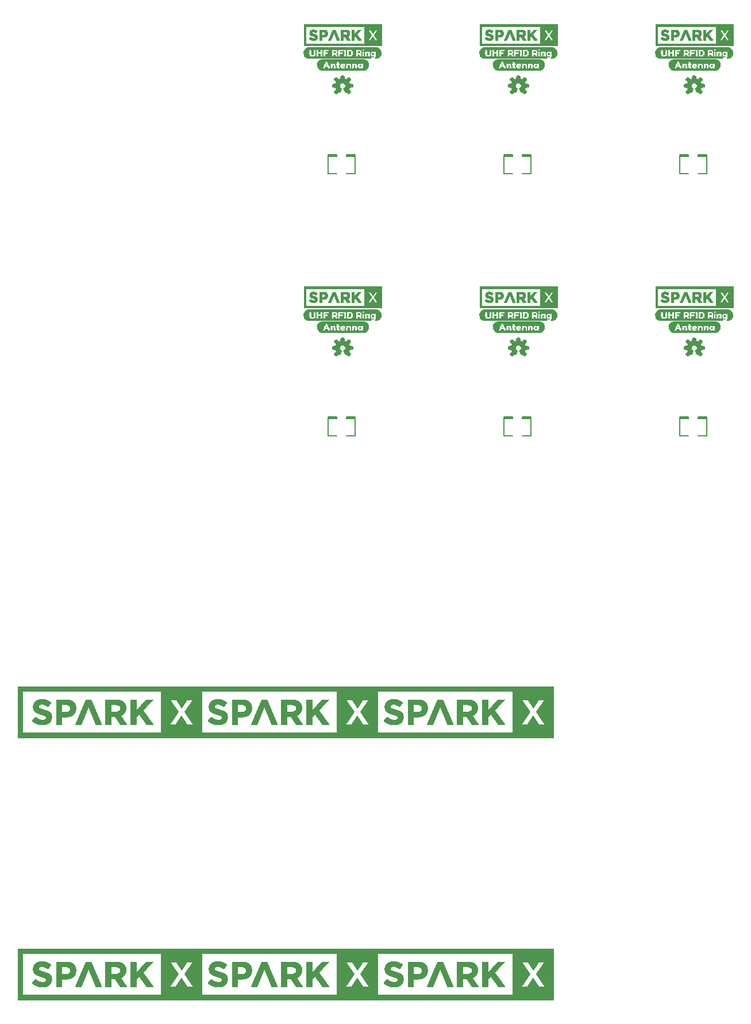
<source format=gto>
G75*
%MOIN*%
%OFA0B0*%
%FSLAX25Y25*%
%IPPOS*%
%LPD*%
%AMOC8*
5,1,8,0,0,1.08239X$1,22.5*
%
%ADD10C,0.00500*%
%ADD11C,0.00039*%
%ADD12R,0.40472X0.00157*%
%ADD13R,0.41417X0.00157*%
%ADD14R,0.42047X0.00157*%
%ADD15R,0.42677X0.00157*%
%ADD16R,0.42992X0.00157*%
%ADD17R,0.43307X0.00157*%
%ADD18R,0.33543X0.00157*%
%ADD19R,0.09449X0.00157*%
%ADD20R,0.02992X0.00157*%
%ADD21R,0.01890X0.00157*%
%ADD22R,0.00630X0.00157*%
%ADD23R,0.01732X0.00157*%
%ADD24R,0.01417X0.00157*%
%ADD25R,0.03150X0.00157*%
%ADD26R,0.01260X0.00157*%
%ADD27R,0.09606X0.00157*%
%ADD28R,0.02835X0.00157*%
%ADD29R,0.00472X0.00157*%
%ADD30R,0.00945X0.00157*%
%ADD31R,0.00315X0.00157*%
%ADD32R,0.01102X0.00157*%
%ADD33R,0.01575X0.00157*%
%ADD34R,0.00787X0.00157*%
%ADD35R,0.02677X0.00157*%
%ADD36R,0.09764X0.00157*%
%ADD37R,0.02362X0.00157*%
%ADD38R,0.11496X0.00157*%
%ADD39R,0.02047X0.00157*%
%ADD40R,0.02205X0.00157*%
%ADD41R,0.11339X0.00157*%
%ADD42R,0.04094X0.00157*%
%ADD43R,0.02520X0.00157*%
%ADD44R,0.03307X0.00157*%
%ADD45R,0.03465X0.00157*%
%ADD46R,0.00157X0.00157*%
%ADD47R,0.03780X0.00157*%
%ADD48R,0.04409X0.00157*%
%ADD49R,0.40157X0.00157*%
%ADD50R,0.38425X0.00157*%
%ADD51R,0.38268X0.00157*%
%ADD52R,0.37953X0.00157*%
%ADD53R,0.37638X0.00157*%
%ADD54R,0.37480X0.00157*%
%ADD55R,0.37165X0.00157*%
%ADD56R,0.25354X0.00157*%
%ADD57R,0.26299X0.00157*%
%ADD58R,0.26929X0.00157*%
%ADD59R,0.27559X0.00157*%
%ADD60R,0.27874X0.00157*%
%ADD61R,0.28189X0.00157*%
%ADD62R,0.28504X0.00157*%
%ADD63R,0.28819X0.00157*%
%ADD64R,0.04567X0.00157*%
%ADD65R,0.23937X0.00157*%
%ADD66R,0.05827X0.00157*%
%ADD67R,0.17165X0.00157*%
%ADD68R,0.05512X0.00157*%
%ADD69R,0.17323X0.00157*%
%ADD70R,0.05354X0.00157*%
%ADD71R,0.05197X0.00157*%
%ADD72R,0.03622X0.00157*%
%ADD73R,0.04252X0.00157*%
%ADD74R,0.03937X0.00157*%
%ADD75C,0.00591*%
D10*
X0184866Y0327745D02*
X0189984Y0327745D01*
X0184866Y0327745D02*
X0184866Y0337981D01*
X0184866Y0338768D01*
X0189984Y0338768D01*
X0189984Y0337981D01*
X0184866Y0337981D01*
X0184866Y0338375D02*
X0189984Y0338375D01*
X0195496Y0338375D02*
X0200614Y0338375D01*
X0200614Y0338768D02*
X0200614Y0337981D01*
X0195496Y0337981D01*
X0195496Y0338768D01*
X0200614Y0338768D01*
X0200614Y0337981D02*
X0200614Y0327745D01*
X0195496Y0327745D01*
X0286866Y0327745D02*
X0291984Y0327745D01*
X0286866Y0327745D02*
X0286866Y0337981D01*
X0286866Y0338768D01*
X0291984Y0338768D01*
X0291984Y0337981D01*
X0286866Y0337981D01*
X0286866Y0338375D02*
X0291984Y0338375D01*
X0297496Y0338375D02*
X0302614Y0338375D01*
X0302614Y0338768D02*
X0302614Y0337981D01*
X0297496Y0337981D01*
X0297496Y0338768D01*
X0302614Y0338768D01*
X0302614Y0337981D02*
X0302614Y0327745D01*
X0297496Y0327745D01*
X0388866Y0327745D02*
X0393984Y0327745D01*
X0388866Y0327745D02*
X0388866Y0337981D01*
X0388866Y0338768D01*
X0393984Y0338768D01*
X0393984Y0337981D01*
X0388866Y0337981D01*
X0388866Y0338375D02*
X0393984Y0338375D01*
X0399496Y0338375D02*
X0404614Y0338375D01*
X0404614Y0338768D02*
X0404614Y0337981D01*
X0399496Y0337981D01*
X0399496Y0338768D01*
X0404614Y0338768D01*
X0404614Y0337981D02*
X0404614Y0327745D01*
X0399496Y0327745D01*
X0399496Y0479745D02*
X0404614Y0479745D01*
X0404614Y0489981D01*
X0404614Y0490768D01*
X0399496Y0490768D01*
X0399496Y0489981D01*
X0404614Y0489981D01*
X0404614Y0490375D02*
X0399496Y0490375D01*
X0393984Y0490375D02*
X0388866Y0490375D01*
X0388866Y0490768D02*
X0388866Y0489981D01*
X0388866Y0479745D01*
X0393984Y0479745D01*
X0393984Y0489981D02*
X0388866Y0489981D01*
X0388866Y0490768D02*
X0393984Y0490768D01*
X0393984Y0489981D01*
X0302614Y0489981D02*
X0302614Y0479745D01*
X0297496Y0479745D01*
X0291984Y0479745D02*
X0286866Y0479745D01*
X0286866Y0489981D01*
X0286866Y0490768D01*
X0291984Y0490768D01*
X0291984Y0489981D01*
X0286866Y0489981D01*
X0286866Y0490375D02*
X0291984Y0490375D01*
X0297496Y0490375D02*
X0302614Y0490375D01*
X0302614Y0490768D02*
X0302614Y0489981D01*
X0297496Y0489981D01*
X0297496Y0490768D01*
X0302614Y0490768D01*
X0200614Y0490768D02*
X0200614Y0489981D01*
X0195496Y0489981D01*
X0195496Y0490768D01*
X0200614Y0490768D01*
X0200614Y0490375D02*
X0195496Y0490375D01*
X0200614Y0489981D02*
X0200614Y0479745D01*
X0195496Y0479745D01*
X0189984Y0479745D02*
X0184866Y0479745D01*
X0184866Y0489981D01*
X0184866Y0490768D01*
X0189984Y0490768D01*
X0189984Y0489981D01*
X0184866Y0489981D01*
X0184866Y0490375D02*
X0189984Y0490375D01*
D11*
X0042554Y0001020D02*
X0004996Y0001020D01*
X0004996Y0030547D01*
X0042554Y0030547D01*
X0042554Y0027806D01*
X0087840Y0027806D01*
X0087840Y0003761D01*
X0042554Y0003761D01*
X0042554Y0001020D01*
X0099264Y0001020D01*
X0099264Y0012850D01*
X0096481Y0008626D01*
X0092907Y0008626D01*
X0097900Y0015901D01*
X0093120Y0022931D01*
X0096801Y0022931D01*
X0099264Y0019131D01*
X0099264Y0030547D01*
X0042554Y0030547D01*
X0042554Y0027806D01*
X0007738Y0027806D01*
X0007738Y0003761D01*
X0042554Y0003761D01*
X0042554Y0001020D01*
X0042554Y0001028D02*
X0099264Y0001028D01*
X0111671Y0001028D01*
X0111671Y0001020D02*
X0111671Y0030547D01*
X0099264Y0030547D01*
X0099264Y0019131D01*
X0099809Y0018290D01*
X0102839Y0022931D01*
X0106412Y0022931D01*
X0101633Y0015944D01*
X0106625Y0008626D01*
X0102924Y0008626D01*
X0099713Y0013533D01*
X0099264Y0012850D01*
X0099264Y0001020D01*
X0111671Y0001020D01*
X0111671Y0001066D02*
X0099264Y0001066D01*
X0042554Y0001066D01*
X0004996Y0001066D01*
X0004996Y0001104D02*
X0042554Y0001104D01*
X0099264Y0001104D01*
X0111671Y0001104D01*
X0111671Y0001142D02*
X0099264Y0001142D01*
X0042554Y0001142D01*
X0004996Y0001142D01*
X0004996Y0001180D02*
X0042554Y0001180D01*
X0099264Y0001180D01*
X0111671Y0001180D01*
X0111671Y0001217D02*
X0099264Y0001217D01*
X0042554Y0001217D01*
X0004996Y0001217D01*
X0004996Y0001255D02*
X0042554Y0001255D01*
X0099264Y0001255D01*
X0111671Y0001255D01*
X0111671Y0001293D02*
X0099264Y0001293D01*
X0042554Y0001293D01*
X0004996Y0001293D01*
X0004996Y0001331D02*
X0042554Y0001331D01*
X0099264Y0001331D01*
X0111671Y0001331D01*
X0111671Y0001369D02*
X0099264Y0001369D01*
X0042554Y0001369D01*
X0004996Y0001369D01*
X0004996Y0001407D02*
X0042554Y0001407D01*
X0099264Y0001407D01*
X0111671Y0001407D01*
X0111671Y0001445D02*
X0099264Y0001445D01*
X0042554Y0001445D01*
X0004996Y0001445D01*
X0004996Y0001483D02*
X0042554Y0001483D01*
X0099264Y0001483D01*
X0111671Y0001483D01*
X0111671Y0001520D02*
X0099264Y0001520D01*
X0042554Y0001520D01*
X0004996Y0001520D01*
X0004996Y0001558D02*
X0042554Y0001558D01*
X0099264Y0001558D01*
X0111671Y0001558D01*
X0111671Y0001596D02*
X0099264Y0001596D01*
X0042554Y0001596D01*
X0004996Y0001596D01*
X0004996Y0001634D02*
X0042554Y0001634D01*
X0099264Y0001634D01*
X0111671Y0001634D01*
X0111671Y0001672D02*
X0099264Y0001672D01*
X0042554Y0001672D01*
X0004996Y0001672D01*
X0004996Y0001710D02*
X0042554Y0001710D01*
X0099264Y0001710D01*
X0111671Y0001710D01*
X0111671Y0001748D02*
X0099264Y0001748D01*
X0042554Y0001748D01*
X0004996Y0001748D01*
X0004996Y0001786D02*
X0042554Y0001786D01*
X0099264Y0001786D01*
X0111671Y0001786D01*
X0111671Y0001824D02*
X0099264Y0001824D01*
X0042554Y0001824D01*
X0004996Y0001824D01*
X0004996Y0001861D02*
X0042554Y0001861D01*
X0099264Y0001861D01*
X0111671Y0001861D01*
X0111671Y0001899D02*
X0099264Y0001899D01*
X0042554Y0001899D01*
X0004996Y0001899D01*
X0004996Y0001937D02*
X0042554Y0001937D01*
X0099264Y0001937D01*
X0111671Y0001937D01*
X0111671Y0001975D02*
X0099264Y0001975D01*
X0042554Y0001975D01*
X0004996Y0001975D01*
X0004996Y0002013D02*
X0042554Y0002013D01*
X0099264Y0002013D01*
X0111671Y0002013D01*
X0111671Y0002051D02*
X0099264Y0002051D01*
X0042554Y0002051D01*
X0004996Y0002051D01*
X0004996Y0002089D02*
X0042554Y0002089D01*
X0099264Y0002089D01*
X0111671Y0002089D01*
X0111671Y0002127D02*
X0099264Y0002127D01*
X0042554Y0002127D01*
X0004996Y0002127D01*
X0004996Y0002164D02*
X0042554Y0002164D01*
X0099264Y0002164D01*
X0111671Y0002164D01*
X0111671Y0002202D02*
X0099264Y0002202D01*
X0042554Y0002202D01*
X0004996Y0002202D01*
X0004996Y0002240D02*
X0042554Y0002240D01*
X0099264Y0002240D01*
X0111671Y0002240D01*
X0111671Y0002278D02*
X0099264Y0002278D01*
X0042554Y0002278D01*
X0004996Y0002278D01*
X0004996Y0002316D02*
X0042554Y0002316D01*
X0099264Y0002316D01*
X0111671Y0002316D01*
X0111671Y0002354D02*
X0099264Y0002354D01*
X0042554Y0002354D01*
X0004996Y0002354D01*
X0004996Y0002392D02*
X0042554Y0002392D01*
X0099264Y0002392D01*
X0111671Y0002392D01*
X0111671Y0002430D02*
X0099264Y0002430D01*
X0042554Y0002430D01*
X0004996Y0002430D01*
X0004996Y0002468D02*
X0042554Y0002468D01*
X0099264Y0002468D01*
X0111671Y0002468D01*
X0111671Y0002505D02*
X0099264Y0002505D01*
X0042554Y0002505D01*
X0004996Y0002505D01*
X0004996Y0002543D02*
X0042554Y0002543D01*
X0099264Y0002543D01*
X0111671Y0002543D01*
X0111671Y0002581D02*
X0099264Y0002581D01*
X0042554Y0002581D01*
X0004996Y0002581D01*
X0004996Y0002619D02*
X0042554Y0002619D01*
X0099264Y0002619D01*
X0111671Y0002619D01*
X0111671Y0002657D02*
X0099264Y0002657D01*
X0042554Y0002657D01*
X0004996Y0002657D01*
X0004996Y0002695D02*
X0042554Y0002695D01*
X0099264Y0002695D01*
X0111671Y0002695D01*
X0111671Y0002733D02*
X0099264Y0002733D01*
X0042554Y0002733D01*
X0004996Y0002733D01*
X0004996Y0002771D02*
X0042554Y0002771D01*
X0099264Y0002771D01*
X0111671Y0002771D01*
X0111671Y0002808D02*
X0099264Y0002808D01*
X0042554Y0002808D01*
X0004996Y0002808D01*
X0004996Y0002846D02*
X0042554Y0002846D01*
X0099264Y0002846D01*
X0111671Y0002846D01*
X0111671Y0002884D02*
X0099264Y0002884D01*
X0042554Y0002884D01*
X0004996Y0002884D01*
X0004996Y0002922D02*
X0042554Y0002922D01*
X0099264Y0002922D01*
X0111671Y0002922D01*
X0111671Y0002960D02*
X0099264Y0002960D01*
X0042554Y0002960D01*
X0004996Y0002960D01*
X0004996Y0002998D02*
X0042554Y0002998D01*
X0099264Y0002998D01*
X0111671Y0002998D01*
X0111671Y0003036D02*
X0099264Y0003036D01*
X0042554Y0003036D01*
X0004996Y0003036D01*
X0004996Y0003074D02*
X0042554Y0003074D01*
X0099264Y0003074D01*
X0111671Y0003074D01*
X0111671Y0003112D02*
X0099264Y0003112D01*
X0042554Y0003112D01*
X0004996Y0003112D01*
X0004996Y0003149D02*
X0042554Y0003149D01*
X0099264Y0003149D01*
X0111671Y0003149D01*
X0111671Y0003187D02*
X0099264Y0003187D01*
X0042554Y0003187D01*
X0004996Y0003187D01*
X0004996Y0003225D02*
X0042554Y0003225D01*
X0099264Y0003225D01*
X0111671Y0003225D01*
X0111671Y0003263D02*
X0099264Y0003263D01*
X0042554Y0003263D01*
X0004996Y0003263D01*
X0004996Y0003301D02*
X0042554Y0003301D01*
X0099264Y0003301D01*
X0111671Y0003301D01*
X0111671Y0003339D02*
X0099264Y0003339D01*
X0042554Y0003339D01*
X0004996Y0003339D01*
X0004996Y0003377D02*
X0042554Y0003377D01*
X0099264Y0003377D01*
X0111671Y0003377D01*
X0111671Y0003415D02*
X0099264Y0003415D01*
X0042554Y0003415D01*
X0004996Y0003415D01*
X0004996Y0003452D02*
X0042554Y0003452D01*
X0099264Y0003452D01*
X0111671Y0003452D01*
X0111671Y0003490D02*
X0099264Y0003490D01*
X0042554Y0003490D01*
X0004996Y0003490D01*
X0004996Y0003528D02*
X0042554Y0003528D01*
X0099264Y0003528D01*
X0111671Y0003528D01*
X0111671Y0003566D02*
X0099264Y0003566D01*
X0042554Y0003566D01*
X0004996Y0003566D01*
X0004996Y0003604D02*
X0042554Y0003604D01*
X0099264Y0003604D01*
X0111671Y0003604D01*
X0111671Y0003642D02*
X0099264Y0003642D01*
X0042554Y0003642D01*
X0004996Y0003642D01*
X0004996Y0003680D02*
X0042554Y0003680D01*
X0099264Y0003680D01*
X0111671Y0003680D01*
X0111671Y0003718D02*
X0099264Y0003718D01*
X0042554Y0003718D01*
X0004996Y0003718D01*
X0004996Y0003755D02*
X0042554Y0003755D01*
X0099264Y0003755D01*
X0111671Y0003755D01*
X0111671Y0003793D02*
X0099264Y0003793D01*
X0087840Y0003793D01*
X0087840Y0003831D02*
X0099264Y0003831D01*
X0111671Y0003831D01*
X0111671Y0003869D02*
X0099264Y0003869D01*
X0087840Y0003869D01*
X0087840Y0003907D02*
X0099264Y0003907D01*
X0111671Y0003907D01*
X0111671Y0003945D02*
X0099264Y0003945D01*
X0087840Y0003945D01*
X0087840Y0003983D02*
X0099264Y0003983D01*
X0111671Y0003983D01*
X0111671Y0004021D02*
X0099264Y0004021D01*
X0087840Y0004021D01*
X0087840Y0004059D02*
X0099264Y0004059D01*
X0111671Y0004059D01*
X0111671Y0004096D02*
X0099264Y0004096D01*
X0087840Y0004096D01*
X0087840Y0004134D02*
X0099264Y0004134D01*
X0111671Y0004134D01*
X0111671Y0004172D02*
X0099264Y0004172D01*
X0087840Y0004172D01*
X0087840Y0004210D02*
X0099264Y0004210D01*
X0111671Y0004210D01*
X0111671Y0004248D02*
X0099264Y0004248D01*
X0087840Y0004248D01*
X0087840Y0004286D02*
X0099264Y0004286D01*
X0111671Y0004286D01*
X0111671Y0004324D02*
X0099264Y0004324D01*
X0087840Y0004324D01*
X0087840Y0004362D02*
X0099264Y0004362D01*
X0111671Y0004362D01*
X0111671Y0004399D02*
X0099264Y0004399D01*
X0087840Y0004399D01*
X0087840Y0004437D02*
X0099264Y0004437D01*
X0111671Y0004437D01*
X0111671Y0004475D02*
X0099264Y0004475D01*
X0087840Y0004475D01*
X0087840Y0004513D02*
X0099264Y0004513D01*
X0111671Y0004513D01*
X0111671Y0004551D02*
X0099264Y0004551D01*
X0087840Y0004551D01*
X0087840Y0004589D02*
X0099264Y0004589D01*
X0111671Y0004589D01*
X0111671Y0004627D02*
X0099264Y0004627D01*
X0087840Y0004627D01*
X0087840Y0004665D02*
X0099264Y0004665D01*
X0111671Y0004665D01*
X0111671Y0004703D02*
X0099264Y0004703D01*
X0087840Y0004703D01*
X0087840Y0004740D02*
X0099264Y0004740D01*
X0111671Y0004740D01*
X0111671Y0004778D02*
X0099264Y0004778D01*
X0087840Y0004778D01*
X0087840Y0004816D02*
X0099264Y0004816D01*
X0111671Y0004816D01*
X0111671Y0004854D02*
X0099264Y0004854D01*
X0087840Y0004854D01*
X0087840Y0004892D02*
X0099264Y0004892D01*
X0111671Y0004892D01*
X0111671Y0004930D02*
X0099264Y0004930D01*
X0087840Y0004930D01*
X0087840Y0004968D02*
X0099264Y0004968D01*
X0111671Y0004968D01*
X0111671Y0005006D02*
X0099264Y0005006D01*
X0087840Y0005006D01*
X0087840Y0005043D02*
X0099264Y0005043D01*
X0111671Y0005043D01*
X0111671Y0005081D02*
X0099264Y0005081D01*
X0087840Y0005081D01*
X0087840Y0005119D02*
X0099264Y0005119D01*
X0111671Y0005119D01*
X0111671Y0005157D02*
X0099264Y0005157D01*
X0087840Y0005157D01*
X0087840Y0005195D02*
X0099264Y0005195D01*
X0111671Y0005195D01*
X0111671Y0005233D02*
X0099264Y0005233D01*
X0087840Y0005233D01*
X0087840Y0005271D02*
X0099264Y0005271D01*
X0111671Y0005271D01*
X0111671Y0005309D02*
X0099264Y0005309D01*
X0087840Y0005309D01*
X0087840Y0005347D02*
X0099264Y0005347D01*
X0111671Y0005347D01*
X0111671Y0005384D02*
X0099264Y0005384D01*
X0087840Y0005384D01*
X0087840Y0005422D02*
X0099264Y0005422D01*
X0111671Y0005422D01*
X0111671Y0005460D02*
X0099264Y0005460D01*
X0087840Y0005460D01*
X0087840Y0005498D02*
X0099264Y0005498D01*
X0111671Y0005498D01*
X0111671Y0005536D02*
X0099264Y0005536D01*
X0087840Y0005536D01*
X0087840Y0005574D02*
X0099264Y0005574D01*
X0111671Y0005574D01*
X0111671Y0005612D02*
X0099264Y0005612D01*
X0087840Y0005612D01*
X0087840Y0005650D02*
X0099264Y0005650D01*
X0111671Y0005650D01*
X0111671Y0005687D02*
X0099264Y0005687D01*
X0087840Y0005687D01*
X0087840Y0005725D02*
X0099264Y0005725D01*
X0111671Y0005725D01*
X0111671Y0005763D02*
X0099264Y0005763D01*
X0087840Y0005763D01*
X0087840Y0005801D02*
X0099264Y0005801D01*
X0111671Y0005801D01*
X0111671Y0005839D02*
X0099264Y0005839D01*
X0087840Y0005839D01*
X0087840Y0005877D02*
X0099264Y0005877D01*
X0111671Y0005877D01*
X0111671Y0005915D02*
X0099264Y0005915D01*
X0087840Y0005915D01*
X0087840Y0005953D02*
X0099264Y0005953D01*
X0111671Y0005953D01*
X0111671Y0005990D02*
X0099264Y0005990D01*
X0087840Y0005990D01*
X0087840Y0006028D02*
X0099264Y0006028D01*
X0111671Y0006028D01*
X0111671Y0006066D02*
X0099264Y0006066D01*
X0087840Y0006066D01*
X0087840Y0006104D02*
X0099264Y0006104D01*
X0111671Y0006104D01*
X0111671Y0006142D02*
X0099264Y0006142D01*
X0087840Y0006142D01*
X0087840Y0006180D02*
X0099264Y0006180D01*
X0111671Y0006180D01*
X0111671Y0006218D02*
X0099264Y0006218D01*
X0087840Y0006218D01*
X0087840Y0006256D02*
X0099264Y0006256D01*
X0111671Y0006256D01*
X0111671Y0006294D02*
X0099264Y0006294D01*
X0087840Y0006294D01*
X0087840Y0006331D02*
X0099264Y0006331D01*
X0111671Y0006331D01*
X0111671Y0006369D02*
X0099264Y0006369D01*
X0087840Y0006369D01*
X0087840Y0006407D02*
X0099264Y0006407D01*
X0111671Y0006407D01*
X0111671Y0006445D02*
X0099264Y0006445D01*
X0087840Y0006445D01*
X0087840Y0006483D02*
X0099264Y0006483D01*
X0111671Y0006483D01*
X0111671Y0006521D02*
X0099264Y0006521D01*
X0087840Y0006521D01*
X0087840Y0006559D02*
X0099264Y0006559D01*
X0111671Y0006559D01*
X0111671Y0006597D02*
X0099264Y0006597D01*
X0087840Y0006597D01*
X0087840Y0006634D02*
X0099264Y0006634D01*
X0111671Y0006634D01*
X0111671Y0006672D02*
X0099264Y0006672D01*
X0087840Y0006672D01*
X0087840Y0006710D02*
X0099264Y0006710D01*
X0111671Y0006710D01*
X0111671Y0006748D02*
X0099264Y0006748D01*
X0087840Y0006748D01*
X0087840Y0006786D02*
X0099264Y0006786D01*
X0111671Y0006786D01*
X0111671Y0006824D02*
X0099264Y0006824D01*
X0087840Y0006824D01*
X0087840Y0006862D02*
X0099264Y0006862D01*
X0111671Y0006862D01*
X0111671Y0006900D02*
X0099264Y0006900D01*
X0087840Y0006900D01*
X0087840Y0006938D02*
X0099264Y0006938D01*
X0111671Y0006938D01*
X0111671Y0006975D02*
X0099264Y0006975D01*
X0087840Y0006975D01*
X0087840Y0007013D02*
X0099264Y0007013D01*
X0111671Y0007013D01*
X0111671Y0007051D02*
X0099264Y0007051D01*
X0087840Y0007051D01*
X0087840Y0007089D02*
X0099264Y0007089D01*
X0111671Y0007089D01*
X0111671Y0007127D02*
X0099264Y0007127D01*
X0087840Y0007127D01*
X0087840Y0007165D02*
X0099264Y0007165D01*
X0111671Y0007165D01*
X0111671Y0007203D02*
X0099264Y0007203D01*
X0087840Y0007203D01*
X0087840Y0007241D02*
X0099264Y0007241D01*
X0111671Y0007241D01*
X0111671Y0007278D02*
X0099264Y0007278D01*
X0087840Y0007278D01*
X0087840Y0007316D02*
X0099264Y0007316D01*
X0111671Y0007316D01*
X0111671Y0007354D02*
X0099264Y0007354D01*
X0087840Y0007354D01*
X0087840Y0007392D02*
X0099264Y0007392D01*
X0111671Y0007392D01*
X0111671Y0007430D02*
X0099264Y0007430D01*
X0087840Y0007430D01*
X0087840Y0007468D02*
X0099264Y0007468D01*
X0111671Y0007468D01*
X0111671Y0007506D02*
X0099264Y0007506D01*
X0087840Y0007506D01*
X0087840Y0007544D02*
X0099264Y0007544D01*
X0111671Y0007544D01*
X0111671Y0007582D02*
X0099264Y0007582D01*
X0087840Y0007582D01*
X0087840Y0007619D02*
X0099264Y0007619D01*
X0111671Y0007619D01*
X0111671Y0007657D02*
X0099264Y0007657D01*
X0087840Y0007657D01*
X0087840Y0007695D02*
X0099264Y0007695D01*
X0111671Y0007695D01*
X0111671Y0007733D02*
X0099264Y0007733D01*
X0087840Y0007733D01*
X0087840Y0007771D02*
X0099264Y0007771D01*
X0111671Y0007771D01*
X0111671Y0007809D02*
X0099264Y0007809D01*
X0087840Y0007809D01*
X0087840Y0007847D02*
X0099264Y0007847D01*
X0111671Y0007847D01*
X0111671Y0007885D02*
X0099264Y0007885D01*
X0087840Y0007885D01*
X0087840Y0007922D02*
X0099264Y0007922D01*
X0111671Y0007922D01*
X0111671Y0007960D02*
X0099264Y0007960D01*
X0087840Y0007960D01*
X0087840Y0007998D02*
X0099264Y0007998D01*
X0111671Y0007998D01*
X0111671Y0008036D02*
X0099264Y0008036D01*
X0087840Y0008036D01*
X0087840Y0008074D02*
X0099264Y0008074D01*
X0111671Y0008074D01*
X0111671Y0008112D02*
X0099264Y0008112D01*
X0087840Y0008112D01*
X0087840Y0008150D02*
X0099264Y0008150D01*
X0111671Y0008150D01*
X0111671Y0008188D02*
X0099264Y0008188D01*
X0087840Y0008188D01*
X0087840Y0008225D02*
X0099264Y0008225D01*
X0111671Y0008225D01*
X0111671Y0008263D02*
X0099264Y0008263D01*
X0087840Y0008263D01*
X0087840Y0008301D02*
X0099264Y0008301D01*
X0111671Y0008301D01*
X0111671Y0008339D02*
X0099264Y0008339D01*
X0087840Y0008339D01*
X0087840Y0008377D02*
X0099264Y0008377D01*
X0111671Y0008377D01*
X0111671Y0008415D02*
X0099264Y0008415D01*
X0087840Y0008415D01*
X0087840Y0008453D02*
X0099264Y0008453D01*
X0111671Y0008453D01*
X0111671Y0008491D02*
X0099264Y0008491D01*
X0087840Y0008491D01*
X0087840Y0008529D02*
X0099264Y0008529D01*
X0111671Y0008529D01*
X0111671Y0008566D02*
X0099264Y0008566D01*
X0087840Y0008566D01*
X0087840Y0008604D02*
X0099264Y0008604D01*
X0111671Y0008604D01*
X0111671Y0008642D02*
X0106614Y0008642D01*
X0106588Y0008680D02*
X0111671Y0008680D01*
X0111671Y0008718D02*
X0106562Y0008718D01*
X0106536Y0008756D02*
X0111671Y0008756D01*
X0111671Y0008794D02*
X0106510Y0008794D01*
X0106484Y0008832D02*
X0111671Y0008832D01*
X0111671Y0008869D02*
X0106459Y0008869D01*
X0106433Y0008907D02*
X0111671Y0008907D01*
X0111671Y0008945D02*
X0106407Y0008945D01*
X0106381Y0008983D02*
X0111671Y0008983D01*
X0111671Y0009021D02*
X0106355Y0009021D01*
X0106329Y0009059D02*
X0111671Y0009059D01*
X0111671Y0009097D02*
X0106303Y0009097D01*
X0106278Y0009135D02*
X0111671Y0009135D01*
X0111671Y0009173D02*
X0106252Y0009173D01*
X0106226Y0009210D02*
X0111671Y0009210D01*
X0111671Y0009248D02*
X0106200Y0009248D01*
X0106174Y0009286D02*
X0111671Y0009286D01*
X0111671Y0009324D02*
X0106148Y0009324D01*
X0106123Y0009362D02*
X0111671Y0009362D01*
X0111671Y0009400D02*
X0106097Y0009400D01*
X0106071Y0009438D02*
X0111671Y0009438D01*
X0111671Y0009476D02*
X0106045Y0009476D01*
X0106019Y0009513D02*
X0111671Y0009513D01*
X0111671Y0009551D02*
X0105993Y0009551D01*
X0105968Y0009589D02*
X0111671Y0009589D01*
X0111671Y0009627D02*
X0105942Y0009627D01*
X0105916Y0009665D02*
X0111671Y0009665D01*
X0111671Y0009703D02*
X0105890Y0009703D01*
X0105864Y0009741D02*
X0111671Y0009741D01*
X0111671Y0009779D02*
X0105838Y0009779D01*
X0105812Y0009817D02*
X0111671Y0009817D01*
X0111671Y0009854D02*
X0105787Y0009854D01*
X0105761Y0009892D02*
X0111671Y0009892D01*
X0111671Y0009930D02*
X0105735Y0009930D01*
X0105709Y0009968D02*
X0111671Y0009968D01*
X0111671Y0010006D02*
X0105683Y0010006D01*
X0105657Y0010044D02*
X0111671Y0010044D01*
X0111671Y0010082D02*
X0105632Y0010082D01*
X0105606Y0010120D02*
X0111671Y0010120D01*
X0111671Y0010157D02*
X0105580Y0010157D01*
X0105554Y0010195D02*
X0111671Y0010195D01*
X0111671Y0010233D02*
X0105528Y0010233D01*
X0105502Y0010271D02*
X0111671Y0010271D01*
X0111671Y0010309D02*
X0105477Y0010309D01*
X0105451Y0010347D02*
X0111671Y0010347D01*
X0111671Y0010385D02*
X0105425Y0010385D01*
X0105399Y0010423D02*
X0111671Y0010423D01*
X0111671Y0010460D02*
X0105373Y0010460D01*
X0105347Y0010498D02*
X0111671Y0010498D01*
X0111671Y0010536D02*
X0105322Y0010536D01*
X0105296Y0010574D02*
X0111671Y0010574D01*
X0111671Y0010612D02*
X0105270Y0010612D01*
X0105244Y0010650D02*
X0111671Y0010650D01*
X0111671Y0010688D02*
X0105218Y0010688D01*
X0105192Y0010726D02*
X0111671Y0010726D01*
X0111671Y0010764D02*
X0105166Y0010764D01*
X0105141Y0010801D02*
X0111671Y0010801D01*
X0111671Y0010839D02*
X0105115Y0010839D01*
X0105089Y0010877D02*
X0111671Y0010877D01*
X0111671Y0010915D02*
X0105063Y0010915D01*
X0105037Y0010953D02*
X0111671Y0010953D01*
X0111671Y0010991D02*
X0105011Y0010991D01*
X0104986Y0011029D02*
X0111671Y0011029D01*
X0111671Y0011067D02*
X0104960Y0011067D01*
X0104934Y0011104D02*
X0111671Y0011104D01*
X0111671Y0011142D02*
X0104908Y0011142D01*
X0104882Y0011180D02*
X0111671Y0011180D01*
X0111671Y0011218D02*
X0104856Y0011218D01*
X0104831Y0011256D02*
X0111671Y0011256D01*
X0111671Y0011294D02*
X0104805Y0011294D01*
X0104779Y0011332D02*
X0111671Y0011332D01*
X0111671Y0011370D02*
X0104753Y0011370D01*
X0104727Y0011408D02*
X0111671Y0011408D01*
X0111671Y0011445D02*
X0104701Y0011445D01*
X0104675Y0011483D02*
X0111671Y0011483D01*
X0111671Y0011521D02*
X0104650Y0011521D01*
X0104624Y0011559D02*
X0111671Y0011559D01*
X0111671Y0011597D02*
X0104598Y0011597D01*
X0104572Y0011635D02*
X0111671Y0011635D01*
X0111671Y0011673D02*
X0104546Y0011673D01*
X0104520Y0011711D02*
X0111671Y0011711D01*
X0111671Y0011748D02*
X0104495Y0011748D01*
X0104469Y0011786D02*
X0111671Y0011786D01*
X0111671Y0011824D02*
X0104443Y0011824D01*
X0104417Y0011862D02*
X0111671Y0011862D01*
X0111671Y0011900D02*
X0104391Y0011900D01*
X0104365Y0011938D02*
X0111671Y0011938D01*
X0111671Y0011976D02*
X0104340Y0011976D01*
X0104314Y0012014D02*
X0111671Y0012014D01*
X0111671Y0012052D02*
X0104288Y0012052D01*
X0104262Y0012089D02*
X0111671Y0012089D01*
X0111671Y0012127D02*
X0104236Y0012127D01*
X0104210Y0012165D02*
X0111671Y0012165D01*
X0111671Y0012203D02*
X0104185Y0012203D01*
X0104159Y0012241D02*
X0111671Y0012241D01*
X0111671Y0012279D02*
X0104133Y0012279D01*
X0104107Y0012317D02*
X0111671Y0012317D01*
X0111671Y0012355D02*
X0104081Y0012355D01*
X0104055Y0012392D02*
X0111671Y0012392D01*
X0111671Y0012430D02*
X0104029Y0012430D01*
X0104004Y0012468D02*
X0111671Y0012468D01*
X0111671Y0012506D02*
X0103978Y0012506D01*
X0103952Y0012544D02*
X0111671Y0012544D01*
X0111671Y0012582D02*
X0103926Y0012582D01*
X0103900Y0012620D02*
X0111671Y0012620D01*
X0111671Y0012658D02*
X0103874Y0012658D01*
X0103849Y0012695D02*
X0111671Y0012695D01*
X0111671Y0012733D02*
X0103823Y0012733D01*
X0103797Y0012771D02*
X0111671Y0012771D01*
X0111671Y0012809D02*
X0103771Y0012809D01*
X0103745Y0012847D02*
X0111671Y0012847D01*
X0111671Y0012885D02*
X0103719Y0012885D01*
X0103694Y0012923D02*
X0111671Y0012923D01*
X0111671Y0012961D02*
X0103668Y0012961D01*
X0103642Y0012999D02*
X0111671Y0012999D01*
X0111671Y0013036D02*
X0103616Y0013036D01*
X0103590Y0013074D02*
X0111671Y0013074D01*
X0111671Y0013112D02*
X0103564Y0013112D01*
X0103538Y0013150D02*
X0111671Y0013150D01*
X0111671Y0013188D02*
X0103513Y0013188D01*
X0103487Y0013226D02*
X0111671Y0013226D01*
X0111671Y0013264D02*
X0103461Y0013264D01*
X0103435Y0013302D02*
X0111671Y0013302D01*
X0111671Y0013339D02*
X0103409Y0013339D01*
X0103383Y0013377D02*
X0111671Y0013377D01*
X0111671Y0013415D02*
X0103358Y0013415D01*
X0103332Y0013453D02*
X0111671Y0013453D01*
X0111671Y0013491D02*
X0103306Y0013491D01*
X0103280Y0013529D02*
X0111671Y0013529D01*
X0111671Y0013567D02*
X0103254Y0013567D01*
X0103228Y0013605D02*
X0111671Y0013605D01*
X0111671Y0013643D02*
X0103203Y0013643D01*
X0103177Y0013680D02*
X0111671Y0013680D01*
X0111671Y0013718D02*
X0103151Y0013718D01*
X0103125Y0013756D02*
X0111671Y0013756D01*
X0111671Y0013794D02*
X0103099Y0013794D01*
X0103073Y0013832D02*
X0111671Y0013832D01*
X0111671Y0013870D02*
X0103048Y0013870D01*
X0103022Y0013908D02*
X0111671Y0013908D01*
X0111671Y0013946D02*
X0102996Y0013946D01*
X0102970Y0013983D02*
X0111671Y0013983D01*
X0111671Y0014021D02*
X0102944Y0014021D01*
X0102918Y0014059D02*
X0111671Y0014059D01*
X0111671Y0014097D02*
X0102892Y0014097D01*
X0102867Y0014135D02*
X0111671Y0014135D01*
X0111671Y0014173D02*
X0102841Y0014173D01*
X0102815Y0014211D02*
X0111671Y0014211D01*
X0111671Y0014249D02*
X0102789Y0014249D01*
X0102763Y0014287D02*
X0111671Y0014287D01*
X0111671Y0014324D02*
X0102737Y0014324D01*
X0102712Y0014362D02*
X0111671Y0014362D01*
X0111671Y0014400D02*
X0102686Y0014400D01*
X0102660Y0014438D02*
X0111671Y0014438D01*
X0111671Y0014476D02*
X0102634Y0014476D01*
X0102608Y0014514D02*
X0111671Y0014514D01*
X0111671Y0014552D02*
X0102582Y0014552D01*
X0102557Y0014590D02*
X0111671Y0014590D01*
X0111671Y0014627D02*
X0102531Y0014627D01*
X0102505Y0014665D02*
X0111671Y0014665D01*
X0111671Y0014703D02*
X0102479Y0014703D01*
X0102453Y0014741D02*
X0111671Y0014741D01*
X0111671Y0014779D02*
X0102427Y0014779D01*
X0102401Y0014817D02*
X0111671Y0014817D01*
X0111671Y0014855D02*
X0102376Y0014855D01*
X0102350Y0014893D02*
X0111671Y0014893D01*
X0111671Y0014930D02*
X0102324Y0014930D01*
X0102298Y0014968D02*
X0111671Y0014968D01*
X0111671Y0015006D02*
X0102272Y0015006D01*
X0102246Y0015044D02*
X0111671Y0015044D01*
X0111671Y0015082D02*
X0102221Y0015082D01*
X0102195Y0015120D02*
X0111671Y0015120D01*
X0111671Y0015158D02*
X0102169Y0015158D01*
X0102143Y0015196D02*
X0111671Y0015196D01*
X0111671Y0015234D02*
X0102117Y0015234D01*
X0102091Y0015271D02*
X0111671Y0015271D01*
X0111671Y0015309D02*
X0102066Y0015309D01*
X0102040Y0015347D02*
X0111671Y0015347D01*
X0111671Y0015385D02*
X0102014Y0015385D01*
X0101988Y0015423D02*
X0111671Y0015423D01*
X0111671Y0015461D02*
X0101962Y0015461D01*
X0101936Y0015499D02*
X0111671Y0015499D01*
X0111671Y0015537D02*
X0101911Y0015537D01*
X0101885Y0015574D02*
X0111671Y0015574D01*
X0111671Y0015612D02*
X0101859Y0015612D01*
X0101833Y0015650D02*
X0111671Y0015650D01*
X0111671Y0015688D02*
X0101807Y0015688D01*
X0101781Y0015726D02*
X0111671Y0015726D01*
X0111671Y0015764D02*
X0101755Y0015764D01*
X0101730Y0015802D02*
X0111671Y0015802D01*
X0111671Y0015840D02*
X0101704Y0015840D01*
X0101678Y0015878D02*
X0111671Y0015878D01*
X0111671Y0015915D02*
X0101652Y0015915D01*
X0101639Y0015953D02*
X0111671Y0015953D01*
X0111671Y0015991D02*
X0101665Y0015991D01*
X0101691Y0016029D02*
X0111671Y0016029D01*
X0111671Y0016067D02*
X0101717Y0016067D01*
X0101743Y0016105D02*
X0111671Y0016105D01*
X0111671Y0016143D02*
X0101769Y0016143D01*
X0101795Y0016181D02*
X0111671Y0016181D01*
X0111671Y0016218D02*
X0101821Y0016218D01*
X0101847Y0016256D02*
X0111671Y0016256D01*
X0111671Y0016294D02*
X0101873Y0016294D01*
X0101899Y0016332D02*
X0111671Y0016332D01*
X0111671Y0016370D02*
X0101924Y0016370D01*
X0101950Y0016408D02*
X0111671Y0016408D01*
X0111671Y0016446D02*
X0101976Y0016446D01*
X0102002Y0016484D02*
X0111671Y0016484D01*
X0111671Y0016522D02*
X0102028Y0016522D01*
X0102054Y0016559D02*
X0111671Y0016559D01*
X0111671Y0016597D02*
X0102080Y0016597D01*
X0102106Y0016635D02*
X0111671Y0016635D01*
X0111671Y0016673D02*
X0102132Y0016673D01*
X0102158Y0016711D02*
X0111671Y0016711D01*
X0111671Y0016749D02*
X0102184Y0016749D01*
X0102209Y0016787D02*
X0111671Y0016787D01*
X0111671Y0016825D02*
X0102235Y0016825D01*
X0102261Y0016862D02*
X0111671Y0016862D01*
X0111671Y0016900D02*
X0102287Y0016900D01*
X0102313Y0016938D02*
X0111671Y0016938D01*
X0111671Y0016976D02*
X0102339Y0016976D01*
X0102365Y0017014D02*
X0111671Y0017014D01*
X0111671Y0017052D02*
X0102391Y0017052D01*
X0102417Y0017090D02*
X0111671Y0017090D01*
X0111671Y0017128D02*
X0102443Y0017128D01*
X0102469Y0017166D02*
X0111671Y0017166D01*
X0111671Y0017203D02*
X0102494Y0017203D01*
X0102520Y0017241D02*
X0111671Y0017241D01*
X0111671Y0017279D02*
X0102546Y0017279D01*
X0102572Y0017317D02*
X0111671Y0017317D01*
X0111671Y0017355D02*
X0102598Y0017355D01*
X0102624Y0017393D02*
X0111671Y0017393D01*
X0111671Y0017431D02*
X0102650Y0017431D01*
X0102676Y0017469D02*
X0111671Y0017469D01*
X0111671Y0017506D02*
X0102702Y0017506D01*
X0102728Y0017544D02*
X0111671Y0017544D01*
X0111671Y0017582D02*
X0102754Y0017582D01*
X0102779Y0017620D02*
X0111671Y0017620D01*
X0111671Y0017658D02*
X0102805Y0017658D01*
X0102831Y0017696D02*
X0111671Y0017696D01*
X0111671Y0017734D02*
X0102857Y0017734D01*
X0102883Y0017772D02*
X0111671Y0017772D01*
X0111671Y0017809D02*
X0102909Y0017809D01*
X0102935Y0017847D02*
X0111671Y0017847D01*
X0111671Y0017885D02*
X0102961Y0017885D01*
X0102987Y0017923D02*
X0111671Y0017923D01*
X0111671Y0017961D02*
X0103013Y0017961D01*
X0103039Y0017999D02*
X0111671Y0017999D01*
X0111671Y0018037D02*
X0103064Y0018037D01*
X0103090Y0018075D02*
X0111671Y0018075D01*
X0111671Y0018113D02*
X0103116Y0018113D01*
X0103142Y0018150D02*
X0111671Y0018150D01*
X0111671Y0018188D02*
X0103168Y0018188D01*
X0103194Y0018226D02*
X0111671Y0018226D01*
X0111671Y0018264D02*
X0103220Y0018264D01*
X0103246Y0018302D02*
X0111671Y0018302D01*
X0111671Y0018340D02*
X0103272Y0018340D01*
X0103298Y0018378D02*
X0111671Y0018378D01*
X0111671Y0018416D02*
X0103324Y0018416D01*
X0103349Y0018453D02*
X0111671Y0018453D01*
X0111671Y0018491D02*
X0103375Y0018491D01*
X0103401Y0018529D02*
X0111671Y0018529D01*
X0111671Y0018567D02*
X0103427Y0018567D01*
X0103453Y0018605D02*
X0111671Y0018605D01*
X0111671Y0018643D02*
X0103479Y0018643D01*
X0103505Y0018681D02*
X0111671Y0018681D01*
X0111671Y0018719D02*
X0103531Y0018719D01*
X0103557Y0018757D02*
X0111671Y0018757D01*
X0111671Y0018794D02*
X0103583Y0018794D01*
X0103609Y0018832D02*
X0111671Y0018832D01*
X0111671Y0018870D02*
X0103634Y0018870D01*
X0103660Y0018908D02*
X0111671Y0018908D01*
X0111671Y0018946D02*
X0103686Y0018946D01*
X0103712Y0018984D02*
X0111671Y0018984D01*
X0111671Y0019022D02*
X0103738Y0019022D01*
X0103764Y0019060D02*
X0111671Y0019060D01*
X0111671Y0019097D02*
X0103790Y0019097D01*
X0103816Y0019135D02*
X0111671Y0019135D01*
X0111671Y0019173D02*
X0103842Y0019173D01*
X0103868Y0019211D02*
X0111671Y0019211D01*
X0111671Y0019249D02*
X0103894Y0019249D01*
X0103920Y0019287D02*
X0111671Y0019287D01*
X0111671Y0019325D02*
X0103945Y0019325D01*
X0103971Y0019363D02*
X0111671Y0019363D01*
X0111671Y0019401D02*
X0103997Y0019401D01*
X0104023Y0019438D02*
X0111671Y0019438D01*
X0111671Y0019476D02*
X0104049Y0019476D01*
X0104075Y0019514D02*
X0111671Y0019514D01*
X0111671Y0019552D02*
X0104101Y0019552D01*
X0104127Y0019590D02*
X0111671Y0019590D01*
X0111671Y0019628D02*
X0104153Y0019628D01*
X0104179Y0019666D02*
X0111671Y0019666D01*
X0111671Y0019704D02*
X0104205Y0019704D01*
X0104230Y0019741D02*
X0111671Y0019741D01*
X0111671Y0019779D02*
X0104256Y0019779D01*
X0104282Y0019817D02*
X0111671Y0019817D01*
X0111671Y0019855D02*
X0104308Y0019855D01*
X0104334Y0019893D02*
X0111671Y0019893D01*
X0111671Y0019931D02*
X0104360Y0019931D01*
X0104386Y0019969D02*
X0111671Y0019969D01*
X0111671Y0020007D02*
X0104412Y0020007D01*
X0104438Y0020044D02*
X0111671Y0020044D01*
X0111671Y0020082D02*
X0104464Y0020082D01*
X0104490Y0020120D02*
X0111671Y0020120D01*
X0111671Y0020158D02*
X0104515Y0020158D01*
X0104541Y0020196D02*
X0111671Y0020196D01*
X0111671Y0020234D02*
X0104567Y0020234D01*
X0104593Y0020272D02*
X0111671Y0020272D01*
X0111671Y0020310D02*
X0104619Y0020310D01*
X0104645Y0020348D02*
X0111671Y0020348D01*
X0111671Y0020385D02*
X0104671Y0020385D01*
X0104697Y0020423D02*
X0111671Y0020423D01*
X0111671Y0020461D02*
X0104723Y0020461D01*
X0104749Y0020499D02*
X0111671Y0020499D01*
X0111671Y0020537D02*
X0104775Y0020537D01*
X0104800Y0020575D02*
X0111671Y0020575D01*
X0111671Y0020613D02*
X0104826Y0020613D01*
X0104852Y0020651D02*
X0111671Y0020651D01*
X0111671Y0020688D02*
X0104878Y0020688D01*
X0104904Y0020726D02*
X0111671Y0020726D01*
X0111671Y0020764D02*
X0104930Y0020764D01*
X0104956Y0020802D02*
X0111671Y0020802D01*
X0111671Y0020840D02*
X0104982Y0020840D01*
X0105008Y0020878D02*
X0111671Y0020878D01*
X0111671Y0020916D02*
X0105034Y0020916D01*
X0105060Y0020954D02*
X0111671Y0020954D01*
X0111671Y0020992D02*
X0105085Y0020992D01*
X0105111Y0021029D02*
X0111671Y0021029D01*
X0111671Y0021067D02*
X0105137Y0021067D01*
X0105163Y0021105D02*
X0111671Y0021105D01*
X0111671Y0021143D02*
X0105189Y0021143D01*
X0105215Y0021181D02*
X0111671Y0021181D01*
X0111671Y0021219D02*
X0105241Y0021219D01*
X0105267Y0021257D02*
X0111671Y0021257D01*
X0111671Y0021295D02*
X0105293Y0021295D01*
X0105319Y0021332D02*
X0111671Y0021332D01*
X0111671Y0021370D02*
X0105345Y0021370D01*
X0105370Y0021408D02*
X0111671Y0021408D01*
X0111671Y0021446D02*
X0105396Y0021446D01*
X0105422Y0021484D02*
X0111671Y0021484D01*
X0111671Y0021522D02*
X0105448Y0021522D01*
X0105474Y0021560D02*
X0111671Y0021560D01*
X0111671Y0021598D02*
X0105500Y0021598D01*
X0105526Y0021636D02*
X0111671Y0021636D01*
X0111671Y0021673D02*
X0105552Y0021673D01*
X0105578Y0021711D02*
X0111671Y0021711D01*
X0111671Y0021749D02*
X0105604Y0021749D01*
X0105630Y0021787D02*
X0111671Y0021787D01*
X0111671Y0021825D02*
X0105655Y0021825D01*
X0105681Y0021863D02*
X0111671Y0021863D01*
X0111671Y0021901D02*
X0105707Y0021901D01*
X0105733Y0021939D02*
X0111671Y0021939D01*
X0111671Y0021976D02*
X0105759Y0021976D01*
X0105785Y0022014D02*
X0111671Y0022014D01*
X0111671Y0022052D02*
X0105811Y0022052D01*
X0105837Y0022090D02*
X0111671Y0022090D01*
X0111671Y0022128D02*
X0105863Y0022128D01*
X0105889Y0022166D02*
X0111671Y0022166D01*
X0111671Y0022204D02*
X0105915Y0022204D01*
X0105941Y0022242D02*
X0111671Y0022242D01*
X0111671Y0022279D02*
X0105966Y0022279D01*
X0105992Y0022317D02*
X0111671Y0022317D01*
X0111671Y0022355D02*
X0106018Y0022355D01*
X0106044Y0022393D02*
X0111671Y0022393D01*
X0111671Y0022431D02*
X0106070Y0022431D01*
X0106096Y0022469D02*
X0111671Y0022469D01*
X0111671Y0022507D02*
X0106122Y0022507D01*
X0106148Y0022545D02*
X0111671Y0022545D01*
X0111671Y0022583D02*
X0106174Y0022583D01*
X0106200Y0022620D02*
X0111671Y0022620D01*
X0111671Y0022658D02*
X0106226Y0022658D01*
X0106251Y0022696D02*
X0111671Y0022696D01*
X0111671Y0022734D02*
X0106277Y0022734D01*
X0106303Y0022772D02*
X0111671Y0022772D01*
X0111671Y0022810D02*
X0106329Y0022810D01*
X0106355Y0022848D02*
X0111671Y0022848D01*
X0111671Y0022886D02*
X0106381Y0022886D01*
X0106407Y0022923D02*
X0111671Y0022923D01*
X0111671Y0022961D02*
X0099264Y0022961D01*
X0087840Y0022961D01*
X0087840Y0022923D02*
X0093125Y0022923D01*
X0093150Y0022886D02*
X0087840Y0022886D01*
X0087840Y0022848D02*
X0093176Y0022848D01*
X0093202Y0022810D02*
X0087840Y0022810D01*
X0087840Y0022772D02*
X0093228Y0022772D01*
X0093254Y0022734D02*
X0087840Y0022734D01*
X0087840Y0022696D02*
X0093279Y0022696D01*
X0093305Y0022658D02*
X0087840Y0022658D01*
X0087840Y0022620D02*
X0093331Y0022620D01*
X0093357Y0022583D02*
X0087840Y0022583D01*
X0087840Y0022545D02*
X0093382Y0022545D01*
X0093408Y0022507D02*
X0087840Y0022507D01*
X0087840Y0022469D02*
X0093434Y0022469D01*
X0093460Y0022431D02*
X0087840Y0022431D01*
X0087840Y0022393D02*
X0093485Y0022393D01*
X0093511Y0022355D02*
X0087840Y0022355D01*
X0087840Y0022317D02*
X0093537Y0022317D01*
X0093563Y0022279D02*
X0087840Y0022279D01*
X0087840Y0022242D02*
X0093588Y0022242D01*
X0093614Y0022204D02*
X0087840Y0022204D01*
X0087840Y0022166D02*
X0093640Y0022166D01*
X0093666Y0022128D02*
X0087840Y0022128D01*
X0087840Y0022090D02*
X0093691Y0022090D01*
X0093717Y0022052D02*
X0087840Y0022052D01*
X0087840Y0022014D02*
X0093743Y0022014D01*
X0093769Y0021976D02*
X0087840Y0021976D01*
X0087840Y0021939D02*
X0093794Y0021939D01*
X0093820Y0021901D02*
X0087840Y0021901D01*
X0087840Y0021863D02*
X0093846Y0021863D01*
X0093872Y0021825D02*
X0087840Y0021825D01*
X0087840Y0021787D02*
X0093897Y0021787D01*
X0093923Y0021749D02*
X0087840Y0021749D01*
X0087840Y0021711D02*
X0093949Y0021711D01*
X0093975Y0021673D02*
X0087840Y0021673D01*
X0087840Y0021636D02*
X0094000Y0021636D01*
X0094026Y0021598D02*
X0087840Y0021598D01*
X0087840Y0021560D02*
X0094052Y0021560D01*
X0094078Y0021522D02*
X0087840Y0021522D01*
X0087840Y0021484D02*
X0094104Y0021484D01*
X0094129Y0021446D02*
X0087840Y0021446D01*
X0087840Y0021408D02*
X0094155Y0021408D01*
X0094181Y0021370D02*
X0087840Y0021370D01*
X0087840Y0021332D02*
X0094207Y0021332D01*
X0094232Y0021295D02*
X0087840Y0021295D01*
X0087840Y0021257D02*
X0094258Y0021257D01*
X0094284Y0021219D02*
X0087840Y0021219D01*
X0087840Y0021181D02*
X0094310Y0021181D01*
X0094335Y0021143D02*
X0087840Y0021143D01*
X0087840Y0021105D02*
X0094361Y0021105D01*
X0094387Y0021067D02*
X0087840Y0021067D01*
X0087840Y0021029D02*
X0094413Y0021029D01*
X0094438Y0020992D02*
X0087840Y0020992D01*
X0087840Y0020954D02*
X0094464Y0020954D01*
X0094490Y0020916D02*
X0087840Y0020916D01*
X0087840Y0020878D02*
X0094516Y0020878D01*
X0094541Y0020840D02*
X0087840Y0020840D01*
X0087840Y0020802D02*
X0094567Y0020802D01*
X0094593Y0020764D02*
X0087840Y0020764D01*
X0087840Y0020726D02*
X0094619Y0020726D01*
X0094644Y0020688D02*
X0087840Y0020688D01*
X0087840Y0020651D02*
X0094670Y0020651D01*
X0094696Y0020613D02*
X0087840Y0020613D01*
X0087840Y0020575D02*
X0094722Y0020575D01*
X0094747Y0020537D02*
X0087840Y0020537D01*
X0087840Y0020499D02*
X0094773Y0020499D01*
X0094799Y0020461D02*
X0087840Y0020461D01*
X0087840Y0020423D02*
X0094825Y0020423D01*
X0094850Y0020385D02*
X0087840Y0020385D01*
X0087840Y0020348D02*
X0094876Y0020348D01*
X0094902Y0020310D02*
X0087840Y0020310D01*
X0087840Y0020272D02*
X0094928Y0020272D01*
X0094953Y0020234D02*
X0087840Y0020234D01*
X0087840Y0020196D02*
X0094979Y0020196D01*
X0095005Y0020158D02*
X0087840Y0020158D01*
X0087840Y0020120D02*
X0095031Y0020120D01*
X0095057Y0020082D02*
X0087840Y0020082D01*
X0087840Y0020044D02*
X0095082Y0020044D01*
X0095108Y0020007D02*
X0087840Y0020007D01*
X0087840Y0019969D02*
X0095134Y0019969D01*
X0095160Y0019931D02*
X0087840Y0019931D01*
X0087840Y0019893D02*
X0095185Y0019893D01*
X0095211Y0019855D02*
X0087840Y0019855D01*
X0087840Y0019817D02*
X0095237Y0019817D01*
X0095263Y0019779D02*
X0087840Y0019779D01*
X0087840Y0019741D02*
X0095288Y0019741D01*
X0095314Y0019704D02*
X0087840Y0019704D01*
X0087840Y0019666D02*
X0095340Y0019666D01*
X0095366Y0019628D02*
X0087840Y0019628D01*
X0087840Y0019590D02*
X0095391Y0019590D01*
X0095417Y0019552D02*
X0087840Y0019552D01*
X0087840Y0019514D02*
X0095443Y0019514D01*
X0095469Y0019476D02*
X0087840Y0019476D01*
X0087840Y0019438D02*
X0095494Y0019438D01*
X0095520Y0019401D02*
X0087840Y0019401D01*
X0087840Y0019363D02*
X0095546Y0019363D01*
X0095572Y0019325D02*
X0087840Y0019325D01*
X0087840Y0019287D02*
X0095597Y0019287D01*
X0095623Y0019249D02*
X0087840Y0019249D01*
X0087840Y0019211D02*
X0095649Y0019211D01*
X0095675Y0019173D02*
X0087840Y0019173D01*
X0087840Y0019135D02*
X0095700Y0019135D01*
X0095726Y0019097D02*
X0087840Y0019097D01*
X0087840Y0019060D02*
X0095752Y0019060D01*
X0095778Y0019022D02*
X0087840Y0019022D01*
X0087840Y0018984D02*
X0095803Y0018984D01*
X0095829Y0018946D02*
X0087840Y0018946D01*
X0087840Y0018908D02*
X0095855Y0018908D01*
X0095881Y0018870D02*
X0087840Y0018870D01*
X0087840Y0018832D02*
X0095907Y0018832D01*
X0095932Y0018794D02*
X0087840Y0018794D01*
X0087840Y0018757D02*
X0095958Y0018757D01*
X0095984Y0018719D02*
X0087840Y0018719D01*
X0087840Y0018681D02*
X0096010Y0018681D01*
X0096035Y0018643D02*
X0087840Y0018643D01*
X0087840Y0018605D02*
X0096061Y0018605D01*
X0096087Y0018567D02*
X0087840Y0018567D01*
X0087840Y0018529D02*
X0096113Y0018529D01*
X0096138Y0018491D02*
X0087840Y0018491D01*
X0087840Y0018453D02*
X0096164Y0018453D01*
X0096190Y0018416D02*
X0087840Y0018416D01*
X0087840Y0018378D02*
X0096216Y0018378D01*
X0096241Y0018340D02*
X0087840Y0018340D01*
X0087840Y0018302D02*
X0096267Y0018302D01*
X0096293Y0018264D02*
X0087840Y0018264D01*
X0087840Y0018226D02*
X0096319Y0018226D01*
X0096344Y0018188D02*
X0087840Y0018188D01*
X0087840Y0018150D02*
X0096370Y0018150D01*
X0096396Y0018113D02*
X0087840Y0018113D01*
X0087840Y0018075D02*
X0096422Y0018075D01*
X0096447Y0018037D02*
X0087840Y0018037D01*
X0087840Y0017999D02*
X0096473Y0017999D01*
X0096499Y0017961D02*
X0087840Y0017961D01*
X0087840Y0017923D02*
X0096525Y0017923D01*
X0096550Y0017885D02*
X0087840Y0017885D01*
X0087840Y0017847D02*
X0096576Y0017847D01*
X0096602Y0017809D02*
X0087840Y0017809D01*
X0087840Y0017772D02*
X0096628Y0017772D01*
X0096653Y0017734D02*
X0087840Y0017734D01*
X0087840Y0017696D02*
X0096679Y0017696D01*
X0096705Y0017658D02*
X0087840Y0017658D01*
X0087840Y0017620D02*
X0096731Y0017620D01*
X0096756Y0017582D02*
X0087840Y0017582D01*
X0087840Y0017544D02*
X0096782Y0017544D01*
X0096808Y0017506D02*
X0087840Y0017506D01*
X0087840Y0017469D02*
X0096834Y0017469D01*
X0096860Y0017431D02*
X0087840Y0017431D01*
X0087840Y0017393D02*
X0096885Y0017393D01*
X0096911Y0017355D02*
X0087840Y0017355D01*
X0087840Y0017317D02*
X0096937Y0017317D01*
X0096963Y0017279D02*
X0087840Y0017279D01*
X0087840Y0017241D02*
X0096988Y0017241D01*
X0097014Y0017203D02*
X0087840Y0017203D01*
X0087840Y0017166D02*
X0097040Y0017166D01*
X0097066Y0017128D02*
X0087840Y0017128D01*
X0087840Y0017090D02*
X0097091Y0017090D01*
X0097117Y0017052D02*
X0087840Y0017052D01*
X0087840Y0017014D02*
X0097143Y0017014D01*
X0097169Y0016976D02*
X0087840Y0016976D01*
X0087840Y0016938D02*
X0097194Y0016938D01*
X0097220Y0016900D02*
X0087840Y0016900D01*
X0087840Y0016862D02*
X0097246Y0016862D01*
X0097272Y0016825D02*
X0087840Y0016825D01*
X0087840Y0016787D02*
X0097297Y0016787D01*
X0097323Y0016749D02*
X0087840Y0016749D01*
X0087840Y0016711D02*
X0097349Y0016711D01*
X0097375Y0016673D02*
X0087840Y0016673D01*
X0087840Y0016635D02*
X0097400Y0016635D01*
X0097426Y0016597D02*
X0087840Y0016597D01*
X0087840Y0016559D02*
X0097452Y0016559D01*
X0097478Y0016522D02*
X0087840Y0016522D01*
X0087840Y0016484D02*
X0097503Y0016484D01*
X0097529Y0016446D02*
X0087840Y0016446D01*
X0087840Y0016408D02*
X0097555Y0016408D01*
X0097581Y0016370D02*
X0087840Y0016370D01*
X0087840Y0016332D02*
X0097606Y0016332D01*
X0097632Y0016294D02*
X0087840Y0016294D01*
X0087840Y0016256D02*
X0097658Y0016256D01*
X0097684Y0016218D02*
X0087840Y0016218D01*
X0087840Y0016181D02*
X0097710Y0016181D01*
X0097735Y0016143D02*
X0087840Y0016143D01*
X0087840Y0016105D02*
X0097761Y0016105D01*
X0097787Y0016067D02*
X0087840Y0016067D01*
X0087840Y0016029D02*
X0097813Y0016029D01*
X0097838Y0015991D02*
X0087840Y0015991D01*
X0087840Y0015953D02*
X0097864Y0015953D01*
X0097890Y0015915D02*
X0087840Y0015915D01*
X0087840Y0015878D02*
X0097884Y0015878D01*
X0097858Y0015840D02*
X0087840Y0015840D01*
X0087840Y0015802D02*
X0097832Y0015802D01*
X0097806Y0015764D02*
X0087840Y0015764D01*
X0087840Y0015726D02*
X0097780Y0015726D01*
X0097754Y0015688D02*
X0087840Y0015688D01*
X0087840Y0015650D02*
X0097728Y0015650D01*
X0097702Y0015612D02*
X0087840Y0015612D01*
X0087840Y0015574D02*
X0097676Y0015574D01*
X0097650Y0015537D02*
X0087840Y0015537D01*
X0087840Y0015499D02*
X0097624Y0015499D01*
X0097598Y0015461D02*
X0087840Y0015461D01*
X0087840Y0015423D02*
X0097572Y0015423D01*
X0097546Y0015385D02*
X0087840Y0015385D01*
X0087840Y0015347D02*
X0097520Y0015347D01*
X0097494Y0015309D02*
X0087840Y0015309D01*
X0087840Y0015271D02*
X0097468Y0015271D01*
X0097442Y0015234D02*
X0087840Y0015234D01*
X0087840Y0015196D02*
X0097416Y0015196D01*
X0097390Y0015158D02*
X0087840Y0015158D01*
X0087840Y0015120D02*
X0097364Y0015120D01*
X0097338Y0015082D02*
X0087840Y0015082D01*
X0087840Y0015044D02*
X0097312Y0015044D01*
X0097286Y0015006D02*
X0087840Y0015006D01*
X0087840Y0014968D02*
X0097260Y0014968D01*
X0097234Y0014930D02*
X0087840Y0014930D01*
X0087840Y0014893D02*
X0097208Y0014893D01*
X0097182Y0014855D02*
X0087840Y0014855D01*
X0087840Y0014817D02*
X0097156Y0014817D01*
X0097130Y0014779D02*
X0087840Y0014779D01*
X0087840Y0014741D02*
X0097104Y0014741D01*
X0097078Y0014703D02*
X0087840Y0014703D01*
X0087840Y0014665D02*
X0097052Y0014665D01*
X0097026Y0014627D02*
X0087840Y0014627D01*
X0087840Y0014590D02*
X0097000Y0014590D01*
X0096974Y0014552D02*
X0087840Y0014552D01*
X0087840Y0014514D02*
X0096948Y0014514D01*
X0096922Y0014476D02*
X0087840Y0014476D01*
X0087840Y0014438D02*
X0096896Y0014438D01*
X0096870Y0014400D02*
X0087840Y0014400D01*
X0087840Y0014362D02*
X0096844Y0014362D01*
X0096818Y0014324D02*
X0087840Y0014324D01*
X0087840Y0014287D02*
X0096792Y0014287D01*
X0096766Y0014249D02*
X0087840Y0014249D01*
X0087840Y0014211D02*
X0096740Y0014211D01*
X0096714Y0014173D02*
X0087840Y0014173D01*
X0087840Y0014135D02*
X0096688Y0014135D01*
X0096662Y0014097D02*
X0087840Y0014097D01*
X0087840Y0014059D02*
X0096636Y0014059D01*
X0096610Y0014021D02*
X0087840Y0014021D01*
X0087840Y0013983D02*
X0096584Y0013983D01*
X0096558Y0013946D02*
X0087840Y0013946D01*
X0087840Y0013908D02*
X0096532Y0013908D01*
X0096506Y0013870D02*
X0087840Y0013870D01*
X0087840Y0013832D02*
X0096480Y0013832D01*
X0096454Y0013794D02*
X0087840Y0013794D01*
X0087840Y0013756D02*
X0096428Y0013756D01*
X0096402Y0013718D02*
X0087840Y0013718D01*
X0087840Y0013680D02*
X0096376Y0013680D01*
X0096350Y0013643D02*
X0087840Y0013643D01*
X0087840Y0013605D02*
X0096324Y0013605D01*
X0096298Y0013567D02*
X0087840Y0013567D01*
X0087840Y0013529D02*
X0096272Y0013529D01*
X0096246Y0013491D02*
X0087840Y0013491D01*
X0087840Y0013453D02*
X0096220Y0013453D01*
X0096194Y0013415D02*
X0087840Y0013415D01*
X0087840Y0013377D02*
X0096168Y0013377D01*
X0096142Y0013339D02*
X0087840Y0013339D01*
X0087840Y0013302D02*
X0096116Y0013302D01*
X0096090Y0013264D02*
X0087840Y0013264D01*
X0087840Y0013226D02*
X0096064Y0013226D01*
X0096038Y0013188D02*
X0087840Y0013188D01*
X0087840Y0013150D02*
X0096012Y0013150D01*
X0095986Y0013112D02*
X0087840Y0013112D01*
X0087840Y0013074D02*
X0095960Y0013074D01*
X0095934Y0013036D02*
X0087840Y0013036D01*
X0087840Y0012999D02*
X0095908Y0012999D01*
X0095882Y0012961D02*
X0087840Y0012961D01*
X0087840Y0012923D02*
X0095856Y0012923D01*
X0095830Y0012885D02*
X0087840Y0012885D01*
X0087840Y0012847D02*
X0095804Y0012847D01*
X0095778Y0012809D02*
X0087840Y0012809D01*
X0087840Y0012771D02*
X0095752Y0012771D01*
X0095726Y0012733D02*
X0087840Y0012733D01*
X0087840Y0012695D02*
X0095700Y0012695D01*
X0095674Y0012658D02*
X0087840Y0012658D01*
X0087840Y0012620D02*
X0095648Y0012620D01*
X0095622Y0012582D02*
X0087840Y0012582D01*
X0087840Y0012544D02*
X0095596Y0012544D01*
X0095570Y0012506D02*
X0087840Y0012506D01*
X0087840Y0012468D02*
X0095544Y0012468D01*
X0095518Y0012430D02*
X0087840Y0012430D01*
X0087840Y0012392D02*
X0095492Y0012392D01*
X0095466Y0012355D02*
X0087840Y0012355D01*
X0087840Y0012317D02*
X0095440Y0012317D01*
X0095414Y0012279D02*
X0087840Y0012279D01*
X0087840Y0012241D02*
X0095388Y0012241D01*
X0095362Y0012203D02*
X0087840Y0012203D01*
X0087840Y0012165D02*
X0095336Y0012165D01*
X0095310Y0012127D02*
X0087840Y0012127D01*
X0087840Y0012089D02*
X0095284Y0012089D01*
X0095258Y0012052D02*
X0087840Y0012052D01*
X0087840Y0012014D02*
X0095232Y0012014D01*
X0095206Y0011976D02*
X0087840Y0011976D01*
X0087840Y0011938D02*
X0095180Y0011938D01*
X0095154Y0011900D02*
X0087840Y0011900D01*
X0087840Y0011862D02*
X0095128Y0011862D01*
X0095102Y0011824D02*
X0087840Y0011824D01*
X0087840Y0011786D02*
X0095076Y0011786D01*
X0095050Y0011748D02*
X0087840Y0011748D01*
X0087840Y0011711D02*
X0095024Y0011711D01*
X0094998Y0011673D02*
X0087840Y0011673D01*
X0087840Y0011635D02*
X0094972Y0011635D01*
X0094946Y0011597D02*
X0087840Y0011597D01*
X0087840Y0011559D02*
X0094920Y0011559D01*
X0094894Y0011521D02*
X0087840Y0011521D01*
X0087840Y0011483D02*
X0094868Y0011483D01*
X0094842Y0011445D02*
X0087840Y0011445D01*
X0087840Y0011408D02*
X0094816Y0011408D01*
X0094790Y0011370D02*
X0087840Y0011370D01*
X0087840Y0011332D02*
X0094764Y0011332D01*
X0094738Y0011294D02*
X0087840Y0011294D01*
X0087840Y0011256D02*
X0094712Y0011256D01*
X0094686Y0011218D02*
X0087840Y0011218D01*
X0087840Y0011180D02*
X0094660Y0011180D01*
X0094634Y0011142D02*
X0087840Y0011142D01*
X0087840Y0011104D02*
X0094608Y0011104D01*
X0094582Y0011067D02*
X0087840Y0011067D01*
X0087840Y0011029D02*
X0094556Y0011029D01*
X0094530Y0010991D02*
X0087840Y0010991D01*
X0087840Y0010953D02*
X0094504Y0010953D01*
X0094478Y0010915D02*
X0087840Y0010915D01*
X0087840Y0010877D02*
X0094452Y0010877D01*
X0094426Y0010839D02*
X0087840Y0010839D01*
X0087840Y0010801D02*
X0094400Y0010801D01*
X0094374Y0010764D02*
X0087840Y0010764D01*
X0087840Y0010726D02*
X0094348Y0010726D01*
X0094322Y0010688D02*
X0087840Y0010688D01*
X0087840Y0010650D02*
X0094296Y0010650D01*
X0094270Y0010612D02*
X0087840Y0010612D01*
X0087840Y0010574D02*
X0094244Y0010574D01*
X0094218Y0010536D02*
X0087840Y0010536D01*
X0087840Y0010498D02*
X0094192Y0010498D01*
X0094166Y0010460D02*
X0087840Y0010460D01*
X0087840Y0010423D02*
X0094140Y0010423D01*
X0094114Y0010385D02*
X0087840Y0010385D01*
X0087840Y0010347D02*
X0094088Y0010347D01*
X0094062Y0010309D02*
X0087840Y0010309D01*
X0087840Y0010271D02*
X0094036Y0010271D01*
X0094010Y0010233D02*
X0087840Y0010233D01*
X0087840Y0010195D02*
X0093984Y0010195D01*
X0093958Y0010157D02*
X0087840Y0010157D01*
X0087840Y0010120D02*
X0093932Y0010120D01*
X0093906Y0010082D02*
X0087840Y0010082D01*
X0087840Y0010044D02*
X0093880Y0010044D01*
X0093854Y0010006D02*
X0087840Y0010006D01*
X0087840Y0009968D02*
X0093828Y0009968D01*
X0093802Y0009930D02*
X0087840Y0009930D01*
X0087840Y0009892D02*
X0093776Y0009892D01*
X0093750Y0009854D02*
X0087840Y0009854D01*
X0087840Y0009817D02*
X0093724Y0009817D01*
X0093698Y0009779D02*
X0087840Y0009779D01*
X0087840Y0009741D02*
X0093672Y0009741D01*
X0093646Y0009703D02*
X0087840Y0009703D01*
X0087840Y0009665D02*
X0093620Y0009665D01*
X0093594Y0009627D02*
X0087840Y0009627D01*
X0087840Y0009589D02*
X0093568Y0009589D01*
X0093542Y0009551D02*
X0087840Y0009551D01*
X0087840Y0009513D02*
X0093516Y0009513D01*
X0093490Y0009476D02*
X0087840Y0009476D01*
X0087840Y0009438D02*
X0093464Y0009438D01*
X0093438Y0009400D02*
X0087840Y0009400D01*
X0087840Y0009362D02*
X0093412Y0009362D01*
X0093386Y0009324D02*
X0087840Y0009324D01*
X0087840Y0009286D02*
X0093360Y0009286D01*
X0093334Y0009248D02*
X0087840Y0009248D01*
X0087840Y0009210D02*
X0093308Y0009210D01*
X0093282Y0009173D02*
X0087840Y0009173D01*
X0087840Y0009135D02*
X0093256Y0009135D01*
X0093230Y0009097D02*
X0087840Y0009097D01*
X0087840Y0009059D02*
X0093204Y0009059D01*
X0093178Y0009021D02*
X0087840Y0009021D01*
X0087840Y0008983D02*
X0093152Y0008983D01*
X0093126Y0008945D02*
X0087840Y0008945D01*
X0087840Y0008907D02*
X0093100Y0008907D01*
X0093074Y0008869D02*
X0087840Y0008869D01*
X0087840Y0008832D02*
X0093048Y0008832D01*
X0093022Y0008794D02*
X0087840Y0008794D01*
X0087840Y0008756D02*
X0092996Y0008756D01*
X0092970Y0008718D02*
X0087840Y0008718D01*
X0087840Y0008680D02*
X0092944Y0008680D01*
X0092918Y0008642D02*
X0087840Y0008642D01*
X0083421Y0008577D02*
X0077330Y0016812D01*
X0083155Y0022882D01*
X0079357Y0022882D01*
X0073554Y0016631D01*
X0073554Y0022882D01*
X0070407Y0022882D01*
X0070407Y0008577D01*
X0073554Y0008577D01*
X0073554Y0012951D01*
X0075207Y0014668D01*
X0079645Y0008577D01*
X0083421Y0008577D01*
X0083401Y0008604D02*
X0079626Y0008604D01*
X0079598Y0008642D02*
X0083373Y0008642D01*
X0083345Y0008680D02*
X0079570Y0008680D01*
X0079543Y0008718D02*
X0083317Y0008718D01*
X0083289Y0008756D02*
X0079515Y0008756D01*
X0079488Y0008794D02*
X0083261Y0008794D01*
X0083233Y0008832D02*
X0079460Y0008832D01*
X0079432Y0008869D02*
X0083205Y0008869D01*
X0083177Y0008907D02*
X0079405Y0008907D01*
X0079377Y0008945D02*
X0083149Y0008945D01*
X0083121Y0008983D02*
X0079350Y0008983D01*
X0079322Y0009021D02*
X0083093Y0009021D01*
X0083065Y0009059D02*
X0079294Y0009059D01*
X0079267Y0009097D02*
X0083037Y0009097D01*
X0083009Y0009135D02*
X0079239Y0009135D01*
X0079212Y0009173D02*
X0082981Y0009173D01*
X0082953Y0009210D02*
X0079184Y0009210D01*
X0079156Y0009248D02*
X0082925Y0009248D01*
X0082897Y0009286D02*
X0079129Y0009286D01*
X0079101Y0009324D02*
X0082869Y0009324D01*
X0082841Y0009362D02*
X0079074Y0009362D01*
X0079046Y0009400D02*
X0082813Y0009400D01*
X0082785Y0009438D02*
X0079018Y0009438D01*
X0078991Y0009476D02*
X0082757Y0009476D01*
X0082729Y0009513D02*
X0078963Y0009513D01*
X0078936Y0009551D02*
X0082701Y0009551D01*
X0082673Y0009589D02*
X0078908Y0009589D01*
X0078880Y0009627D02*
X0082645Y0009627D01*
X0082617Y0009665D02*
X0078853Y0009665D01*
X0078825Y0009703D02*
X0082589Y0009703D01*
X0082561Y0009741D02*
X0078798Y0009741D01*
X0078770Y0009779D02*
X0082533Y0009779D01*
X0082505Y0009817D02*
X0078742Y0009817D01*
X0078715Y0009854D02*
X0082477Y0009854D01*
X0082449Y0009892D02*
X0078687Y0009892D01*
X0078660Y0009930D02*
X0082421Y0009930D01*
X0082393Y0009968D02*
X0078632Y0009968D01*
X0078604Y0010006D02*
X0082365Y0010006D01*
X0082337Y0010044D02*
X0078577Y0010044D01*
X0078549Y0010082D02*
X0082309Y0010082D01*
X0082281Y0010120D02*
X0078522Y0010120D01*
X0078494Y0010157D02*
X0082252Y0010157D01*
X0082224Y0010195D02*
X0078466Y0010195D01*
X0078439Y0010233D02*
X0082196Y0010233D01*
X0082168Y0010271D02*
X0078411Y0010271D01*
X0078384Y0010309D02*
X0082140Y0010309D01*
X0082112Y0010347D02*
X0078356Y0010347D01*
X0078328Y0010385D02*
X0082084Y0010385D01*
X0082056Y0010423D02*
X0078301Y0010423D01*
X0078273Y0010460D02*
X0082028Y0010460D01*
X0082000Y0010498D02*
X0078246Y0010498D01*
X0078218Y0010536D02*
X0081972Y0010536D01*
X0081944Y0010574D02*
X0078190Y0010574D01*
X0078163Y0010612D02*
X0081916Y0010612D01*
X0081888Y0010650D02*
X0078135Y0010650D01*
X0078108Y0010688D02*
X0081860Y0010688D01*
X0081832Y0010726D02*
X0078080Y0010726D01*
X0078052Y0010764D02*
X0081804Y0010764D01*
X0081776Y0010801D02*
X0078025Y0010801D01*
X0077997Y0010839D02*
X0081748Y0010839D01*
X0081720Y0010877D02*
X0077970Y0010877D01*
X0077942Y0010915D02*
X0081692Y0010915D01*
X0081664Y0010953D02*
X0077914Y0010953D01*
X0077887Y0010991D02*
X0081636Y0010991D01*
X0081608Y0011029D02*
X0077859Y0011029D01*
X0077831Y0011067D02*
X0081580Y0011067D01*
X0081552Y0011104D02*
X0077804Y0011104D01*
X0077776Y0011142D02*
X0081524Y0011142D01*
X0081496Y0011180D02*
X0077749Y0011180D01*
X0077721Y0011218D02*
X0081468Y0011218D01*
X0081440Y0011256D02*
X0077693Y0011256D01*
X0077666Y0011294D02*
X0081412Y0011294D01*
X0081384Y0011332D02*
X0077638Y0011332D01*
X0077611Y0011370D02*
X0081356Y0011370D01*
X0081328Y0011408D02*
X0077583Y0011408D01*
X0077555Y0011445D02*
X0081300Y0011445D01*
X0081272Y0011483D02*
X0077528Y0011483D01*
X0077500Y0011521D02*
X0081244Y0011521D01*
X0081216Y0011559D02*
X0077473Y0011559D01*
X0077445Y0011597D02*
X0081188Y0011597D01*
X0081160Y0011635D02*
X0077417Y0011635D01*
X0077390Y0011673D02*
X0081132Y0011673D01*
X0081104Y0011711D02*
X0077362Y0011711D01*
X0077335Y0011748D02*
X0081076Y0011748D01*
X0081048Y0011786D02*
X0077307Y0011786D01*
X0077279Y0011824D02*
X0081020Y0011824D01*
X0080992Y0011862D02*
X0077252Y0011862D01*
X0077224Y0011900D02*
X0080964Y0011900D01*
X0080936Y0011938D02*
X0077197Y0011938D01*
X0077169Y0011976D02*
X0080908Y0011976D01*
X0080880Y0012014D02*
X0077141Y0012014D01*
X0077114Y0012052D02*
X0080852Y0012052D01*
X0080824Y0012089D02*
X0077086Y0012089D01*
X0077059Y0012127D02*
X0080796Y0012127D01*
X0080767Y0012165D02*
X0077031Y0012165D01*
X0077003Y0012203D02*
X0080739Y0012203D01*
X0080711Y0012241D02*
X0076976Y0012241D01*
X0076948Y0012279D02*
X0080683Y0012279D01*
X0080655Y0012317D02*
X0076921Y0012317D01*
X0076893Y0012355D02*
X0080627Y0012355D01*
X0080599Y0012392D02*
X0076865Y0012392D01*
X0076838Y0012430D02*
X0080571Y0012430D01*
X0080543Y0012468D02*
X0076810Y0012468D01*
X0076783Y0012506D02*
X0080515Y0012506D01*
X0080487Y0012544D02*
X0076755Y0012544D01*
X0076727Y0012582D02*
X0080459Y0012582D01*
X0080431Y0012620D02*
X0076700Y0012620D01*
X0076672Y0012658D02*
X0080403Y0012658D01*
X0080375Y0012695D02*
X0076645Y0012695D01*
X0076617Y0012733D02*
X0080347Y0012733D01*
X0080319Y0012771D02*
X0076589Y0012771D01*
X0076562Y0012809D02*
X0080291Y0012809D01*
X0080263Y0012847D02*
X0076534Y0012847D01*
X0076507Y0012885D02*
X0080235Y0012885D01*
X0080207Y0012923D02*
X0076479Y0012923D01*
X0076451Y0012961D02*
X0080179Y0012961D01*
X0080151Y0012999D02*
X0076424Y0012999D01*
X0076396Y0013036D02*
X0080123Y0013036D01*
X0080095Y0013074D02*
X0076369Y0013074D01*
X0076341Y0013112D02*
X0080067Y0013112D01*
X0080039Y0013150D02*
X0076313Y0013150D01*
X0076286Y0013188D02*
X0080011Y0013188D01*
X0079983Y0013226D02*
X0076258Y0013226D01*
X0076231Y0013264D02*
X0079955Y0013264D01*
X0079927Y0013302D02*
X0076203Y0013302D01*
X0076175Y0013339D02*
X0079899Y0013339D01*
X0079871Y0013377D02*
X0076148Y0013377D01*
X0076120Y0013415D02*
X0079843Y0013415D01*
X0079815Y0013453D02*
X0076093Y0013453D01*
X0076065Y0013491D02*
X0079787Y0013491D01*
X0079759Y0013529D02*
X0076037Y0013529D01*
X0076010Y0013567D02*
X0079731Y0013567D01*
X0079703Y0013605D02*
X0075982Y0013605D01*
X0075955Y0013643D02*
X0079675Y0013643D01*
X0079647Y0013680D02*
X0075927Y0013680D01*
X0075899Y0013718D02*
X0079619Y0013718D01*
X0079591Y0013756D02*
X0075872Y0013756D01*
X0075844Y0013794D02*
X0079563Y0013794D01*
X0079535Y0013832D02*
X0075817Y0013832D01*
X0075789Y0013870D02*
X0079507Y0013870D01*
X0079479Y0013908D02*
X0075761Y0013908D01*
X0075734Y0013946D02*
X0079451Y0013946D01*
X0079423Y0013983D02*
X0075706Y0013983D01*
X0075679Y0014021D02*
X0079395Y0014021D01*
X0079367Y0014059D02*
X0075651Y0014059D01*
X0075623Y0014097D02*
X0079339Y0014097D01*
X0079311Y0014135D02*
X0075596Y0014135D01*
X0075568Y0014173D02*
X0079282Y0014173D01*
X0079254Y0014211D02*
X0075541Y0014211D01*
X0075513Y0014249D02*
X0079226Y0014249D01*
X0079198Y0014287D02*
X0075485Y0014287D01*
X0075458Y0014324D02*
X0079170Y0014324D01*
X0079142Y0014362D02*
X0075430Y0014362D01*
X0075403Y0014400D02*
X0079114Y0014400D01*
X0079086Y0014438D02*
X0075375Y0014438D01*
X0075347Y0014476D02*
X0079058Y0014476D01*
X0079030Y0014514D02*
X0075320Y0014514D01*
X0075292Y0014552D02*
X0079002Y0014552D01*
X0078974Y0014590D02*
X0075265Y0014590D01*
X0075237Y0014627D02*
X0078946Y0014627D01*
X0078918Y0014665D02*
X0075209Y0014665D01*
X0075205Y0014665D02*
X0070407Y0014665D01*
X0070407Y0014627D02*
X0075168Y0014627D01*
X0075132Y0014590D02*
X0070407Y0014590D01*
X0070407Y0014552D02*
X0075095Y0014552D01*
X0075059Y0014514D02*
X0070407Y0014514D01*
X0070407Y0014476D02*
X0075022Y0014476D01*
X0074986Y0014438D02*
X0070407Y0014438D01*
X0070407Y0014400D02*
X0074949Y0014400D01*
X0074913Y0014362D02*
X0070407Y0014362D01*
X0070407Y0014324D02*
X0074876Y0014324D01*
X0074840Y0014287D02*
X0070407Y0014287D01*
X0070407Y0014249D02*
X0074803Y0014249D01*
X0074767Y0014211D02*
X0070407Y0014211D01*
X0070407Y0014173D02*
X0074730Y0014173D01*
X0074694Y0014135D02*
X0070407Y0014135D01*
X0070407Y0014097D02*
X0074658Y0014097D01*
X0074621Y0014059D02*
X0070407Y0014059D01*
X0070407Y0014021D02*
X0074585Y0014021D01*
X0074548Y0013983D02*
X0070407Y0013983D01*
X0070407Y0013946D02*
X0074512Y0013946D01*
X0074475Y0013908D02*
X0070407Y0013908D01*
X0070407Y0013870D02*
X0074439Y0013870D01*
X0074402Y0013832D02*
X0070407Y0013832D01*
X0070407Y0013794D02*
X0074366Y0013794D01*
X0074329Y0013756D02*
X0070407Y0013756D01*
X0070407Y0013718D02*
X0074293Y0013718D01*
X0074256Y0013680D02*
X0070407Y0013680D01*
X0070407Y0013643D02*
X0074220Y0013643D01*
X0074183Y0013605D02*
X0070407Y0013605D01*
X0070407Y0013567D02*
X0074147Y0013567D01*
X0074110Y0013529D02*
X0070407Y0013529D01*
X0070407Y0013491D02*
X0074074Y0013491D01*
X0074038Y0013453D02*
X0070407Y0013453D01*
X0070407Y0013415D02*
X0074001Y0013415D01*
X0073965Y0013377D02*
X0070407Y0013377D01*
X0070407Y0013339D02*
X0073928Y0013339D01*
X0073892Y0013302D02*
X0070407Y0013302D01*
X0070407Y0013264D02*
X0073855Y0013264D01*
X0073819Y0013226D02*
X0070407Y0013226D01*
X0070407Y0013188D02*
X0073782Y0013188D01*
X0073746Y0013150D02*
X0070407Y0013150D01*
X0070407Y0013112D02*
X0073709Y0013112D01*
X0073673Y0013074D02*
X0070407Y0013074D01*
X0070407Y0013036D02*
X0073636Y0013036D01*
X0073600Y0012999D02*
X0070407Y0012999D01*
X0070407Y0012961D02*
X0073563Y0012961D01*
X0073554Y0012923D02*
X0070407Y0012923D01*
X0070407Y0012885D02*
X0073554Y0012885D01*
X0073554Y0012847D02*
X0070407Y0012847D01*
X0070407Y0012809D02*
X0073554Y0012809D01*
X0073554Y0012771D02*
X0070407Y0012771D01*
X0070407Y0012733D02*
X0073554Y0012733D01*
X0073554Y0012695D02*
X0070407Y0012695D01*
X0070407Y0012658D02*
X0073554Y0012658D01*
X0073554Y0012620D02*
X0070407Y0012620D01*
X0070407Y0012582D02*
X0073554Y0012582D01*
X0073554Y0012544D02*
X0070407Y0012544D01*
X0070407Y0012506D02*
X0073554Y0012506D01*
X0073554Y0012468D02*
X0070407Y0012468D01*
X0070407Y0012430D02*
X0073554Y0012430D01*
X0073554Y0012392D02*
X0070407Y0012392D01*
X0070407Y0012355D02*
X0073554Y0012355D01*
X0073554Y0012317D02*
X0070407Y0012317D01*
X0070407Y0012279D02*
X0073554Y0012279D01*
X0073554Y0012241D02*
X0070407Y0012241D01*
X0070407Y0012203D02*
X0073554Y0012203D01*
X0073554Y0012165D02*
X0070407Y0012165D01*
X0070407Y0012127D02*
X0073554Y0012127D01*
X0073554Y0012089D02*
X0070407Y0012089D01*
X0070407Y0012052D02*
X0073554Y0012052D01*
X0073554Y0012014D02*
X0070407Y0012014D01*
X0070407Y0011976D02*
X0073554Y0011976D01*
X0073554Y0011938D02*
X0070407Y0011938D01*
X0070407Y0011900D02*
X0073554Y0011900D01*
X0073554Y0011862D02*
X0070407Y0011862D01*
X0070407Y0011824D02*
X0073554Y0011824D01*
X0073554Y0011786D02*
X0070407Y0011786D01*
X0070407Y0011748D02*
X0073554Y0011748D01*
X0073554Y0011711D02*
X0070407Y0011711D01*
X0070407Y0011673D02*
X0073554Y0011673D01*
X0073554Y0011635D02*
X0070407Y0011635D01*
X0070407Y0011597D02*
X0073554Y0011597D01*
X0073554Y0011559D02*
X0070407Y0011559D01*
X0070407Y0011521D02*
X0073554Y0011521D01*
X0073554Y0011483D02*
X0070407Y0011483D01*
X0070407Y0011445D02*
X0073554Y0011445D01*
X0073554Y0011408D02*
X0070407Y0011408D01*
X0070407Y0011370D02*
X0073554Y0011370D01*
X0073554Y0011332D02*
X0070407Y0011332D01*
X0070407Y0011294D02*
X0073554Y0011294D01*
X0073554Y0011256D02*
X0070407Y0011256D01*
X0070407Y0011218D02*
X0073554Y0011218D01*
X0073554Y0011180D02*
X0070407Y0011180D01*
X0070407Y0011142D02*
X0073554Y0011142D01*
X0073554Y0011104D02*
X0070407Y0011104D01*
X0070407Y0011067D02*
X0073554Y0011067D01*
X0073554Y0011029D02*
X0070407Y0011029D01*
X0070407Y0010991D02*
X0073554Y0010991D01*
X0073554Y0010953D02*
X0070407Y0010953D01*
X0070407Y0010915D02*
X0073554Y0010915D01*
X0073554Y0010877D02*
X0070407Y0010877D01*
X0070407Y0010839D02*
X0073554Y0010839D01*
X0073554Y0010801D02*
X0070407Y0010801D01*
X0070407Y0010764D02*
X0073554Y0010764D01*
X0073554Y0010726D02*
X0070407Y0010726D01*
X0070407Y0010688D02*
X0073554Y0010688D01*
X0073554Y0010650D02*
X0070407Y0010650D01*
X0070407Y0010612D02*
X0073554Y0010612D01*
X0073554Y0010574D02*
X0070407Y0010574D01*
X0070407Y0010536D02*
X0073554Y0010536D01*
X0073554Y0010498D02*
X0070407Y0010498D01*
X0070407Y0010460D02*
X0073554Y0010460D01*
X0073554Y0010423D02*
X0070407Y0010423D01*
X0070407Y0010385D02*
X0073554Y0010385D01*
X0073554Y0010347D02*
X0070407Y0010347D01*
X0070407Y0010309D02*
X0073554Y0010309D01*
X0073554Y0010271D02*
X0070407Y0010271D01*
X0070407Y0010233D02*
X0073554Y0010233D01*
X0073554Y0010195D02*
X0070407Y0010195D01*
X0070407Y0010157D02*
X0073554Y0010157D01*
X0073554Y0010120D02*
X0070407Y0010120D01*
X0070407Y0010082D02*
X0073554Y0010082D01*
X0073554Y0010044D02*
X0070407Y0010044D01*
X0070407Y0010006D02*
X0073554Y0010006D01*
X0073554Y0009968D02*
X0070407Y0009968D01*
X0070407Y0009930D02*
X0073554Y0009930D01*
X0073554Y0009892D02*
X0070407Y0009892D01*
X0070407Y0009854D02*
X0073554Y0009854D01*
X0073554Y0009817D02*
X0070407Y0009817D01*
X0070407Y0009779D02*
X0073554Y0009779D01*
X0073554Y0009741D02*
X0070407Y0009741D01*
X0070407Y0009703D02*
X0073554Y0009703D01*
X0073554Y0009665D02*
X0070407Y0009665D01*
X0070407Y0009627D02*
X0073554Y0009627D01*
X0073554Y0009589D02*
X0070407Y0009589D01*
X0070407Y0009551D02*
X0073554Y0009551D01*
X0073554Y0009513D02*
X0070407Y0009513D01*
X0070407Y0009476D02*
X0073554Y0009476D01*
X0073554Y0009438D02*
X0070407Y0009438D01*
X0070407Y0009400D02*
X0073554Y0009400D01*
X0073554Y0009362D02*
X0070407Y0009362D01*
X0070407Y0009324D02*
X0073554Y0009324D01*
X0073554Y0009286D02*
X0070407Y0009286D01*
X0070407Y0009248D02*
X0073554Y0009248D01*
X0073554Y0009210D02*
X0070407Y0009210D01*
X0070407Y0009173D02*
X0073554Y0009173D01*
X0073554Y0009135D02*
X0070407Y0009135D01*
X0070407Y0009097D02*
X0073554Y0009097D01*
X0073554Y0009059D02*
X0070407Y0009059D01*
X0070407Y0009021D02*
X0073554Y0009021D01*
X0073554Y0008983D02*
X0070407Y0008983D01*
X0070407Y0008945D02*
X0073554Y0008945D01*
X0073554Y0008907D02*
X0070407Y0008907D01*
X0070407Y0008869D02*
X0073554Y0008869D01*
X0073554Y0008832D02*
X0070407Y0008832D01*
X0070407Y0008794D02*
X0073554Y0008794D01*
X0073554Y0008756D02*
X0070407Y0008756D01*
X0070407Y0008718D02*
X0073554Y0008718D01*
X0073554Y0008680D02*
X0070407Y0008680D01*
X0070407Y0008642D02*
X0073554Y0008642D01*
X0073554Y0008604D02*
X0070407Y0008604D01*
X0067986Y0008577D02*
X0064487Y0013687D01*
X0065728Y0014343D01*
X0066706Y0015287D01*
X0067344Y0016540D01*
X0067559Y0018114D01*
X0067559Y0018156D01*
X0067471Y0019208D01*
X0067206Y0020139D01*
X0066762Y0020948D01*
X0066140Y0021634D01*
X0065358Y0022180D01*
X0064435Y0022570D01*
X0063369Y0022804D01*
X0062161Y0022882D01*
X0060627Y0022882D01*
X0060627Y0020045D01*
X0061894Y0020045D01*
X0062935Y0019917D01*
X0063719Y0019533D01*
X0064208Y0018892D01*
X0064369Y0017996D01*
X0064369Y0017964D01*
X0064216Y0017140D01*
X0063751Y0016492D01*
X0062990Y0016079D01*
X0061958Y0015938D01*
X0060627Y0015938D01*
X0060627Y0013153D01*
X0061244Y0013153D01*
X0064305Y0008577D01*
X0067986Y0008577D01*
X0067968Y0008604D02*
X0064287Y0008604D01*
X0064262Y0008642D02*
X0067942Y0008642D01*
X0067916Y0008680D02*
X0064236Y0008680D01*
X0064211Y0008718D02*
X0067890Y0008718D01*
X0067864Y0008756D02*
X0064186Y0008756D01*
X0064160Y0008794D02*
X0067838Y0008794D01*
X0067812Y0008832D02*
X0064135Y0008832D01*
X0064110Y0008869D02*
X0067786Y0008869D01*
X0067760Y0008907D02*
X0064084Y0008907D01*
X0064059Y0008945D02*
X0067734Y0008945D01*
X0067708Y0008983D02*
X0064034Y0008983D01*
X0064008Y0009021D02*
X0067682Y0009021D01*
X0067656Y0009059D02*
X0063983Y0009059D01*
X0063958Y0009097D02*
X0067631Y0009097D01*
X0067605Y0009135D02*
X0063932Y0009135D01*
X0063907Y0009173D02*
X0067579Y0009173D01*
X0067553Y0009210D02*
X0063882Y0009210D01*
X0063856Y0009248D02*
X0067527Y0009248D01*
X0067501Y0009286D02*
X0063831Y0009286D01*
X0063806Y0009324D02*
X0067475Y0009324D01*
X0067449Y0009362D02*
X0063780Y0009362D01*
X0063755Y0009400D02*
X0067423Y0009400D01*
X0067397Y0009438D02*
X0063730Y0009438D01*
X0063704Y0009476D02*
X0067371Y0009476D01*
X0067345Y0009513D02*
X0063679Y0009513D01*
X0063654Y0009551D02*
X0067319Y0009551D01*
X0067293Y0009589D02*
X0063628Y0009589D01*
X0063603Y0009627D02*
X0067267Y0009627D01*
X0067241Y0009665D02*
X0063578Y0009665D01*
X0063552Y0009703D02*
X0067216Y0009703D01*
X0067190Y0009741D02*
X0063527Y0009741D01*
X0063502Y0009779D02*
X0067164Y0009779D01*
X0067138Y0009817D02*
X0063476Y0009817D01*
X0063451Y0009854D02*
X0067112Y0009854D01*
X0067086Y0009892D02*
X0063426Y0009892D01*
X0063400Y0009930D02*
X0067060Y0009930D01*
X0067034Y0009968D02*
X0063375Y0009968D01*
X0063350Y0010006D02*
X0067008Y0010006D01*
X0066982Y0010044D02*
X0063324Y0010044D01*
X0063299Y0010082D02*
X0066956Y0010082D01*
X0066930Y0010120D02*
X0063274Y0010120D01*
X0063248Y0010157D02*
X0066904Y0010157D01*
X0066878Y0010195D02*
X0063223Y0010195D01*
X0063198Y0010233D02*
X0066852Y0010233D01*
X0066826Y0010271D02*
X0063172Y0010271D01*
X0063147Y0010309D02*
X0066801Y0010309D01*
X0066775Y0010347D02*
X0063122Y0010347D01*
X0063096Y0010385D02*
X0066749Y0010385D01*
X0066723Y0010423D02*
X0063071Y0010423D01*
X0063046Y0010460D02*
X0066697Y0010460D01*
X0066671Y0010498D02*
X0063020Y0010498D01*
X0062995Y0010536D02*
X0066645Y0010536D01*
X0066619Y0010574D02*
X0062970Y0010574D01*
X0062944Y0010612D02*
X0066593Y0010612D01*
X0066567Y0010650D02*
X0062919Y0010650D01*
X0062893Y0010688D02*
X0066541Y0010688D01*
X0066515Y0010726D02*
X0062868Y0010726D01*
X0062843Y0010764D02*
X0066489Y0010764D01*
X0066463Y0010801D02*
X0062817Y0010801D01*
X0062792Y0010839D02*
X0066437Y0010839D01*
X0066411Y0010877D02*
X0062767Y0010877D01*
X0062741Y0010915D02*
X0066385Y0010915D01*
X0066360Y0010953D02*
X0062716Y0010953D01*
X0062691Y0010991D02*
X0066334Y0010991D01*
X0066308Y0011029D02*
X0062665Y0011029D01*
X0062640Y0011067D02*
X0066282Y0011067D01*
X0066256Y0011104D02*
X0062615Y0011104D01*
X0062589Y0011142D02*
X0066230Y0011142D01*
X0066204Y0011180D02*
X0062564Y0011180D01*
X0062539Y0011218D02*
X0066178Y0011218D01*
X0066152Y0011256D02*
X0062513Y0011256D01*
X0062488Y0011294D02*
X0066126Y0011294D01*
X0066100Y0011332D02*
X0062463Y0011332D01*
X0062437Y0011370D02*
X0066074Y0011370D01*
X0066048Y0011408D02*
X0062412Y0011408D01*
X0062387Y0011445D02*
X0066022Y0011445D01*
X0065996Y0011483D02*
X0062361Y0011483D01*
X0062336Y0011521D02*
X0065970Y0011521D01*
X0065945Y0011559D02*
X0062311Y0011559D01*
X0062285Y0011597D02*
X0065919Y0011597D01*
X0065893Y0011635D02*
X0062260Y0011635D01*
X0062235Y0011673D02*
X0065867Y0011673D01*
X0065841Y0011711D02*
X0062209Y0011711D01*
X0062184Y0011748D02*
X0065815Y0011748D01*
X0065789Y0011786D02*
X0062159Y0011786D01*
X0062133Y0011824D02*
X0065763Y0011824D01*
X0065737Y0011862D02*
X0062108Y0011862D01*
X0062083Y0011900D02*
X0065711Y0011900D01*
X0065685Y0011938D02*
X0062057Y0011938D01*
X0062032Y0011976D02*
X0065659Y0011976D01*
X0065633Y0012014D02*
X0062007Y0012014D01*
X0061981Y0012052D02*
X0065607Y0012052D01*
X0065581Y0012089D02*
X0061956Y0012089D01*
X0061931Y0012127D02*
X0065555Y0012127D01*
X0065530Y0012165D02*
X0061905Y0012165D01*
X0061880Y0012203D02*
X0065504Y0012203D01*
X0065478Y0012241D02*
X0061855Y0012241D01*
X0061829Y0012279D02*
X0065452Y0012279D01*
X0065426Y0012317D02*
X0061804Y0012317D01*
X0061779Y0012355D02*
X0065400Y0012355D01*
X0065374Y0012392D02*
X0061753Y0012392D01*
X0061728Y0012430D02*
X0065348Y0012430D01*
X0065322Y0012468D02*
X0061703Y0012468D01*
X0061677Y0012506D02*
X0065296Y0012506D01*
X0065270Y0012544D02*
X0061652Y0012544D01*
X0061627Y0012582D02*
X0065244Y0012582D01*
X0065218Y0012620D02*
X0061601Y0012620D01*
X0061576Y0012658D02*
X0065192Y0012658D01*
X0065166Y0012695D02*
X0061550Y0012695D01*
X0061525Y0012733D02*
X0065140Y0012733D01*
X0065114Y0012771D02*
X0061500Y0012771D01*
X0061474Y0012809D02*
X0065089Y0012809D01*
X0065063Y0012847D02*
X0061449Y0012847D01*
X0061424Y0012885D02*
X0065037Y0012885D01*
X0065011Y0012923D02*
X0061398Y0012923D01*
X0061373Y0012961D02*
X0064985Y0012961D01*
X0064959Y0012999D02*
X0061348Y0012999D01*
X0061322Y0013036D02*
X0064933Y0013036D01*
X0064907Y0013074D02*
X0061297Y0013074D01*
X0061272Y0013112D02*
X0064881Y0013112D01*
X0064855Y0013150D02*
X0061246Y0013150D01*
X0060627Y0013153D02*
X0060627Y0015938D01*
X0058769Y0015938D01*
X0058769Y0020045D01*
X0060627Y0020045D01*
X0060627Y0022882D01*
X0055622Y0022882D01*
X0055622Y0008577D01*
X0058769Y0008577D01*
X0058769Y0013153D01*
X0060627Y0013153D01*
X0060627Y0013188D02*
X0064829Y0013188D01*
X0064803Y0013226D02*
X0060627Y0013226D01*
X0055622Y0013226D01*
X0055622Y0013264D02*
X0060627Y0013264D01*
X0064777Y0013264D01*
X0064751Y0013302D02*
X0060627Y0013302D01*
X0055622Y0013302D01*
X0055622Y0013339D02*
X0060627Y0013339D01*
X0064725Y0013339D01*
X0064699Y0013377D02*
X0060627Y0013377D01*
X0055622Y0013377D01*
X0055622Y0013415D02*
X0060627Y0013415D01*
X0064674Y0013415D01*
X0064648Y0013453D02*
X0060627Y0013453D01*
X0055622Y0013453D01*
X0055622Y0013491D02*
X0060627Y0013491D01*
X0064622Y0013491D01*
X0064596Y0013529D02*
X0060627Y0013529D01*
X0055622Y0013529D01*
X0055622Y0013567D02*
X0060627Y0013567D01*
X0064570Y0013567D01*
X0064544Y0013605D02*
X0060627Y0013605D01*
X0055622Y0013605D01*
X0055622Y0013643D02*
X0060627Y0013643D01*
X0064518Y0013643D01*
X0064492Y0013680D02*
X0060627Y0013680D01*
X0055622Y0013680D01*
X0055622Y0013718D02*
X0060627Y0013718D01*
X0064546Y0013718D01*
X0064618Y0013756D02*
X0060627Y0013756D01*
X0055622Y0013756D01*
X0055622Y0013794D02*
X0060627Y0013794D01*
X0064690Y0013794D01*
X0064761Y0013832D02*
X0060627Y0013832D01*
X0055622Y0013832D01*
X0055622Y0013870D02*
X0060627Y0013870D01*
X0064833Y0013870D01*
X0064905Y0013908D02*
X0060627Y0013908D01*
X0055622Y0013908D01*
X0055622Y0013946D02*
X0060627Y0013946D01*
X0064976Y0013946D01*
X0065048Y0013983D02*
X0060627Y0013983D01*
X0055622Y0013983D01*
X0055622Y0014021D02*
X0060627Y0014021D01*
X0065119Y0014021D01*
X0065191Y0014059D02*
X0060627Y0014059D01*
X0055622Y0014059D01*
X0055622Y0014097D02*
X0060627Y0014097D01*
X0065263Y0014097D01*
X0065334Y0014135D02*
X0060627Y0014135D01*
X0055622Y0014135D01*
X0055622Y0014173D02*
X0060627Y0014173D01*
X0065406Y0014173D01*
X0065478Y0014211D02*
X0060627Y0014211D01*
X0055622Y0014211D01*
X0055622Y0014249D02*
X0060627Y0014249D01*
X0065549Y0014249D01*
X0065621Y0014287D02*
X0060627Y0014287D01*
X0055622Y0014287D01*
X0055622Y0014324D02*
X0060627Y0014324D01*
X0065693Y0014324D01*
X0065748Y0014362D02*
X0060627Y0014362D01*
X0055622Y0014362D01*
X0055622Y0014400D02*
X0060627Y0014400D01*
X0065787Y0014400D01*
X0065827Y0014438D02*
X0060627Y0014438D01*
X0055622Y0014438D01*
X0055622Y0014476D02*
X0060627Y0014476D01*
X0065866Y0014476D01*
X0065905Y0014514D02*
X0060627Y0014514D01*
X0055622Y0014514D01*
X0055622Y0014552D02*
X0060627Y0014552D01*
X0065944Y0014552D01*
X0065984Y0014590D02*
X0060627Y0014590D01*
X0055622Y0014590D01*
X0055622Y0014627D02*
X0060627Y0014627D01*
X0066023Y0014627D01*
X0066062Y0014665D02*
X0060627Y0014665D01*
X0055622Y0014665D01*
X0055622Y0014703D02*
X0060627Y0014703D01*
X0066101Y0014703D01*
X0066141Y0014741D02*
X0060627Y0014741D01*
X0055622Y0014741D01*
X0055622Y0014779D02*
X0060627Y0014779D01*
X0066180Y0014779D01*
X0066219Y0014817D02*
X0060627Y0014817D01*
X0055622Y0014817D01*
X0055622Y0014855D02*
X0060627Y0014855D01*
X0066258Y0014855D01*
X0066298Y0014893D02*
X0060627Y0014893D01*
X0055622Y0014893D01*
X0055622Y0014930D02*
X0060627Y0014930D01*
X0066337Y0014930D01*
X0066376Y0014968D02*
X0060627Y0014968D01*
X0055622Y0014968D01*
X0055622Y0015006D02*
X0060627Y0015006D01*
X0066415Y0015006D01*
X0066455Y0015044D02*
X0060627Y0015044D01*
X0055622Y0015044D01*
X0055622Y0015082D02*
X0060627Y0015082D01*
X0066494Y0015082D01*
X0066533Y0015120D02*
X0060627Y0015120D01*
X0055622Y0015120D01*
X0055622Y0015158D02*
X0060627Y0015158D01*
X0066572Y0015158D01*
X0066612Y0015196D02*
X0060627Y0015196D01*
X0055622Y0015196D01*
X0055622Y0015234D02*
X0060627Y0015234D01*
X0066651Y0015234D01*
X0066690Y0015271D02*
X0060627Y0015271D01*
X0055622Y0015271D01*
X0055622Y0015309D02*
X0060627Y0015309D01*
X0066718Y0015309D01*
X0066737Y0015347D02*
X0060627Y0015347D01*
X0055622Y0015347D01*
X0055622Y0015385D02*
X0060627Y0015385D01*
X0066756Y0015385D01*
X0066775Y0015423D02*
X0060627Y0015423D01*
X0055622Y0015423D01*
X0055622Y0015461D02*
X0060627Y0015461D01*
X0066795Y0015461D01*
X0066814Y0015499D02*
X0060627Y0015499D01*
X0055622Y0015499D01*
X0055622Y0015537D02*
X0060627Y0015537D01*
X0066833Y0015537D01*
X0066853Y0015574D02*
X0060627Y0015574D01*
X0055622Y0015574D01*
X0055622Y0015612D02*
X0060627Y0015612D01*
X0066872Y0015612D01*
X0066891Y0015650D02*
X0060627Y0015650D01*
X0055622Y0015650D01*
X0055622Y0015688D02*
X0060627Y0015688D01*
X0066910Y0015688D01*
X0066930Y0015726D02*
X0060627Y0015726D01*
X0055622Y0015726D01*
X0055622Y0015764D02*
X0060627Y0015764D01*
X0066949Y0015764D01*
X0066968Y0015802D02*
X0060627Y0015802D01*
X0055622Y0015802D01*
X0055622Y0015840D02*
X0060627Y0015840D01*
X0066988Y0015840D01*
X0067007Y0015878D02*
X0060627Y0015878D01*
X0055622Y0015878D01*
X0055622Y0015915D02*
X0060627Y0015915D01*
X0067026Y0015915D01*
X0067045Y0015953D02*
X0062069Y0015953D01*
X0062346Y0015991D02*
X0067065Y0015991D01*
X0067084Y0016029D02*
X0062623Y0016029D01*
X0062901Y0016067D02*
X0067103Y0016067D01*
X0067123Y0016105D02*
X0063038Y0016105D01*
X0063107Y0016143D02*
X0067142Y0016143D01*
X0067161Y0016181D02*
X0063177Y0016181D01*
X0063247Y0016218D02*
X0067181Y0016218D01*
X0067200Y0016256D02*
X0063317Y0016256D01*
X0063387Y0016294D02*
X0067219Y0016294D01*
X0067238Y0016332D02*
X0063456Y0016332D01*
X0063526Y0016370D02*
X0067258Y0016370D01*
X0067277Y0016408D02*
X0063596Y0016408D01*
X0063666Y0016446D02*
X0067296Y0016446D01*
X0067316Y0016484D02*
X0063736Y0016484D01*
X0063772Y0016522D02*
X0067335Y0016522D01*
X0067347Y0016559D02*
X0063800Y0016559D01*
X0063827Y0016597D02*
X0067352Y0016597D01*
X0067357Y0016635D02*
X0063854Y0016635D01*
X0063881Y0016673D02*
X0067362Y0016673D01*
X0067368Y0016711D02*
X0063908Y0016711D01*
X0063935Y0016749D02*
X0067373Y0016749D01*
X0067378Y0016787D02*
X0063963Y0016787D01*
X0063990Y0016825D02*
X0067383Y0016825D01*
X0067388Y0016862D02*
X0064017Y0016862D01*
X0064044Y0016900D02*
X0067394Y0016900D01*
X0067399Y0016938D02*
X0064071Y0016938D01*
X0064099Y0016976D02*
X0067404Y0016976D01*
X0067409Y0017014D02*
X0064126Y0017014D01*
X0064153Y0017052D02*
X0067414Y0017052D01*
X0067419Y0017090D02*
X0064180Y0017090D01*
X0064207Y0017128D02*
X0067425Y0017128D01*
X0067430Y0017166D02*
X0064221Y0017166D01*
X0064228Y0017203D02*
X0067435Y0017203D01*
X0067440Y0017241D02*
X0064235Y0017241D01*
X0064242Y0017279D02*
X0067445Y0017279D01*
X0067450Y0017317D02*
X0064249Y0017317D01*
X0064256Y0017355D02*
X0067456Y0017355D01*
X0067461Y0017393D02*
X0064263Y0017393D01*
X0064270Y0017431D02*
X0067466Y0017431D01*
X0067471Y0017469D02*
X0064277Y0017469D01*
X0064284Y0017506D02*
X0067476Y0017506D01*
X0067481Y0017544D02*
X0064291Y0017544D01*
X0064298Y0017582D02*
X0067487Y0017582D01*
X0067492Y0017620D02*
X0064305Y0017620D01*
X0064312Y0017658D02*
X0067497Y0017658D01*
X0067502Y0017696D02*
X0064320Y0017696D01*
X0064327Y0017734D02*
X0067507Y0017734D01*
X0067513Y0017772D02*
X0064334Y0017772D01*
X0064341Y0017809D02*
X0067518Y0017809D01*
X0067523Y0017847D02*
X0064348Y0017847D01*
X0064355Y0017885D02*
X0067528Y0017885D01*
X0067533Y0017923D02*
X0064362Y0017923D01*
X0064369Y0017961D02*
X0067538Y0017961D01*
X0067544Y0017999D02*
X0064369Y0017999D01*
X0064362Y0018037D02*
X0067549Y0018037D01*
X0067554Y0018075D02*
X0064355Y0018075D01*
X0064348Y0018113D02*
X0067559Y0018113D01*
X0067559Y0018150D02*
X0064342Y0018150D01*
X0064335Y0018188D02*
X0067557Y0018188D01*
X0067553Y0018226D02*
X0064328Y0018226D01*
X0064321Y0018264D02*
X0067550Y0018264D01*
X0067547Y0018302D02*
X0064314Y0018302D01*
X0064308Y0018340D02*
X0067544Y0018340D01*
X0067541Y0018378D02*
X0064301Y0018378D01*
X0064294Y0018416D02*
X0067538Y0018416D01*
X0067534Y0018453D02*
X0064287Y0018453D01*
X0064280Y0018491D02*
X0067531Y0018491D01*
X0067528Y0018529D02*
X0064274Y0018529D01*
X0064267Y0018567D02*
X0067525Y0018567D01*
X0067522Y0018605D02*
X0064260Y0018605D01*
X0064253Y0018643D02*
X0067519Y0018643D01*
X0067515Y0018681D02*
X0064246Y0018681D01*
X0064240Y0018719D02*
X0067512Y0018719D01*
X0067509Y0018757D02*
X0064233Y0018757D01*
X0064226Y0018794D02*
X0067506Y0018794D01*
X0067503Y0018832D02*
X0064219Y0018832D01*
X0064212Y0018870D02*
X0067500Y0018870D01*
X0067496Y0018908D02*
X0064196Y0018908D01*
X0064167Y0018946D02*
X0067493Y0018946D01*
X0067490Y0018984D02*
X0064138Y0018984D01*
X0064110Y0019022D02*
X0067487Y0019022D01*
X0067484Y0019060D02*
X0064081Y0019060D01*
X0064052Y0019097D02*
X0067481Y0019097D01*
X0067477Y0019135D02*
X0064023Y0019135D01*
X0063994Y0019173D02*
X0067474Y0019173D01*
X0067471Y0019211D02*
X0063965Y0019211D01*
X0063936Y0019249D02*
X0067460Y0019249D01*
X0067449Y0019287D02*
X0063907Y0019287D01*
X0063878Y0019325D02*
X0067438Y0019325D01*
X0067427Y0019363D02*
X0063849Y0019363D01*
X0063821Y0019401D02*
X0067417Y0019401D01*
X0067406Y0019438D02*
X0063792Y0019438D01*
X0063763Y0019476D02*
X0067395Y0019476D01*
X0067384Y0019514D02*
X0063734Y0019514D01*
X0063681Y0019552D02*
X0067373Y0019552D01*
X0067363Y0019590D02*
X0063604Y0019590D01*
X0063526Y0019628D02*
X0067352Y0019628D01*
X0067341Y0019666D02*
X0063449Y0019666D01*
X0063371Y0019704D02*
X0067330Y0019704D01*
X0067320Y0019741D02*
X0063294Y0019741D01*
X0063217Y0019779D02*
X0067309Y0019779D01*
X0067298Y0019817D02*
X0063139Y0019817D01*
X0063062Y0019855D02*
X0067287Y0019855D01*
X0067276Y0019893D02*
X0062985Y0019893D01*
X0062824Y0019931D02*
X0067266Y0019931D01*
X0067255Y0019969D02*
X0062516Y0019969D01*
X0062208Y0020007D02*
X0067244Y0020007D01*
X0067233Y0020044D02*
X0061900Y0020044D01*
X0060627Y0020082D02*
X0067223Y0020082D01*
X0067212Y0020120D02*
X0060627Y0020120D01*
X0055622Y0020120D01*
X0055622Y0020082D02*
X0060627Y0020082D01*
X0060627Y0020158D02*
X0067196Y0020158D01*
X0067175Y0020196D02*
X0060627Y0020196D01*
X0055622Y0020196D01*
X0055622Y0020158D02*
X0060627Y0020158D01*
X0060627Y0020234D02*
X0067154Y0020234D01*
X0067134Y0020272D02*
X0060627Y0020272D01*
X0055622Y0020272D01*
X0055622Y0020310D02*
X0060627Y0020310D01*
X0067113Y0020310D01*
X0067092Y0020348D02*
X0060627Y0020348D01*
X0055622Y0020348D01*
X0055622Y0020385D02*
X0060627Y0020385D01*
X0067071Y0020385D01*
X0067050Y0020423D02*
X0060627Y0020423D01*
X0055622Y0020423D01*
X0055622Y0020461D02*
X0060627Y0020461D01*
X0067030Y0020461D01*
X0067009Y0020499D02*
X0060627Y0020499D01*
X0055622Y0020499D01*
X0055622Y0020537D02*
X0060627Y0020537D01*
X0066988Y0020537D01*
X0066967Y0020575D02*
X0060627Y0020575D01*
X0055622Y0020575D01*
X0055622Y0020613D02*
X0060627Y0020613D01*
X0066946Y0020613D01*
X0066926Y0020651D02*
X0060627Y0020651D01*
X0055622Y0020651D01*
X0055622Y0020688D02*
X0060627Y0020688D01*
X0066905Y0020688D01*
X0066884Y0020726D02*
X0060627Y0020726D01*
X0055622Y0020726D01*
X0055622Y0020764D02*
X0060627Y0020764D01*
X0066863Y0020764D01*
X0066842Y0020802D02*
X0060627Y0020802D01*
X0055622Y0020802D01*
X0055622Y0020840D02*
X0060627Y0020840D01*
X0066822Y0020840D01*
X0066801Y0020878D02*
X0060627Y0020878D01*
X0055622Y0020878D01*
X0055622Y0020916D02*
X0060627Y0020916D01*
X0066780Y0020916D01*
X0066757Y0020954D02*
X0060627Y0020954D01*
X0055622Y0020954D01*
X0055622Y0020992D02*
X0060627Y0020992D01*
X0066723Y0020992D01*
X0066689Y0021029D02*
X0060627Y0021029D01*
X0055622Y0021029D01*
X0055622Y0021067D02*
X0060627Y0021067D01*
X0066654Y0021067D01*
X0066620Y0021105D02*
X0060627Y0021105D01*
X0055622Y0021105D01*
X0055622Y0021143D02*
X0060627Y0021143D01*
X0066586Y0021143D01*
X0066551Y0021181D02*
X0060627Y0021181D01*
X0055622Y0021181D01*
X0055622Y0021219D02*
X0060627Y0021219D01*
X0066517Y0021219D01*
X0066483Y0021257D02*
X0060627Y0021257D01*
X0055622Y0021257D01*
X0055622Y0021295D02*
X0060627Y0021295D01*
X0066448Y0021295D01*
X0066414Y0021332D02*
X0060627Y0021332D01*
X0055622Y0021332D01*
X0055622Y0021370D02*
X0060627Y0021370D01*
X0066380Y0021370D01*
X0066345Y0021408D02*
X0060627Y0021408D01*
X0055622Y0021408D01*
X0055622Y0021446D02*
X0060627Y0021446D01*
X0066311Y0021446D01*
X0066277Y0021484D02*
X0060627Y0021484D01*
X0055622Y0021484D01*
X0055622Y0021522D02*
X0060627Y0021522D01*
X0066242Y0021522D01*
X0066208Y0021560D02*
X0060627Y0021560D01*
X0055622Y0021560D01*
X0055622Y0021598D02*
X0060627Y0021598D01*
X0066173Y0021598D01*
X0066138Y0021636D02*
X0060627Y0021636D01*
X0055622Y0021636D01*
X0055622Y0021673D02*
X0060627Y0021673D01*
X0066084Y0021673D01*
X0066030Y0021711D02*
X0060627Y0021711D01*
X0055622Y0021711D01*
X0055622Y0021749D02*
X0060627Y0021749D01*
X0065976Y0021749D01*
X0065921Y0021787D02*
X0060627Y0021787D01*
X0055622Y0021787D01*
X0055622Y0021825D02*
X0060627Y0021825D01*
X0065867Y0021825D01*
X0065813Y0021863D02*
X0060627Y0021863D01*
X0055622Y0021863D01*
X0055622Y0021901D02*
X0060627Y0021901D01*
X0065759Y0021901D01*
X0065704Y0021939D02*
X0060627Y0021939D01*
X0055622Y0021939D01*
X0055622Y0021976D02*
X0060627Y0021976D01*
X0065650Y0021976D01*
X0065596Y0022014D02*
X0060627Y0022014D01*
X0055622Y0022014D01*
X0055622Y0022052D02*
X0060627Y0022052D01*
X0065542Y0022052D01*
X0065487Y0022090D02*
X0060627Y0022090D01*
X0055622Y0022090D01*
X0055622Y0022128D02*
X0060627Y0022128D01*
X0065433Y0022128D01*
X0065379Y0022166D02*
X0060627Y0022166D01*
X0055622Y0022166D01*
X0055622Y0022204D02*
X0060627Y0022204D01*
X0065303Y0022204D01*
X0065213Y0022242D02*
X0060627Y0022242D01*
X0055622Y0022242D01*
X0055622Y0022279D02*
X0060627Y0022279D01*
X0065123Y0022279D01*
X0065034Y0022317D02*
X0060627Y0022317D01*
X0055622Y0022317D01*
X0055622Y0022355D02*
X0060627Y0022355D01*
X0064944Y0022355D01*
X0064854Y0022393D02*
X0060627Y0022393D01*
X0055622Y0022393D01*
X0055622Y0022431D02*
X0060627Y0022431D01*
X0064765Y0022431D01*
X0064675Y0022469D02*
X0060627Y0022469D01*
X0055622Y0022469D01*
X0055622Y0022507D02*
X0060627Y0022507D01*
X0064585Y0022507D01*
X0064496Y0022545D02*
X0060627Y0022545D01*
X0055622Y0022545D01*
X0055622Y0022583D02*
X0060627Y0022583D01*
X0064379Y0022583D01*
X0064206Y0022620D02*
X0060627Y0022620D01*
X0055622Y0022620D01*
X0055622Y0022658D02*
X0060627Y0022658D01*
X0064034Y0022658D01*
X0063861Y0022696D02*
X0060627Y0022696D01*
X0055622Y0022696D01*
X0055622Y0022734D02*
X0060627Y0022734D01*
X0063689Y0022734D01*
X0063516Y0022772D02*
X0060627Y0022772D01*
X0055622Y0022772D01*
X0055622Y0022810D02*
X0060627Y0022810D01*
X0063282Y0022810D01*
X0062695Y0022848D02*
X0060627Y0022848D01*
X0055622Y0022848D01*
X0055622Y0020234D02*
X0060627Y0020234D01*
X0058769Y0020044D02*
X0055622Y0020044D01*
X0055622Y0020007D02*
X0058769Y0020007D01*
X0058769Y0019969D02*
X0055622Y0019969D01*
X0055622Y0019931D02*
X0058769Y0019931D01*
X0058769Y0019893D02*
X0055622Y0019893D01*
X0055622Y0019855D02*
X0058769Y0019855D01*
X0058769Y0019817D02*
X0055622Y0019817D01*
X0055622Y0019779D02*
X0058769Y0019779D01*
X0058769Y0019741D02*
X0055622Y0019741D01*
X0055622Y0019704D02*
X0058769Y0019704D01*
X0058769Y0019666D02*
X0055622Y0019666D01*
X0055622Y0019628D02*
X0058769Y0019628D01*
X0058769Y0019590D02*
X0055622Y0019590D01*
X0055622Y0019552D02*
X0058769Y0019552D01*
X0058769Y0019514D02*
X0055622Y0019514D01*
X0055622Y0019476D02*
X0058769Y0019476D01*
X0058769Y0019438D02*
X0055622Y0019438D01*
X0055622Y0019401D02*
X0058769Y0019401D01*
X0058769Y0019363D02*
X0055622Y0019363D01*
X0055622Y0019325D02*
X0058769Y0019325D01*
X0058769Y0019287D02*
X0055622Y0019287D01*
X0055622Y0019249D02*
X0058769Y0019249D01*
X0058769Y0019211D02*
X0055622Y0019211D01*
X0055622Y0019173D02*
X0058769Y0019173D01*
X0058769Y0019135D02*
X0055622Y0019135D01*
X0055622Y0019097D02*
X0058769Y0019097D01*
X0058769Y0019060D02*
X0055622Y0019060D01*
X0055622Y0019022D02*
X0058769Y0019022D01*
X0058769Y0018984D02*
X0055622Y0018984D01*
X0055622Y0018946D02*
X0058769Y0018946D01*
X0058769Y0018908D02*
X0055622Y0018908D01*
X0055622Y0018870D02*
X0058769Y0018870D01*
X0058769Y0018832D02*
X0055622Y0018832D01*
X0055622Y0018794D02*
X0058769Y0018794D01*
X0058769Y0018757D02*
X0055622Y0018757D01*
X0055622Y0018719D02*
X0058769Y0018719D01*
X0058769Y0018681D02*
X0055622Y0018681D01*
X0055622Y0018643D02*
X0058769Y0018643D01*
X0058769Y0018605D02*
X0055622Y0018605D01*
X0055622Y0018567D02*
X0058769Y0018567D01*
X0058769Y0018529D02*
X0055622Y0018529D01*
X0055622Y0018491D02*
X0058769Y0018491D01*
X0058769Y0018453D02*
X0055622Y0018453D01*
X0055622Y0018416D02*
X0058769Y0018416D01*
X0058769Y0018378D02*
X0055622Y0018378D01*
X0055622Y0018340D02*
X0058769Y0018340D01*
X0058769Y0018302D02*
X0055622Y0018302D01*
X0055622Y0018264D02*
X0058769Y0018264D01*
X0058769Y0018226D02*
X0055622Y0018226D01*
X0055622Y0018188D02*
X0058769Y0018188D01*
X0058769Y0018150D02*
X0055622Y0018150D01*
X0055622Y0018113D02*
X0058769Y0018113D01*
X0058769Y0018075D02*
X0055622Y0018075D01*
X0055622Y0018037D02*
X0058769Y0018037D01*
X0058769Y0017999D02*
X0055622Y0017999D01*
X0055622Y0017961D02*
X0058769Y0017961D01*
X0058769Y0017923D02*
X0055622Y0017923D01*
X0055622Y0017885D02*
X0058769Y0017885D01*
X0058769Y0017847D02*
X0055622Y0017847D01*
X0055622Y0017809D02*
X0058769Y0017809D01*
X0058769Y0017772D02*
X0055622Y0017772D01*
X0055622Y0017734D02*
X0058769Y0017734D01*
X0058769Y0017696D02*
X0055622Y0017696D01*
X0055622Y0017658D02*
X0058769Y0017658D01*
X0058769Y0017620D02*
X0055622Y0017620D01*
X0055622Y0017582D02*
X0058769Y0017582D01*
X0058769Y0017544D02*
X0055622Y0017544D01*
X0055622Y0017506D02*
X0058769Y0017506D01*
X0058769Y0017469D02*
X0055622Y0017469D01*
X0055622Y0017431D02*
X0058769Y0017431D01*
X0058769Y0017393D02*
X0055622Y0017393D01*
X0055622Y0017355D02*
X0058769Y0017355D01*
X0058769Y0017317D02*
X0055622Y0017317D01*
X0055622Y0017279D02*
X0058769Y0017279D01*
X0058769Y0017241D02*
X0055622Y0017241D01*
X0055622Y0017203D02*
X0058769Y0017203D01*
X0058769Y0017166D02*
X0055622Y0017166D01*
X0055622Y0017128D02*
X0058769Y0017128D01*
X0058769Y0017090D02*
X0055622Y0017090D01*
X0055622Y0017052D02*
X0058769Y0017052D01*
X0058769Y0017014D02*
X0055622Y0017014D01*
X0055622Y0016976D02*
X0058769Y0016976D01*
X0058769Y0016938D02*
X0055622Y0016938D01*
X0055622Y0016900D02*
X0058769Y0016900D01*
X0058769Y0016862D02*
X0055622Y0016862D01*
X0055622Y0016825D02*
X0058769Y0016825D01*
X0058769Y0016787D02*
X0055622Y0016787D01*
X0055622Y0016749D02*
X0058769Y0016749D01*
X0058769Y0016711D02*
X0055622Y0016711D01*
X0055622Y0016673D02*
X0058769Y0016673D01*
X0058769Y0016635D02*
X0055622Y0016635D01*
X0055622Y0016597D02*
X0058769Y0016597D01*
X0058769Y0016559D02*
X0055622Y0016559D01*
X0055622Y0016522D02*
X0058769Y0016522D01*
X0058769Y0016484D02*
X0055622Y0016484D01*
X0055622Y0016446D02*
X0058769Y0016446D01*
X0058769Y0016408D02*
X0055622Y0016408D01*
X0055622Y0016370D02*
X0058769Y0016370D01*
X0058769Y0016332D02*
X0055622Y0016332D01*
X0055622Y0016294D02*
X0058769Y0016294D01*
X0058769Y0016256D02*
X0055622Y0016256D01*
X0055622Y0016218D02*
X0058769Y0016218D01*
X0058769Y0016181D02*
X0055622Y0016181D01*
X0055622Y0016143D02*
X0058769Y0016143D01*
X0058769Y0016105D02*
X0055622Y0016105D01*
X0055622Y0016067D02*
X0058769Y0016067D01*
X0058769Y0016029D02*
X0055622Y0016029D01*
X0055622Y0015991D02*
X0058769Y0015991D01*
X0058769Y0015953D02*
X0055622Y0015953D01*
X0055622Y0013188D02*
X0060627Y0013188D01*
X0058769Y0013150D02*
X0055622Y0013150D01*
X0055622Y0013112D02*
X0058769Y0013112D01*
X0058769Y0013074D02*
X0055622Y0013074D01*
X0055622Y0013036D02*
X0058769Y0013036D01*
X0058769Y0012999D02*
X0055622Y0012999D01*
X0055622Y0012961D02*
X0058769Y0012961D01*
X0058769Y0012923D02*
X0055622Y0012923D01*
X0055622Y0012885D02*
X0058769Y0012885D01*
X0058769Y0012847D02*
X0055622Y0012847D01*
X0055622Y0012809D02*
X0058769Y0012809D01*
X0058769Y0012771D02*
X0055622Y0012771D01*
X0055622Y0012733D02*
X0058769Y0012733D01*
X0058769Y0012695D02*
X0055622Y0012695D01*
X0055622Y0012658D02*
X0058769Y0012658D01*
X0058769Y0012620D02*
X0055622Y0012620D01*
X0055622Y0012582D02*
X0058769Y0012582D01*
X0058769Y0012544D02*
X0055622Y0012544D01*
X0055622Y0012506D02*
X0058769Y0012506D01*
X0058769Y0012468D02*
X0055622Y0012468D01*
X0055622Y0012430D02*
X0058769Y0012430D01*
X0058769Y0012392D02*
X0055622Y0012392D01*
X0055622Y0012355D02*
X0058769Y0012355D01*
X0058769Y0012317D02*
X0055622Y0012317D01*
X0055622Y0012279D02*
X0058769Y0012279D01*
X0058769Y0012241D02*
X0055622Y0012241D01*
X0055622Y0012203D02*
X0058769Y0012203D01*
X0058769Y0012165D02*
X0055622Y0012165D01*
X0055622Y0012127D02*
X0058769Y0012127D01*
X0058769Y0012089D02*
X0055622Y0012089D01*
X0055622Y0012052D02*
X0058769Y0012052D01*
X0058769Y0012014D02*
X0055622Y0012014D01*
X0055622Y0011976D02*
X0058769Y0011976D01*
X0058769Y0011938D02*
X0055622Y0011938D01*
X0055622Y0011900D02*
X0058769Y0011900D01*
X0058769Y0011862D02*
X0055622Y0011862D01*
X0055622Y0011824D02*
X0058769Y0011824D01*
X0058769Y0011786D02*
X0055622Y0011786D01*
X0055622Y0011748D02*
X0058769Y0011748D01*
X0058769Y0011711D02*
X0055622Y0011711D01*
X0055622Y0011673D02*
X0058769Y0011673D01*
X0058769Y0011635D02*
X0055622Y0011635D01*
X0055622Y0011597D02*
X0058769Y0011597D01*
X0058769Y0011559D02*
X0055622Y0011559D01*
X0055622Y0011521D02*
X0058769Y0011521D01*
X0058769Y0011483D02*
X0055622Y0011483D01*
X0055622Y0011445D02*
X0058769Y0011445D01*
X0058769Y0011408D02*
X0055622Y0011408D01*
X0055622Y0011370D02*
X0058769Y0011370D01*
X0058769Y0011332D02*
X0055622Y0011332D01*
X0055622Y0011294D02*
X0058769Y0011294D01*
X0058769Y0011256D02*
X0055622Y0011256D01*
X0055622Y0011218D02*
X0058769Y0011218D01*
X0058769Y0011180D02*
X0055622Y0011180D01*
X0055622Y0011142D02*
X0058769Y0011142D01*
X0058769Y0011104D02*
X0055622Y0011104D01*
X0055622Y0011067D02*
X0058769Y0011067D01*
X0058769Y0011029D02*
X0055622Y0011029D01*
X0055622Y0010991D02*
X0058769Y0010991D01*
X0058769Y0010953D02*
X0055622Y0010953D01*
X0055622Y0010915D02*
X0058769Y0010915D01*
X0058769Y0010877D02*
X0055622Y0010877D01*
X0055622Y0010839D02*
X0058769Y0010839D01*
X0058769Y0010801D02*
X0055622Y0010801D01*
X0055622Y0010764D02*
X0058769Y0010764D01*
X0058769Y0010726D02*
X0055622Y0010726D01*
X0055622Y0010688D02*
X0058769Y0010688D01*
X0058769Y0010650D02*
X0055622Y0010650D01*
X0055622Y0010612D02*
X0058769Y0010612D01*
X0058769Y0010574D02*
X0055622Y0010574D01*
X0055622Y0010536D02*
X0058769Y0010536D01*
X0058769Y0010498D02*
X0055622Y0010498D01*
X0055622Y0010460D02*
X0058769Y0010460D01*
X0058769Y0010423D02*
X0055622Y0010423D01*
X0055622Y0010385D02*
X0058769Y0010385D01*
X0058769Y0010347D02*
X0055622Y0010347D01*
X0055622Y0010309D02*
X0058769Y0010309D01*
X0058769Y0010271D02*
X0055622Y0010271D01*
X0055622Y0010233D02*
X0058769Y0010233D01*
X0058769Y0010195D02*
X0055622Y0010195D01*
X0055622Y0010157D02*
X0058769Y0010157D01*
X0058769Y0010120D02*
X0055622Y0010120D01*
X0055622Y0010082D02*
X0058769Y0010082D01*
X0058769Y0010044D02*
X0055622Y0010044D01*
X0055622Y0010006D02*
X0058769Y0010006D01*
X0058769Y0009968D02*
X0055622Y0009968D01*
X0055622Y0009930D02*
X0058769Y0009930D01*
X0058769Y0009892D02*
X0055622Y0009892D01*
X0055622Y0009854D02*
X0058769Y0009854D01*
X0058769Y0009817D02*
X0055622Y0009817D01*
X0055622Y0009779D02*
X0058769Y0009779D01*
X0058769Y0009741D02*
X0055622Y0009741D01*
X0055622Y0009703D02*
X0058769Y0009703D01*
X0058769Y0009665D02*
X0055622Y0009665D01*
X0055622Y0009627D02*
X0058769Y0009627D01*
X0058769Y0009589D02*
X0055622Y0009589D01*
X0055622Y0009551D02*
X0058769Y0009551D01*
X0058769Y0009513D02*
X0055622Y0009513D01*
X0055622Y0009476D02*
X0058769Y0009476D01*
X0058769Y0009438D02*
X0055622Y0009438D01*
X0055622Y0009400D02*
X0058769Y0009400D01*
X0058769Y0009362D02*
X0055622Y0009362D01*
X0055622Y0009324D02*
X0058769Y0009324D01*
X0058769Y0009286D02*
X0055622Y0009286D01*
X0055622Y0009248D02*
X0058769Y0009248D01*
X0058769Y0009210D02*
X0055622Y0009210D01*
X0055622Y0009173D02*
X0058769Y0009173D01*
X0058769Y0009135D02*
X0055622Y0009135D01*
X0055622Y0009097D02*
X0058769Y0009097D01*
X0058769Y0009059D02*
X0055622Y0009059D01*
X0055622Y0009021D02*
X0058769Y0009021D01*
X0058769Y0008983D02*
X0055622Y0008983D01*
X0055622Y0008945D02*
X0058769Y0008945D01*
X0058769Y0008907D02*
X0055622Y0008907D01*
X0055622Y0008869D02*
X0058769Y0008869D01*
X0058769Y0008832D02*
X0055622Y0008832D01*
X0055622Y0008794D02*
X0058769Y0008794D01*
X0058769Y0008756D02*
X0055622Y0008756D01*
X0055622Y0008718D02*
X0058769Y0008718D01*
X0058769Y0008680D02*
X0055622Y0008680D01*
X0055622Y0008642D02*
X0058769Y0008642D01*
X0058769Y0008604D02*
X0055622Y0008604D01*
X0053414Y0008577D02*
X0047280Y0022989D01*
X0044379Y0022989D01*
X0038245Y0008577D01*
X0041456Y0008577D01*
X0045787Y0019202D01*
X0050118Y0008577D01*
X0053414Y0008577D01*
X0053403Y0008604D02*
X0050107Y0008604D01*
X0050092Y0008642D02*
X0053387Y0008642D01*
X0053371Y0008680D02*
X0050076Y0008680D01*
X0050061Y0008718D02*
X0053354Y0008718D01*
X0053338Y0008756D02*
X0050045Y0008756D01*
X0050030Y0008794D02*
X0053322Y0008794D01*
X0053306Y0008832D02*
X0050015Y0008832D01*
X0049999Y0008869D02*
X0053290Y0008869D01*
X0053274Y0008907D02*
X0049984Y0008907D01*
X0049968Y0008945D02*
X0053258Y0008945D01*
X0053242Y0008983D02*
X0049953Y0008983D01*
X0049937Y0009021D02*
X0053225Y0009021D01*
X0053209Y0009059D02*
X0049922Y0009059D01*
X0049907Y0009097D02*
X0053193Y0009097D01*
X0053177Y0009135D02*
X0049891Y0009135D01*
X0049876Y0009173D02*
X0053161Y0009173D01*
X0053145Y0009210D02*
X0049860Y0009210D01*
X0049845Y0009248D02*
X0053129Y0009248D01*
X0053113Y0009286D02*
X0049829Y0009286D01*
X0049814Y0009324D02*
X0053096Y0009324D01*
X0053080Y0009362D02*
X0049798Y0009362D01*
X0049783Y0009400D02*
X0053064Y0009400D01*
X0053048Y0009438D02*
X0049768Y0009438D01*
X0049752Y0009476D02*
X0053032Y0009476D01*
X0053016Y0009513D02*
X0049737Y0009513D01*
X0049721Y0009551D02*
X0053000Y0009551D01*
X0052984Y0009589D02*
X0049706Y0009589D01*
X0049690Y0009627D02*
X0052967Y0009627D01*
X0052951Y0009665D02*
X0049675Y0009665D01*
X0049659Y0009703D02*
X0052935Y0009703D01*
X0052919Y0009741D02*
X0049644Y0009741D01*
X0049629Y0009779D02*
X0052903Y0009779D01*
X0052887Y0009817D02*
X0049613Y0009817D01*
X0049598Y0009854D02*
X0052871Y0009854D01*
X0052855Y0009892D02*
X0049582Y0009892D01*
X0049567Y0009930D02*
X0052838Y0009930D01*
X0052822Y0009968D02*
X0049551Y0009968D01*
X0049536Y0010006D02*
X0052806Y0010006D01*
X0052790Y0010044D02*
X0049520Y0010044D01*
X0049505Y0010082D02*
X0052774Y0010082D01*
X0052758Y0010120D02*
X0049490Y0010120D01*
X0049474Y0010157D02*
X0052742Y0010157D01*
X0052726Y0010195D02*
X0049459Y0010195D01*
X0049443Y0010233D02*
X0052710Y0010233D01*
X0052693Y0010271D02*
X0049428Y0010271D01*
X0049412Y0010309D02*
X0052677Y0010309D01*
X0052661Y0010347D02*
X0049397Y0010347D01*
X0049382Y0010385D02*
X0052645Y0010385D01*
X0052629Y0010423D02*
X0049366Y0010423D01*
X0049351Y0010460D02*
X0052613Y0010460D01*
X0052597Y0010498D02*
X0049335Y0010498D01*
X0049320Y0010536D02*
X0052581Y0010536D01*
X0052564Y0010574D02*
X0049304Y0010574D01*
X0049289Y0010612D02*
X0052548Y0010612D01*
X0052532Y0010650D02*
X0049273Y0010650D01*
X0049258Y0010688D02*
X0052516Y0010688D01*
X0052500Y0010726D02*
X0049243Y0010726D01*
X0049227Y0010764D02*
X0052484Y0010764D01*
X0052468Y0010801D02*
X0049212Y0010801D01*
X0049196Y0010839D02*
X0052452Y0010839D01*
X0052435Y0010877D02*
X0049181Y0010877D01*
X0049165Y0010915D02*
X0052419Y0010915D01*
X0052403Y0010953D02*
X0049150Y0010953D01*
X0049134Y0010991D02*
X0052387Y0010991D01*
X0052371Y0011029D02*
X0049119Y0011029D01*
X0049104Y0011067D02*
X0052355Y0011067D01*
X0052339Y0011104D02*
X0049088Y0011104D01*
X0049073Y0011142D02*
X0052323Y0011142D01*
X0052306Y0011180D02*
X0049057Y0011180D01*
X0049042Y0011218D02*
X0052290Y0011218D01*
X0052274Y0011256D02*
X0049026Y0011256D01*
X0049011Y0011294D02*
X0052258Y0011294D01*
X0052242Y0011332D02*
X0048995Y0011332D01*
X0048980Y0011370D02*
X0052226Y0011370D01*
X0052210Y0011408D02*
X0048965Y0011408D01*
X0048949Y0011445D02*
X0052194Y0011445D01*
X0052177Y0011483D02*
X0048934Y0011483D01*
X0048918Y0011521D02*
X0052161Y0011521D01*
X0052145Y0011559D02*
X0048903Y0011559D01*
X0048887Y0011597D02*
X0052129Y0011597D01*
X0052113Y0011635D02*
X0048872Y0011635D01*
X0048857Y0011673D02*
X0052097Y0011673D01*
X0052081Y0011711D02*
X0048841Y0011711D01*
X0048826Y0011748D02*
X0052065Y0011748D01*
X0052048Y0011786D02*
X0048810Y0011786D01*
X0048795Y0011824D02*
X0052032Y0011824D01*
X0052016Y0011862D02*
X0048779Y0011862D01*
X0048764Y0011900D02*
X0052000Y0011900D01*
X0051984Y0011938D02*
X0048748Y0011938D01*
X0048733Y0011976D02*
X0051968Y0011976D01*
X0051952Y0012014D02*
X0048718Y0012014D01*
X0048702Y0012052D02*
X0051936Y0012052D01*
X0051919Y0012089D02*
X0048687Y0012089D01*
X0048671Y0012127D02*
X0051903Y0012127D01*
X0051887Y0012165D02*
X0048656Y0012165D01*
X0048640Y0012203D02*
X0051871Y0012203D01*
X0051855Y0012241D02*
X0048625Y0012241D01*
X0048609Y0012279D02*
X0051839Y0012279D01*
X0051823Y0012317D02*
X0048594Y0012317D01*
X0048579Y0012355D02*
X0051807Y0012355D01*
X0051790Y0012392D02*
X0048563Y0012392D01*
X0048548Y0012430D02*
X0051774Y0012430D01*
X0051758Y0012468D02*
X0048532Y0012468D01*
X0048517Y0012506D02*
X0051742Y0012506D01*
X0051726Y0012544D02*
X0048501Y0012544D01*
X0048486Y0012582D02*
X0051710Y0012582D01*
X0051694Y0012620D02*
X0048470Y0012620D01*
X0048455Y0012658D02*
X0051678Y0012658D01*
X0051662Y0012695D02*
X0048440Y0012695D01*
X0048424Y0012733D02*
X0051645Y0012733D01*
X0051629Y0012771D02*
X0048409Y0012771D01*
X0048393Y0012809D02*
X0051613Y0012809D01*
X0051597Y0012847D02*
X0048378Y0012847D01*
X0048362Y0012885D02*
X0051581Y0012885D01*
X0051565Y0012923D02*
X0048347Y0012923D01*
X0048332Y0012961D02*
X0051549Y0012961D01*
X0051533Y0012999D02*
X0048316Y0012999D01*
X0048301Y0013036D02*
X0051516Y0013036D01*
X0051500Y0013074D02*
X0048285Y0013074D01*
X0048270Y0013112D02*
X0051484Y0013112D01*
X0051468Y0013150D02*
X0048254Y0013150D01*
X0048239Y0013188D02*
X0051452Y0013188D01*
X0051436Y0013226D02*
X0048223Y0013226D01*
X0048208Y0013264D02*
X0051420Y0013264D01*
X0051404Y0013302D02*
X0048193Y0013302D01*
X0048177Y0013339D02*
X0051387Y0013339D01*
X0051371Y0013377D02*
X0048162Y0013377D01*
X0048146Y0013415D02*
X0051355Y0013415D01*
X0051339Y0013453D02*
X0048131Y0013453D01*
X0048115Y0013491D02*
X0051323Y0013491D01*
X0051307Y0013529D02*
X0048100Y0013529D01*
X0048084Y0013567D02*
X0051291Y0013567D01*
X0051275Y0013605D02*
X0048069Y0013605D01*
X0048054Y0013643D02*
X0051258Y0013643D01*
X0051242Y0013680D02*
X0048038Y0013680D01*
X0048023Y0013718D02*
X0051226Y0013718D01*
X0051210Y0013756D02*
X0048007Y0013756D01*
X0047992Y0013794D02*
X0051194Y0013794D01*
X0051178Y0013832D02*
X0047976Y0013832D01*
X0047961Y0013870D02*
X0051162Y0013870D01*
X0051146Y0013908D02*
X0047945Y0013908D01*
X0047930Y0013946D02*
X0051129Y0013946D01*
X0051113Y0013983D02*
X0047915Y0013983D01*
X0047899Y0014021D02*
X0051097Y0014021D01*
X0051081Y0014059D02*
X0047884Y0014059D01*
X0047868Y0014097D02*
X0051065Y0014097D01*
X0051049Y0014135D02*
X0047853Y0014135D01*
X0047837Y0014173D02*
X0051033Y0014173D01*
X0051017Y0014211D02*
X0047822Y0014211D01*
X0047807Y0014249D02*
X0051000Y0014249D01*
X0050984Y0014287D02*
X0047791Y0014287D01*
X0047776Y0014324D02*
X0050968Y0014324D01*
X0050952Y0014362D02*
X0047760Y0014362D01*
X0047745Y0014400D02*
X0050936Y0014400D01*
X0050920Y0014438D02*
X0047729Y0014438D01*
X0047714Y0014476D02*
X0050904Y0014476D01*
X0050888Y0014514D02*
X0047698Y0014514D01*
X0047683Y0014552D02*
X0050871Y0014552D01*
X0050855Y0014590D02*
X0047668Y0014590D01*
X0047652Y0014627D02*
X0050839Y0014627D01*
X0050823Y0014665D02*
X0047637Y0014665D01*
X0047621Y0014703D02*
X0050807Y0014703D01*
X0050791Y0014741D02*
X0047606Y0014741D01*
X0047590Y0014779D02*
X0050775Y0014779D01*
X0050759Y0014817D02*
X0047575Y0014817D01*
X0047559Y0014855D02*
X0050742Y0014855D01*
X0050726Y0014893D02*
X0047544Y0014893D01*
X0047529Y0014930D02*
X0050710Y0014930D01*
X0050694Y0014968D02*
X0047513Y0014968D01*
X0047498Y0015006D02*
X0050678Y0015006D01*
X0050662Y0015044D02*
X0047482Y0015044D01*
X0047467Y0015082D02*
X0050646Y0015082D01*
X0050630Y0015120D02*
X0047451Y0015120D01*
X0047436Y0015158D02*
X0050614Y0015158D01*
X0050597Y0015196D02*
X0047420Y0015196D01*
X0047405Y0015234D02*
X0050581Y0015234D01*
X0050565Y0015271D02*
X0047390Y0015271D01*
X0047374Y0015309D02*
X0050549Y0015309D01*
X0050533Y0015347D02*
X0047359Y0015347D01*
X0047343Y0015385D02*
X0050517Y0015385D01*
X0050501Y0015423D02*
X0047328Y0015423D01*
X0047312Y0015461D02*
X0050485Y0015461D01*
X0050468Y0015499D02*
X0047297Y0015499D01*
X0047281Y0015537D02*
X0050452Y0015537D01*
X0050436Y0015574D02*
X0047266Y0015574D01*
X0047251Y0015612D02*
X0050420Y0015612D01*
X0050404Y0015650D02*
X0047235Y0015650D01*
X0047220Y0015688D02*
X0050388Y0015688D01*
X0050372Y0015726D02*
X0047204Y0015726D01*
X0047189Y0015764D02*
X0050356Y0015764D01*
X0050339Y0015802D02*
X0047173Y0015802D01*
X0047158Y0015840D02*
X0050323Y0015840D01*
X0050307Y0015878D02*
X0047143Y0015878D01*
X0047127Y0015915D02*
X0050291Y0015915D01*
X0050275Y0015953D02*
X0047112Y0015953D01*
X0047096Y0015991D02*
X0050259Y0015991D01*
X0050243Y0016029D02*
X0047081Y0016029D01*
X0047065Y0016067D02*
X0050227Y0016067D01*
X0050210Y0016105D02*
X0047050Y0016105D01*
X0047034Y0016143D02*
X0050194Y0016143D01*
X0050178Y0016181D02*
X0047019Y0016181D01*
X0047004Y0016218D02*
X0050162Y0016218D01*
X0050146Y0016256D02*
X0046988Y0016256D01*
X0046973Y0016294D02*
X0050130Y0016294D01*
X0050114Y0016332D02*
X0046957Y0016332D01*
X0046942Y0016370D02*
X0050098Y0016370D01*
X0050081Y0016408D02*
X0046926Y0016408D01*
X0046911Y0016446D02*
X0050065Y0016446D01*
X0050049Y0016484D02*
X0046895Y0016484D01*
X0046880Y0016522D02*
X0050033Y0016522D01*
X0050017Y0016559D02*
X0046865Y0016559D01*
X0046849Y0016597D02*
X0050001Y0016597D01*
X0049985Y0016635D02*
X0046834Y0016635D01*
X0046818Y0016673D02*
X0049969Y0016673D01*
X0049952Y0016711D02*
X0046803Y0016711D01*
X0046787Y0016749D02*
X0049936Y0016749D01*
X0049920Y0016787D02*
X0046772Y0016787D01*
X0046756Y0016825D02*
X0049904Y0016825D01*
X0049888Y0016862D02*
X0046741Y0016862D01*
X0046726Y0016900D02*
X0049872Y0016900D01*
X0049856Y0016938D02*
X0046710Y0016938D01*
X0046695Y0016976D02*
X0049840Y0016976D01*
X0049823Y0017014D02*
X0046679Y0017014D01*
X0046664Y0017052D02*
X0049807Y0017052D01*
X0049791Y0017090D02*
X0046648Y0017090D01*
X0046633Y0017128D02*
X0049775Y0017128D01*
X0049759Y0017166D02*
X0046618Y0017166D01*
X0046602Y0017203D02*
X0049743Y0017203D01*
X0049727Y0017241D02*
X0046587Y0017241D01*
X0046571Y0017279D02*
X0049711Y0017279D01*
X0049695Y0017317D02*
X0046556Y0017317D01*
X0046540Y0017355D02*
X0049678Y0017355D01*
X0049662Y0017393D02*
X0046525Y0017393D01*
X0046509Y0017431D02*
X0049646Y0017431D01*
X0049630Y0017469D02*
X0046494Y0017469D01*
X0046479Y0017506D02*
X0049614Y0017506D01*
X0049598Y0017544D02*
X0046463Y0017544D01*
X0046448Y0017582D02*
X0049582Y0017582D01*
X0049566Y0017620D02*
X0046432Y0017620D01*
X0046417Y0017658D02*
X0049549Y0017658D01*
X0049533Y0017696D02*
X0046401Y0017696D01*
X0046386Y0017734D02*
X0049517Y0017734D01*
X0049501Y0017772D02*
X0046370Y0017772D01*
X0046355Y0017809D02*
X0049485Y0017809D01*
X0049469Y0017847D02*
X0046340Y0017847D01*
X0046324Y0017885D02*
X0049453Y0017885D01*
X0049437Y0017923D02*
X0046309Y0017923D01*
X0046293Y0017961D02*
X0049420Y0017961D01*
X0049404Y0017999D02*
X0046278Y0017999D01*
X0046262Y0018037D02*
X0049388Y0018037D01*
X0049372Y0018075D02*
X0046247Y0018075D01*
X0046231Y0018113D02*
X0049356Y0018113D01*
X0049340Y0018150D02*
X0046216Y0018150D01*
X0046201Y0018188D02*
X0049324Y0018188D01*
X0049308Y0018226D02*
X0046185Y0018226D01*
X0046170Y0018264D02*
X0049291Y0018264D01*
X0049275Y0018302D02*
X0046154Y0018302D01*
X0046139Y0018340D02*
X0049259Y0018340D01*
X0049243Y0018378D02*
X0046123Y0018378D01*
X0046108Y0018416D02*
X0049227Y0018416D01*
X0049211Y0018453D02*
X0046093Y0018453D01*
X0046077Y0018491D02*
X0049195Y0018491D01*
X0049179Y0018529D02*
X0046062Y0018529D01*
X0046046Y0018567D02*
X0049162Y0018567D01*
X0049146Y0018605D02*
X0046031Y0018605D01*
X0046015Y0018643D02*
X0049130Y0018643D01*
X0049114Y0018681D02*
X0046000Y0018681D01*
X0045984Y0018719D02*
X0049098Y0018719D01*
X0049082Y0018757D02*
X0045969Y0018757D01*
X0045954Y0018794D02*
X0049066Y0018794D01*
X0049050Y0018832D02*
X0045938Y0018832D01*
X0045923Y0018870D02*
X0049033Y0018870D01*
X0049017Y0018908D02*
X0045907Y0018908D01*
X0045892Y0018946D02*
X0049001Y0018946D01*
X0048985Y0018984D02*
X0045876Y0018984D01*
X0045861Y0019022D02*
X0048969Y0019022D01*
X0048953Y0019060D02*
X0045845Y0019060D01*
X0045830Y0019097D02*
X0048937Y0019097D01*
X0048921Y0019135D02*
X0045815Y0019135D01*
X0045799Y0019173D02*
X0048904Y0019173D01*
X0048888Y0019211D02*
X0042771Y0019211D01*
X0042755Y0019173D02*
X0045776Y0019173D01*
X0045760Y0019135D02*
X0042739Y0019135D01*
X0042723Y0019097D02*
X0045745Y0019097D01*
X0045729Y0019060D02*
X0042707Y0019060D01*
X0042691Y0019022D02*
X0045714Y0019022D01*
X0045698Y0018984D02*
X0042675Y0018984D01*
X0042658Y0018946D02*
X0045683Y0018946D01*
X0045667Y0018908D02*
X0042642Y0018908D01*
X0042626Y0018870D02*
X0045652Y0018870D01*
X0045637Y0018832D02*
X0042610Y0018832D01*
X0042594Y0018794D02*
X0045621Y0018794D01*
X0045606Y0018757D02*
X0042578Y0018757D01*
X0042562Y0018719D02*
X0045590Y0018719D01*
X0045575Y0018681D02*
X0042546Y0018681D01*
X0042529Y0018643D02*
X0045559Y0018643D01*
X0045544Y0018605D02*
X0042513Y0018605D01*
X0042497Y0018567D02*
X0045528Y0018567D01*
X0045513Y0018529D02*
X0042481Y0018529D01*
X0042465Y0018491D02*
X0045498Y0018491D01*
X0045482Y0018453D02*
X0042449Y0018453D01*
X0042433Y0018416D02*
X0045467Y0018416D01*
X0045451Y0018378D02*
X0042417Y0018378D01*
X0042400Y0018340D02*
X0045436Y0018340D01*
X0045420Y0018302D02*
X0042384Y0018302D01*
X0042368Y0018264D02*
X0045405Y0018264D01*
X0045389Y0018226D02*
X0042352Y0018226D01*
X0042336Y0018188D02*
X0045374Y0018188D01*
X0045359Y0018150D02*
X0042320Y0018150D01*
X0042304Y0018113D02*
X0045343Y0018113D01*
X0045328Y0018075D02*
X0042288Y0018075D01*
X0042272Y0018037D02*
X0045312Y0018037D01*
X0045297Y0017999D02*
X0042255Y0017999D01*
X0042239Y0017961D02*
X0045281Y0017961D01*
X0045266Y0017923D02*
X0042223Y0017923D01*
X0042207Y0017885D02*
X0045251Y0017885D01*
X0045235Y0017847D02*
X0042191Y0017847D01*
X0042175Y0017809D02*
X0045220Y0017809D01*
X0045204Y0017772D02*
X0042159Y0017772D01*
X0042143Y0017734D02*
X0045189Y0017734D01*
X0045173Y0017696D02*
X0042126Y0017696D01*
X0042110Y0017658D02*
X0045158Y0017658D01*
X0045142Y0017620D02*
X0042094Y0017620D01*
X0042078Y0017582D02*
X0045127Y0017582D01*
X0045112Y0017544D02*
X0042062Y0017544D01*
X0042046Y0017506D02*
X0045096Y0017506D01*
X0045081Y0017469D02*
X0042030Y0017469D01*
X0042014Y0017431D02*
X0045065Y0017431D01*
X0045050Y0017393D02*
X0041997Y0017393D01*
X0041981Y0017355D02*
X0045034Y0017355D01*
X0045019Y0017317D02*
X0041965Y0017317D01*
X0041949Y0017279D02*
X0045003Y0017279D01*
X0044988Y0017241D02*
X0041933Y0017241D01*
X0041917Y0017203D02*
X0044973Y0017203D01*
X0044957Y0017166D02*
X0041901Y0017166D01*
X0041885Y0017128D02*
X0044942Y0017128D01*
X0044926Y0017090D02*
X0041868Y0017090D01*
X0041852Y0017052D02*
X0044911Y0017052D01*
X0044895Y0017014D02*
X0041836Y0017014D01*
X0041820Y0016976D02*
X0044880Y0016976D01*
X0044864Y0016938D02*
X0041804Y0016938D01*
X0041788Y0016900D02*
X0044849Y0016900D01*
X0044834Y0016862D02*
X0041772Y0016862D01*
X0041756Y0016825D02*
X0044818Y0016825D01*
X0044803Y0016787D02*
X0041739Y0016787D01*
X0041723Y0016749D02*
X0044787Y0016749D01*
X0044772Y0016711D02*
X0041707Y0016711D01*
X0041691Y0016673D02*
X0044756Y0016673D01*
X0044741Y0016635D02*
X0041675Y0016635D01*
X0041659Y0016597D02*
X0044726Y0016597D01*
X0044710Y0016559D02*
X0041643Y0016559D01*
X0041627Y0016522D02*
X0044695Y0016522D01*
X0044679Y0016484D02*
X0041610Y0016484D01*
X0041594Y0016446D02*
X0044664Y0016446D01*
X0044648Y0016408D02*
X0041578Y0016408D01*
X0041562Y0016370D02*
X0044633Y0016370D01*
X0044617Y0016332D02*
X0041546Y0016332D01*
X0041530Y0016294D02*
X0044602Y0016294D01*
X0044587Y0016256D02*
X0041514Y0016256D01*
X0041498Y0016218D02*
X0044571Y0016218D01*
X0044556Y0016181D02*
X0041481Y0016181D01*
X0041465Y0016143D02*
X0044540Y0016143D01*
X0044525Y0016105D02*
X0041449Y0016105D01*
X0041433Y0016067D02*
X0044509Y0016067D01*
X0044494Y0016029D02*
X0041417Y0016029D01*
X0041401Y0015991D02*
X0044478Y0015991D01*
X0044463Y0015953D02*
X0041385Y0015953D01*
X0041369Y0015915D02*
X0044448Y0015915D01*
X0044432Y0015878D02*
X0041352Y0015878D01*
X0041336Y0015840D02*
X0044417Y0015840D01*
X0044401Y0015802D02*
X0041320Y0015802D01*
X0041304Y0015764D02*
X0044386Y0015764D01*
X0044370Y0015726D02*
X0041288Y0015726D01*
X0041272Y0015688D02*
X0044355Y0015688D01*
X0044339Y0015650D02*
X0041256Y0015650D01*
X0041240Y0015612D02*
X0044324Y0015612D01*
X0044309Y0015574D02*
X0041224Y0015574D01*
X0041207Y0015537D02*
X0044293Y0015537D01*
X0044278Y0015499D02*
X0041191Y0015499D01*
X0041175Y0015461D02*
X0044262Y0015461D01*
X0044247Y0015423D02*
X0041159Y0015423D01*
X0041143Y0015385D02*
X0044231Y0015385D01*
X0044216Y0015347D02*
X0041127Y0015347D01*
X0041111Y0015309D02*
X0044200Y0015309D01*
X0044185Y0015271D02*
X0041095Y0015271D01*
X0041078Y0015234D02*
X0044170Y0015234D01*
X0044154Y0015196D02*
X0041062Y0015196D01*
X0041046Y0015158D02*
X0044139Y0015158D01*
X0044123Y0015120D02*
X0041030Y0015120D01*
X0041014Y0015082D02*
X0044108Y0015082D01*
X0044092Y0015044D02*
X0040998Y0015044D01*
X0040982Y0015006D02*
X0044077Y0015006D01*
X0044062Y0014968D02*
X0040966Y0014968D01*
X0040949Y0014930D02*
X0044046Y0014930D01*
X0044031Y0014893D02*
X0040933Y0014893D01*
X0040917Y0014855D02*
X0044015Y0014855D01*
X0044000Y0014817D02*
X0040901Y0014817D01*
X0040885Y0014779D02*
X0043984Y0014779D01*
X0043969Y0014741D02*
X0040869Y0014741D01*
X0040853Y0014703D02*
X0043953Y0014703D01*
X0043938Y0014665D02*
X0040837Y0014665D01*
X0040820Y0014627D02*
X0043923Y0014627D01*
X0043907Y0014590D02*
X0040804Y0014590D01*
X0040788Y0014552D02*
X0043892Y0014552D01*
X0043876Y0014514D02*
X0040772Y0014514D01*
X0040756Y0014476D02*
X0043861Y0014476D01*
X0043845Y0014438D02*
X0040740Y0014438D01*
X0040724Y0014400D02*
X0043830Y0014400D01*
X0043814Y0014362D02*
X0040708Y0014362D01*
X0040691Y0014324D02*
X0043799Y0014324D01*
X0043784Y0014287D02*
X0040675Y0014287D01*
X0040659Y0014249D02*
X0043768Y0014249D01*
X0043753Y0014211D02*
X0040643Y0014211D01*
X0040627Y0014173D02*
X0043737Y0014173D01*
X0043722Y0014135D02*
X0040611Y0014135D01*
X0040595Y0014097D02*
X0043706Y0014097D01*
X0043691Y0014059D02*
X0040579Y0014059D01*
X0040562Y0014021D02*
X0043675Y0014021D01*
X0043660Y0013983D02*
X0040546Y0013983D01*
X0040530Y0013946D02*
X0043645Y0013946D01*
X0043629Y0013908D02*
X0040514Y0013908D01*
X0040498Y0013870D02*
X0043614Y0013870D01*
X0043598Y0013832D02*
X0040482Y0013832D01*
X0040466Y0013794D02*
X0043583Y0013794D01*
X0043567Y0013756D02*
X0040450Y0013756D01*
X0040433Y0013718D02*
X0043552Y0013718D01*
X0043537Y0013680D02*
X0040417Y0013680D01*
X0040401Y0013643D02*
X0043521Y0013643D01*
X0043506Y0013605D02*
X0040385Y0013605D01*
X0040369Y0013567D02*
X0043490Y0013567D01*
X0043475Y0013529D02*
X0040353Y0013529D01*
X0040337Y0013491D02*
X0043459Y0013491D01*
X0043444Y0013453D02*
X0040321Y0013453D01*
X0040305Y0013415D02*
X0043428Y0013415D01*
X0043413Y0013377D02*
X0040288Y0013377D01*
X0040272Y0013339D02*
X0043398Y0013339D01*
X0043382Y0013302D02*
X0040256Y0013302D01*
X0040240Y0013264D02*
X0043367Y0013264D01*
X0043351Y0013226D02*
X0040224Y0013226D01*
X0040208Y0013188D02*
X0043336Y0013188D01*
X0043320Y0013150D02*
X0040192Y0013150D01*
X0040176Y0013112D02*
X0043305Y0013112D01*
X0043289Y0013074D02*
X0040159Y0013074D01*
X0040143Y0013036D02*
X0043274Y0013036D01*
X0043259Y0012999D02*
X0040127Y0012999D01*
X0040111Y0012961D02*
X0043243Y0012961D01*
X0043228Y0012923D02*
X0040095Y0012923D01*
X0040079Y0012885D02*
X0043212Y0012885D01*
X0043197Y0012847D02*
X0040063Y0012847D01*
X0040047Y0012809D02*
X0043181Y0012809D01*
X0043166Y0012771D02*
X0040030Y0012771D01*
X0040014Y0012733D02*
X0043150Y0012733D01*
X0043135Y0012695D02*
X0039998Y0012695D01*
X0039982Y0012658D02*
X0043120Y0012658D01*
X0043104Y0012620D02*
X0039966Y0012620D01*
X0039950Y0012582D02*
X0043089Y0012582D01*
X0043073Y0012544D02*
X0039934Y0012544D01*
X0039918Y0012506D02*
X0043058Y0012506D01*
X0043042Y0012468D02*
X0039901Y0012468D01*
X0039885Y0012430D02*
X0043027Y0012430D01*
X0043012Y0012392D02*
X0039869Y0012392D01*
X0039853Y0012355D02*
X0042996Y0012355D01*
X0042981Y0012317D02*
X0039837Y0012317D01*
X0039821Y0012279D02*
X0042965Y0012279D01*
X0042950Y0012241D02*
X0039805Y0012241D01*
X0039789Y0012203D02*
X0042934Y0012203D01*
X0042919Y0012165D02*
X0039772Y0012165D01*
X0039756Y0012127D02*
X0042903Y0012127D01*
X0042888Y0012089D02*
X0039740Y0012089D01*
X0039724Y0012052D02*
X0042873Y0012052D01*
X0042857Y0012014D02*
X0039708Y0012014D01*
X0039692Y0011976D02*
X0042842Y0011976D01*
X0042826Y0011938D02*
X0039676Y0011938D01*
X0039660Y0011900D02*
X0042811Y0011900D01*
X0042795Y0011862D02*
X0039643Y0011862D01*
X0039627Y0011824D02*
X0042780Y0011824D01*
X0042764Y0011786D02*
X0039611Y0011786D01*
X0039595Y0011748D02*
X0042749Y0011748D01*
X0042734Y0011711D02*
X0039579Y0011711D01*
X0039563Y0011673D02*
X0042718Y0011673D01*
X0042703Y0011635D02*
X0039547Y0011635D01*
X0039531Y0011597D02*
X0042687Y0011597D01*
X0042672Y0011559D02*
X0039514Y0011559D01*
X0039498Y0011521D02*
X0042656Y0011521D01*
X0042641Y0011483D02*
X0039482Y0011483D01*
X0039466Y0011445D02*
X0042625Y0011445D01*
X0042610Y0011408D02*
X0039450Y0011408D01*
X0039434Y0011370D02*
X0042595Y0011370D01*
X0042579Y0011332D02*
X0039418Y0011332D01*
X0039402Y0011294D02*
X0042564Y0011294D01*
X0042548Y0011256D02*
X0039385Y0011256D01*
X0039369Y0011218D02*
X0042533Y0011218D01*
X0042517Y0011180D02*
X0039353Y0011180D01*
X0039337Y0011142D02*
X0042502Y0011142D01*
X0042487Y0011104D02*
X0039321Y0011104D01*
X0039305Y0011067D02*
X0042471Y0011067D01*
X0042456Y0011029D02*
X0039289Y0011029D01*
X0039273Y0010991D02*
X0042440Y0010991D01*
X0042425Y0010953D02*
X0039257Y0010953D01*
X0039240Y0010915D02*
X0042409Y0010915D01*
X0042394Y0010877D02*
X0039224Y0010877D01*
X0039208Y0010839D02*
X0042378Y0010839D01*
X0042363Y0010801D02*
X0039192Y0010801D01*
X0039176Y0010764D02*
X0042348Y0010764D01*
X0042332Y0010726D02*
X0039160Y0010726D01*
X0039144Y0010688D02*
X0042317Y0010688D01*
X0042301Y0010650D02*
X0039128Y0010650D01*
X0039111Y0010612D02*
X0042286Y0010612D01*
X0042270Y0010574D02*
X0039095Y0010574D01*
X0039079Y0010536D02*
X0042255Y0010536D01*
X0042239Y0010498D02*
X0039063Y0010498D01*
X0039047Y0010460D02*
X0042224Y0010460D01*
X0042209Y0010423D02*
X0039031Y0010423D01*
X0039015Y0010385D02*
X0042193Y0010385D01*
X0042178Y0010347D02*
X0038999Y0010347D01*
X0038982Y0010309D02*
X0042162Y0010309D01*
X0042147Y0010271D02*
X0038966Y0010271D01*
X0038950Y0010233D02*
X0042131Y0010233D01*
X0042116Y0010195D02*
X0038934Y0010195D01*
X0038918Y0010157D02*
X0042100Y0010157D01*
X0042085Y0010120D02*
X0038902Y0010120D01*
X0038886Y0010082D02*
X0042070Y0010082D01*
X0042054Y0010044D02*
X0038870Y0010044D01*
X0038853Y0010006D02*
X0042039Y0010006D01*
X0042023Y0009968D02*
X0038837Y0009968D01*
X0038821Y0009930D02*
X0042008Y0009930D01*
X0041992Y0009892D02*
X0038805Y0009892D01*
X0038789Y0009854D02*
X0041977Y0009854D01*
X0041962Y0009817D02*
X0038773Y0009817D01*
X0038757Y0009779D02*
X0041946Y0009779D01*
X0041931Y0009741D02*
X0038741Y0009741D01*
X0038724Y0009703D02*
X0041915Y0009703D01*
X0041900Y0009665D02*
X0038708Y0009665D01*
X0038692Y0009627D02*
X0041884Y0009627D01*
X0041869Y0009589D02*
X0038676Y0009589D01*
X0038660Y0009551D02*
X0041853Y0009551D01*
X0041838Y0009513D02*
X0038644Y0009513D01*
X0038628Y0009476D02*
X0041823Y0009476D01*
X0041807Y0009438D02*
X0038612Y0009438D01*
X0038595Y0009400D02*
X0041792Y0009400D01*
X0041776Y0009362D02*
X0038579Y0009362D01*
X0038563Y0009324D02*
X0041761Y0009324D01*
X0041745Y0009286D02*
X0038547Y0009286D01*
X0038531Y0009248D02*
X0041730Y0009248D01*
X0041714Y0009210D02*
X0038515Y0009210D01*
X0038499Y0009173D02*
X0041699Y0009173D01*
X0041684Y0009135D02*
X0038483Y0009135D01*
X0038466Y0009097D02*
X0041668Y0009097D01*
X0041653Y0009059D02*
X0038450Y0009059D01*
X0038434Y0009021D02*
X0041637Y0009021D01*
X0041622Y0008983D02*
X0038418Y0008983D01*
X0038402Y0008945D02*
X0041606Y0008945D01*
X0041591Y0008907D02*
X0038386Y0008907D01*
X0038370Y0008869D02*
X0041575Y0008869D01*
X0041560Y0008832D02*
X0038354Y0008832D01*
X0038337Y0008794D02*
X0041545Y0008794D01*
X0041529Y0008756D02*
X0038321Y0008756D01*
X0038305Y0008718D02*
X0041514Y0008718D01*
X0041498Y0008680D02*
X0038289Y0008680D01*
X0038273Y0008642D02*
X0041483Y0008642D01*
X0041467Y0008604D02*
X0038257Y0008604D01*
X0035972Y0013680D02*
X0034987Y0013281D01*
X0033892Y0013041D01*
X0032725Y0012961D01*
X0032538Y0012961D01*
X0032538Y0015746D01*
X0030346Y0015746D01*
X0030346Y0020119D01*
X0032538Y0020119D01*
X0032538Y0022978D01*
X0027189Y0022978D01*
X0027189Y0008673D01*
X0030336Y0008673D01*
X0030336Y0012961D01*
X0032538Y0012961D01*
X0032538Y0015746D01*
X0032842Y0015746D01*
X0033892Y0015899D01*
X0034677Y0016364D01*
X0035167Y0017066D01*
X0035328Y0017911D01*
X0035328Y0017954D01*
X0035159Y0018887D01*
X0034645Y0019565D01*
X0033840Y0019982D01*
X0032778Y0020119D01*
X0032538Y0020119D01*
X0032538Y0022978D01*
X0033034Y0022978D01*
X0034258Y0022885D01*
X0035339Y0022615D01*
X0036273Y0022181D01*
X0037056Y0021602D01*
X0037684Y0020882D01*
X0038144Y0020034D01*
X0038423Y0019074D01*
X0038517Y0018018D01*
X0038517Y0017975D01*
X0038507Y0017996D01*
X0038395Y0016827D01*
X0038059Y0015810D01*
X0037524Y0014944D01*
X0036821Y0014231D01*
X0035972Y0013680D01*
X0032538Y0013680D01*
X0027189Y0013680D01*
X0027189Y0013643D02*
X0032538Y0013643D01*
X0035879Y0013643D01*
X0035785Y0013605D02*
X0032538Y0013605D01*
X0027189Y0013605D01*
X0027189Y0013567D02*
X0032538Y0013567D01*
X0035692Y0013567D01*
X0035598Y0013529D02*
X0032538Y0013529D01*
X0027189Y0013529D01*
X0027189Y0013491D02*
X0032538Y0013491D01*
X0035505Y0013491D01*
X0035411Y0013453D02*
X0032538Y0013453D01*
X0027189Y0013453D01*
X0027189Y0013415D02*
X0032538Y0013415D01*
X0035318Y0013415D01*
X0035224Y0013377D02*
X0032538Y0013377D01*
X0027189Y0013377D01*
X0027189Y0013339D02*
X0032538Y0013339D01*
X0035131Y0013339D01*
X0035037Y0013302D02*
X0032538Y0013302D01*
X0027189Y0013302D01*
X0027189Y0013264D02*
X0032538Y0013264D01*
X0034907Y0013264D01*
X0034734Y0013226D02*
X0032538Y0013226D01*
X0027189Y0013226D01*
X0027189Y0013188D02*
X0032538Y0013188D01*
X0034561Y0013188D01*
X0034389Y0013150D02*
X0032538Y0013150D01*
X0027189Y0013150D01*
X0027189Y0013112D02*
X0032538Y0013112D01*
X0034216Y0013112D01*
X0034043Y0013074D02*
X0032538Y0013074D01*
X0027189Y0013074D01*
X0027189Y0013036D02*
X0032538Y0013036D01*
X0033823Y0013036D01*
X0033270Y0012999D02*
X0032538Y0012999D01*
X0027189Y0012999D01*
X0027189Y0012961D02*
X0030336Y0012961D01*
X0030336Y0012923D02*
X0027189Y0012923D01*
X0027189Y0012885D02*
X0030336Y0012885D01*
X0030336Y0012847D02*
X0027189Y0012847D01*
X0027189Y0012809D02*
X0030336Y0012809D01*
X0030336Y0012771D02*
X0027189Y0012771D01*
X0027189Y0012733D02*
X0030336Y0012733D01*
X0030336Y0012695D02*
X0027189Y0012695D01*
X0027189Y0012658D02*
X0030336Y0012658D01*
X0030336Y0012620D02*
X0027189Y0012620D01*
X0027189Y0012582D02*
X0030336Y0012582D01*
X0030336Y0012544D02*
X0027189Y0012544D01*
X0027189Y0012506D02*
X0030336Y0012506D01*
X0030336Y0012468D02*
X0027189Y0012468D01*
X0027189Y0012430D02*
X0030336Y0012430D01*
X0030336Y0012392D02*
X0027189Y0012392D01*
X0027189Y0012355D02*
X0030336Y0012355D01*
X0030336Y0012317D02*
X0027189Y0012317D01*
X0027189Y0012279D02*
X0030336Y0012279D01*
X0030336Y0012241D02*
X0027189Y0012241D01*
X0027189Y0012203D02*
X0030336Y0012203D01*
X0030336Y0012165D02*
X0027189Y0012165D01*
X0027189Y0012127D02*
X0030336Y0012127D01*
X0030336Y0012089D02*
X0027189Y0012089D01*
X0027189Y0012052D02*
X0030336Y0012052D01*
X0030336Y0012014D02*
X0027189Y0012014D01*
X0027189Y0011976D02*
X0030336Y0011976D01*
X0030336Y0011938D02*
X0027189Y0011938D01*
X0027189Y0011900D02*
X0030336Y0011900D01*
X0030336Y0011862D02*
X0027189Y0011862D01*
X0027189Y0011824D02*
X0030336Y0011824D01*
X0030336Y0011786D02*
X0027189Y0011786D01*
X0027189Y0011748D02*
X0030336Y0011748D01*
X0030336Y0011711D02*
X0027189Y0011711D01*
X0027189Y0011673D02*
X0030336Y0011673D01*
X0030336Y0011635D02*
X0027189Y0011635D01*
X0027189Y0011597D02*
X0030336Y0011597D01*
X0030336Y0011559D02*
X0027189Y0011559D01*
X0027189Y0011521D02*
X0030336Y0011521D01*
X0030336Y0011483D02*
X0027189Y0011483D01*
X0027189Y0011445D02*
X0030336Y0011445D01*
X0030336Y0011408D02*
X0027189Y0011408D01*
X0027189Y0011370D02*
X0030336Y0011370D01*
X0030336Y0011332D02*
X0027189Y0011332D01*
X0027189Y0011294D02*
X0030336Y0011294D01*
X0030336Y0011256D02*
X0027189Y0011256D01*
X0027189Y0011218D02*
X0030336Y0011218D01*
X0030336Y0011180D02*
X0027189Y0011180D01*
X0027189Y0011142D02*
X0030336Y0011142D01*
X0030336Y0011104D02*
X0027189Y0011104D01*
X0027189Y0011067D02*
X0030336Y0011067D01*
X0030336Y0011029D02*
X0027189Y0011029D01*
X0027189Y0010991D02*
X0030336Y0010991D01*
X0030336Y0010953D02*
X0027189Y0010953D01*
X0027189Y0010915D02*
X0030336Y0010915D01*
X0030336Y0010877D02*
X0027189Y0010877D01*
X0027189Y0010839D02*
X0030336Y0010839D01*
X0030336Y0010801D02*
X0027189Y0010801D01*
X0027189Y0010764D02*
X0030336Y0010764D01*
X0030336Y0010726D02*
X0027189Y0010726D01*
X0027189Y0010688D02*
X0030336Y0010688D01*
X0030336Y0010650D02*
X0027189Y0010650D01*
X0027189Y0010612D02*
X0030336Y0010612D01*
X0030336Y0010574D02*
X0027189Y0010574D01*
X0027189Y0010536D02*
X0030336Y0010536D01*
X0030336Y0010498D02*
X0027189Y0010498D01*
X0027189Y0010460D02*
X0030336Y0010460D01*
X0030336Y0010423D02*
X0027189Y0010423D01*
X0027189Y0010385D02*
X0030336Y0010385D01*
X0030336Y0010347D02*
X0027189Y0010347D01*
X0027189Y0010309D02*
X0030336Y0010309D01*
X0030336Y0010271D02*
X0027189Y0010271D01*
X0027189Y0010233D02*
X0030336Y0010233D01*
X0030336Y0010195D02*
X0027189Y0010195D01*
X0027189Y0010157D02*
X0030336Y0010157D01*
X0030336Y0010120D02*
X0027189Y0010120D01*
X0027189Y0010082D02*
X0030336Y0010082D01*
X0030336Y0010044D02*
X0027189Y0010044D01*
X0027189Y0010006D02*
X0030336Y0010006D01*
X0030336Y0009968D02*
X0027189Y0009968D01*
X0027189Y0009930D02*
X0030336Y0009930D01*
X0030336Y0009892D02*
X0027189Y0009892D01*
X0027189Y0009854D02*
X0030336Y0009854D01*
X0030336Y0009817D02*
X0027189Y0009817D01*
X0027189Y0009779D02*
X0030336Y0009779D01*
X0030336Y0009741D02*
X0027189Y0009741D01*
X0027189Y0009703D02*
X0030336Y0009703D01*
X0030336Y0009665D02*
X0027189Y0009665D01*
X0027189Y0009627D02*
X0030336Y0009627D01*
X0030336Y0009589D02*
X0027189Y0009589D01*
X0027189Y0009551D02*
X0030336Y0009551D01*
X0030336Y0009513D02*
X0027189Y0009513D01*
X0027189Y0009476D02*
X0030336Y0009476D01*
X0030336Y0009438D02*
X0027189Y0009438D01*
X0027189Y0009400D02*
X0030336Y0009400D01*
X0030336Y0009362D02*
X0027189Y0009362D01*
X0027189Y0009324D02*
X0030336Y0009324D01*
X0030336Y0009286D02*
X0027189Y0009286D01*
X0027189Y0009248D02*
X0030336Y0009248D01*
X0030336Y0009210D02*
X0027189Y0009210D01*
X0027189Y0009173D02*
X0030336Y0009173D01*
X0030336Y0009135D02*
X0027189Y0009135D01*
X0027189Y0009097D02*
X0030336Y0009097D01*
X0030336Y0009059D02*
X0027189Y0009059D01*
X0027189Y0009021D02*
X0030336Y0009021D01*
X0030336Y0008983D02*
X0027189Y0008983D01*
X0027189Y0008945D02*
X0030336Y0008945D01*
X0030336Y0008907D02*
X0027189Y0008907D01*
X0027189Y0008869D02*
X0030336Y0008869D01*
X0030336Y0008832D02*
X0027189Y0008832D01*
X0027189Y0008794D02*
X0030336Y0008794D01*
X0030336Y0008756D02*
X0027189Y0008756D01*
X0027189Y0008718D02*
X0030336Y0008718D01*
X0030336Y0008680D02*
X0027189Y0008680D01*
X0023910Y0010688D02*
X0013180Y0010688D01*
X0013150Y0010710D02*
X0014508Y0009694D01*
X0016009Y0008982D01*
X0017599Y0008560D01*
X0019220Y0008417D01*
X0020333Y0008490D01*
X0021343Y0008716D01*
X0022234Y0009078D01*
X0022996Y0009569D01*
X0023611Y0010199D01*
X0024074Y0010956D01*
X0024362Y0011844D01*
X0024458Y0012844D01*
X0024458Y0012929D01*
X0024384Y0013803D01*
X0024159Y0014540D01*
X0023788Y0015171D01*
X0023274Y0015714D01*
X0021844Y0016567D01*
X0019903Y0017207D01*
X0018377Y0017634D01*
X0017428Y0018018D01*
X0016948Y0018476D01*
X0016820Y0019084D01*
X0016820Y0019127D01*
X0016933Y0019614D01*
X0017279Y0020013D01*
X0017855Y0020282D01*
X0018655Y0020375D01*
X0019572Y0020281D01*
X0020490Y0020002D01*
X0022367Y0018967D01*
X0023999Y0021335D01*
X0022840Y0022111D01*
X0021578Y0022679D01*
X0020196Y0023030D01*
X0018687Y0023149D01*
X0017631Y0023070D01*
X0016671Y0022839D01*
X0015817Y0022466D01*
X0015092Y0021965D01*
X0014508Y0021339D01*
X0014068Y0020610D01*
X0013794Y0019776D01*
X0013705Y0018839D01*
X0013705Y0018796D01*
X0013792Y0017822D01*
X0014046Y0017015D01*
X0014453Y0016358D01*
X0014996Y0015820D01*
X0016489Y0015010D01*
X0018463Y0014412D01*
X0019924Y0013985D01*
X0020809Y0013580D01*
X0021236Y0013143D01*
X0021354Y0012599D01*
X0021354Y0012556D01*
X0021218Y0011988D01*
X0020809Y0011564D01*
X0020159Y0011295D01*
X0019284Y0011201D01*
X0018105Y0011320D01*
X0017023Y0011671D01*
X0016002Y0012221D01*
X0015007Y0012940D01*
X0013150Y0010710D01*
X0013163Y0010726D02*
X0023933Y0010726D01*
X0023956Y0010764D02*
X0013194Y0010764D01*
X0013226Y0010801D02*
X0023979Y0010801D01*
X0024002Y0010839D02*
X0013257Y0010839D01*
X0013289Y0010877D02*
X0024026Y0010877D01*
X0024049Y0010915D02*
X0013320Y0010915D01*
X0013352Y0010953D02*
X0024072Y0010953D01*
X0024085Y0010991D02*
X0013384Y0010991D01*
X0013415Y0011029D02*
X0024097Y0011029D01*
X0024110Y0011067D02*
X0013447Y0011067D01*
X0013478Y0011104D02*
X0024122Y0011104D01*
X0024134Y0011142D02*
X0013510Y0011142D01*
X0013541Y0011180D02*
X0024146Y0011180D01*
X0024159Y0011218D02*
X0019442Y0011218D01*
X0019116Y0011218D02*
X0013573Y0011218D01*
X0013604Y0011256D02*
X0018741Y0011256D01*
X0018365Y0011294D02*
X0013636Y0011294D01*
X0013667Y0011332D02*
X0018069Y0011332D01*
X0017952Y0011370D02*
X0013699Y0011370D01*
X0013731Y0011408D02*
X0017836Y0011408D01*
X0017719Y0011445D02*
X0013762Y0011445D01*
X0013794Y0011483D02*
X0017602Y0011483D01*
X0017485Y0011521D02*
X0013825Y0011521D01*
X0013857Y0011559D02*
X0017368Y0011559D01*
X0017252Y0011597D02*
X0013888Y0011597D01*
X0013920Y0011635D02*
X0017135Y0011635D01*
X0017020Y0011673D02*
X0013951Y0011673D01*
X0013983Y0011711D02*
X0016950Y0011711D01*
X0016879Y0011748D02*
X0014014Y0011748D01*
X0014046Y0011786D02*
X0016809Y0011786D01*
X0016739Y0011824D02*
X0014078Y0011824D01*
X0014109Y0011862D02*
X0016668Y0011862D01*
X0016598Y0011900D02*
X0014141Y0011900D01*
X0014172Y0011938D02*
X0016528Y0011938D01*
X0016457Y0011976D02*
X0014204Y0011976D01*
X0014235Y0012014D02*
X0016387Y0012014D01*
X0016317Y0012052D02*
X0014267Y0012052D01*
X0014298Y0012089D02*
X0016246Y0012089D01*
X0016176Y0012127D02*
X0014330Y0012127D01*
X0014361Y0012165D02*
X0016106Y0012165D01*
X0016036Y0012203D02*
X0014393Y0012203D01*
X0014425Y0012241D02*
X0015975Y0012241D01*
X0015922Y0012279D02*
X0014456Y0012279D01*
X0014488Y0012317D02*
X0015870Y0012317D01*
X0015817Y0012355D02*
X0014519Y0012355D01*
X0014551Y0012392D02*
X0015765Y0012392D01*
X0015712Y0012430D02*
X0014582Y0012430D01*
X0014614Y0012468D02*
X0015660Y0012468D01*
X0015608Y0012506D02*
X0014645Y0012506D01*
X0014677Y0012544D02*
X0015555Y0012544D01*
X0015503Y0012582D02*
X0014708Y0012582D01*
X0014740Y0012620D02*
X0015450Y0012620D01*
X0015398Y0012658D02*
X0014772Y0012658D01*
X0014803Y0012695D02*
X0015345Y0012695D01*
X0015293Y0012733D02*
X0014835Y0012733D01*
X0014866Y0012771D02*
X0015241Y0012771D01*
X0015188Y0012809D02*
X0014898Y0012809D01*
X0014929Y0012847D02*
X0015136Y0012847D01*
X0015083Y0012885D02*
X0014961Y0012885D01*
X0014992Y0012923D02*
X0015031Y0012923D01*
X0016217Y0015158D02*
X0023796Y0015158D01*
X0023818Y0015120D02*
X0016287Y0015120D01*
X0016356Y0015082D02*
X0023840Y0015082D01*
X0023863Y0015044D02*
X0016426Y0015044D01*
X0016502Y0015006D02*
X0023885Y0015006D01*
X0023907Y0014968D02*
X0016627Y0014968D01*
X0016752Y0014930D02*
X0023929Y0014930D01*
X0023952Y0014893D02*
X0016877Y0014893D01*
X0017002Y0014855D02*
X0023974Y0014855D01*
X0023996Y0014817D02*
X0017127Y0014817D01*
X0017252Y0014779D02*
X0024018Y0014779D01*
X0024041Y0014741D02*
X0017377Y0014741D01*
X0017502Y0014703D02*
X0024063Y0014703D01*
X0024085Y0014665D02*
X0017627Y0014665D01*
X0017752Y0014627D02*
X0024108Y0014627D01*
X0024130Y0014590D02*
X0017877Y0014590D01*
X0018002Y0014552D02*
X0024152Y0014552D01*
X0024167Y0014514D02*
X0018127Y0014514D01*
X0018252Y0014476D02*
X0024178Y0014476D01*
X0024190Y0014438D02*
X0018377Y0014438D01*
X0018504Y0014400D02*
X0024202Y0014400D01*
X0024213Y0014362D02*
X0018634Y0014362D01*
X0018763Y0014324D02*
X0024225Y0014324D01*
X0024236Y0014287D02*
X0018893Y0014287D01*
X0019022Y0014249D02*
X0024248Y0014249D01*
X0024259Y0014211D02*
X0019152Y0014211D01*
X0019282Y0014173D02*
X0024271Y0014173D01*
X0024283Y0014135D02*
X0019411Y0014135D01*
X0019541Y0014097D02*
X0024294Y0014097D01*
X0024306Y0014059D02*
X0019670Y0014059D01*
X0019800Y0014021D02*
X0024317Y0014021D01*
X0024329Y0013983D02*
X0019928Y0013983D01*
X0020010Y0013946D02*
X0024340Y0013946D01*
X0024352Y0013908D02*
X0020093Y0013908D01*
X0020176Y0013870D02*
X0024363Y0013870D01*
X0024375Y0013832D02*
X0020259Y0013832D01*
X0020341Y0013794D02*
X0024385Y0013794D01*
X0024388Y0013756D02*
X0020424Y0013756D01*
X0020507Y0013718D02*
X0024391Y0013718D01*
X0024394Y0013680D02*
X0020590Y0013680D01*
X0020673Y0013643D02*
X0024397Y0013643D01*
X0024401Y0013605D02*
X0020755Y0013605D01*
X0020822Y0013567D02*
X0024404Y0013567D01*
X0024407Y0013529D02*
X0020859Y0013529D01*
X0020896Y0013491D02*
X0024410Y0013491D01*
X0024413Y0013453D02*
X0020933Y0013453D01*
X0020970Y0013415D02*
X0024417Y0013415D01*
X0024420Y0013377D02*
X0021007Y0013377D01*
X0021044Y0013339D02*
X0024423Y0013339D01*
X0024426Y0013302D02*
X0021081Y0013302D01*
X0021118Y0013264D02*
X0024430Y0013264D01*
X0024433Y0013226D02*
X0021155Y0013226D01*
X0021192Y0013188D02*
X0024436Y0013188D01*
X0024439Y0013150D02*
X0021229Y0013150D01*
X0021243Y0013112D02*
X0024442Y0013112D01*
X0024446Y0013074D02*
X0021251Y0013074D01*
X0021259Y0013036D02*
X0024449Y0013036D01*
X0024452Y0012999D02*
X0021267Y0012999D01*
X0021275Y0012961D02*
X0024455Y0012961D01*
X0024458Y0012923D02*
X0021284Y0012923D01*
X0021292Y0012885D02*
X0024458Y0012885D01*
X0024458Y0012847D02*
X0021300Y0012847D01*
X0021308Y0012809D02*
X0024454Y0012809D01*
X0024451Y0012771D02*
X0021316Y0012771D01*
X0021325Y0012733D02*
X0024447Y0012733D01*
X0024444Y0012695D02*
X0021333Y0012695D01*
X0021341Y0012658D02*
X0024440Y0012658D01*
X0024436Y0012620D02*
X0021349Y0012620D01*
X0021354Y0012582D02*
X0024433Y0012582D01*
X0024429Y0012544D02*
X0021351Y0012544D01*
X0021342Y0012506D02*
X0024425Y0012506D01*
X0024422Y0012468D02*
X0021333Y0012468D01*
X0021324Y0012430D02*
X0024418Y0012430D01*
X0024414Y0012392D02*
X0021315Y0012392D01*
X0021306Y0012355D02*
X0024411Y0012355D01*
X0024407Y0012317D02*
X0021296Y0012317D01*
X0021287Y0012279D02*
X0024404Y0012279D01*
X0024400Y0012241D02*
X0021278Y0012241D01*
X0021269Y0012203D02*
X0024396Y0012203D01*
X0024393Y0012165D02*
X0021260Y0012165D01*
X0021251Y0012127D02*
X0024389Y0012127D01*
X0024385Y0012089D02*
X0021242Y0012089D01*
X0021233Y0012052D02*
X0024382Y0012052D01*
X0024378Y0012014D02*
X0021224Y0012014D01*
X0021206Y0011976D02*
X0024374Y0011976D01*
X0024371Y0011938D02*
X0021169Y0011938D01*
X0021133Y0011900D02*
X0024367Y0011900D01*
X0024364Y0011862D02*
X0021096Y0011862D01*
X0021060Y0011824D02*
X0024355Y0011824D01*
X0024343Y0011786D02*
X0021023Y0011786D01*
X0020987Y0011748D02*
X0024331Y0011748D01*
X0024318Y0011711D02*
X0020950Y0011711D01*
X0020914Y0011673D02*
X0024306Y0011673D01*
X0024294Y0011635D02*
X0020877Y0011635D01*
X0020840Y0011597D02*
X0024282Y0011597D01*
X0024269Y0011559D02*
X0020796Y0011559D01*
X0020705Y0011521D02*
X0024257Y0011521D01*
X0024245Y0011483D02*
X0020613Y0011483D01*
X0020522Y0011445D02*
X0024232Y0011445D01*
X0024220Y0011408D02*
X0020430Y0011408D01*
X0020339Y0011370D02*
X0024208Y0011370D01*
X0024196Y0011332D02*
X0020247Y0011332D01*
X0020147Y0011294D02*
X0024183Y0011294D01*
X0024171Y0011256D02*
X0019794Y0011256D01*
X0019763Y0008453D02*
X0018816Y0008453D01*
X0018387Y0008491D02*
X0020335Y0008491D01*
X0020504Y0008529D02*
X0017958Y0008529D01*
X0017575Y0008566D02*
X0020674Y0008566D01*
X0020843Y0008604D02*
X0017433Y0008604D01*
X0017290Y0008642D02*
X0021012Y0008642D01*
X0021181Y0008680D02*
X0017147Y0008680D01*
X0017004Y0008718D02*
X0021347Y0008718D01*
X0021440Y0008756D02*
X0016862Y0008756D01*
X0016719Y0008794D02*
X0021534Y0008794D01*
X0021627Y0008832D02*
X0016576Y0008832D01*
X0016433Y0008869D02*
X0021720Y0008869D01*
X0021813Y0008907D02*
X0016291Y0008907D01*
X0016148Y0008945D02*
X0021907Y0008945D01*
X0022000Y0008983D02*
X0016007Y0008983D01*
X0015927Y0009021D02*
X0022093Y0009021D01*
X0022186Y0009059D02*
X0015847Y0009059D01*
X0015767Y0009097D02*
X0022263Y0009097D01*
X0022321Y0009135D02*
X0015687Y0009135D01*
X0015608Y0009173D02*
X0022380Y0009173D01*
X0022439Y0009210D02*
X0015528Y0009210D01*
X0015448Y0009248D02*
X0022498Y0009248D01*
X0022557Y0009286D02*
X0015368Y0009286D01*
X0015288Y0009324D02*
X0022615Y0009324D01*
X0022674Y0009362D02*
X0015208Y0009362D01*
X0015128Y0009400D02*
X0022733Y0009400D01*
X0022792Y0009438D02*
X0015049Y0009438D01*
X0014969Y0009476D02*
X0022851Y0009476D01*
X0022909Y0009513D02*
X0014889Y0009513D01*
X0014809Y0009551D02*
X0022968Y0009551D01*
X0023015Y0009589D02*
X0014729Y0009589D01*
X0014649Y0009627D02*
X0023052Y0009627D01*
X0023089Y0009665D02*
X0014569Y0009665D01*
X0014496Y0009703D02*
X0023126Y0009703D01*
X0023163Y0009741D02*
X0014446Y0009741D01*
X0014395Y0009779D02*
X0023200Y0009779D01*
X0023237Y0009817D02*
X0014344Y0009817D01*
X0014294Y0009854D02*
X0023274Y0009854D01*
X0023311Y0009892D02*
X0014243Y0009892D01*
X0014192Y0009930D02*
X0023348Y0009930D01*
X0023385Y0009968D02*
X0014142Y0009968D01*
X0014091Y0010006D02*
X0023422Y0010006D01*
X0023459Y0010044D02*
X0014041Y0010044D01*
X0013990Y0010082D02*
X0023496Y0010082D01*
X0023533Y0010120D02*
X0013939Y0010120D01*
X0013889Y0010157D02*
X0023570Y0010157D01*
X0023607Y0010195D02*
X0013838Y0010195D01*
X0013787Y0010233D02*
X0023632Y0010233D01*
X0023655Y0010271D02*
X0013737Y0010271D01*
X0013686Y0010309D02*
X0023678Y0010309D01*
X0023701Y0010347D02*
X0013635Y0010347D01*
X0013585Y0010385D02*
X0023724Y0010385D01*
X0023747Y0010423D02*
X0013534Y0010423D01*
X0013484Y0010460D02*
X0023771Y0010460D01*
X0023794Y0010498D02*
X0013433Y0010498D01*
X0013382Y0010536D02*
X0023817Y0010536D01*
X0023840Y0010574D02*
X0013332Y0010574D01*
X0013281Y0010612D02*
X0023863Y0010612D01*
X0023887Y0010650D02*
X0013230Y0010650D01*
X0015798Y0015385D02*
X0023585Y0015385D01*
X0023550Y0015423D02*
X0015728Y0015423D01*
X0015658Y0015461D02*
X0023514Y0015461D01*
X0023478Y0015499D02*
X0015588Y0015499D01*
X0015519Y0015537D02*
X0023442Y0015537D01*
X0023406Y0015574D02*
X0015449Y0015574D01*
X0015379Y0015612D02*
X0023370Y0015612D01*
X0023334Y0015650D02*
X0015309Y0015650D01*
X0015239Y0015688D02*
X0023298Y0015688D01*
X0023254Y0015726D02*
X0015169Y0015726D01*
X0015100Y0015764D02*
X0023191Y0015764D01*
X0023127Y0015802D02*
X0015030Y0015802D01*
X0014976Y0015840D02*
X0023063Y0015840D01*
X0023000Y0015878D02*
X0014938Y0015878D01*
X0014900Y0015915D02*
X0022936Y0015915D01*
X0022873Y0015953D02*
X0014861Y0015953D01*
X0014823Y0015991D02*
X0022809Y0015991D01*
X0022746Y0016029D02*
X0014785Y0016029D01*
X0014747Y0016067D02*
X0022682Y0016067D01*
X0022619Y0016105D02*
X0014709Y0016105D01*
X0014670Y0016143D02*
X0022555Y0016143D01*
X0022492Y0016181D02*
X0014632Y0016181D01*
X0014594Y0016218D02*
X0022428Y0016218D01*
X0022365Y0016256D02*
X0014556Y0016256D01*
X0014517Y0016294D02*
X0022301Y0016294D01*
X0022238Y0016332D02*
X0014479Y0016332D01*
X0014446Y0016370D02*
X0022174Y0016370D01*
X0022111Y0016408D02*
X0014422Y0016408D01*
X0014399Y0016446D02*
X0022047Y0016446D01*
X0021984Y0016484D02*
X0014375Y0016484D01*
X0014352Y0016522D02*
X0021920Y0016522D01*
X0021857Y0016559D02*
X0014328Y0016559D01*
X0014305Y0016597D02*
X0021753Y0016597D01*
X0021638Y0016635D02*
X0014281Y0016635D01*
X0014258Y0016673D02*
X0021523Y0016673D01*
X0021408Y0016711D02*
X0014234Y0016711D01*
X0014211Y0016749D02*
X0021293Y0016749D01*
X0021178Y0016787D02*
X0014187Y0016787D01*
X0014164Y0016825D02*
X0021063Y0016825D01*
X0020948Y0016862D02*
X0014140Y0016862D01*
X0014117Y0016900D02*
X0020833Y0016900D01*
X0020719Y0016938D02*
X0014094Y0016938D01*
X0014070Y0016976D02*
X0020604Y0016976D01*
X0020489Y0017014D02*
X0014047Y0017014D01*
X0014034Y0017052D02*
X0020374Y0017052D01*
X0020259Y0017090D02*
X0014022Y0017090D01*
X0014010Y0017128D02*
X0020144Y0017128D01*
X0020029Y0017166D02*
X0013999Y0017166D01*
X0013987Y0017203D02*
X0019914Y0017203D01*
X0019781Y0017241D02*
X0013975Y0017241D01*
X0013963Y0017279D02*
X0019646Y0017279D01*
X0019510Y0017317D02*
X0013951Y0017317D01*
X0013939Y0017355D02*
X0019375Y0017355D01*
X0019240Y0017393D02*
X0013927Y0017393D01*
X0013915Y0017431D02*
X0019104Y0017431D01*
X0018969Y0017469D02*
X0013903Y0017469D01*
X0013891Y0017506D02*
X0018833Y0017506D01*
X0018698Y0017544D02*
X0013879Y0017544D01*
X0013867Y0017582D02*
X0018563Y0017582D01*
X0018427Y0017620D02*
X0013855Y0017620D01*
X0013844Y0017658D02*
X0018318Y0017658D01*
X0018224Y0017696D02*
X0013832Y0017696D01*
X0013820Y0017734D02*
X0018131Y0017734D01*
X0018037Y0017772D02*
X0013808Y0017772D01*
X0013796Y0017809D02*
X0017944Y0017809D01*
X0017850Y0017847D02*
X0013790Y0017847D01*
X0013786Y0017885D02*
X0017756Y0017885D01*
X0017663Y0017923D02*
X0013783Y0017923D01*
X0013779Y0017961D02*
X0017569Y0017961D01*
X0017476Y0017999D02*
X0013776Y0017999D01*
X0013773Y0018037D02*
X0017408Y0018037D01*
X0017369Y0018075D02*
X0013769Y0018075D01*
X0013766Y0018113D02*
X0017329Y0018113D01*
X0017289Y0018150D02*
X0013763Y0018150D01*
X0013759Y0018188D02*
X0017250Y0018188D01*
X0017210Y0018226D02*
X0013756Y0018226D01*
X0013752Y0018264D02*
X0017170Y0018264D01*
X0017130Y0018302D02*
X0013749Y0018302D01*
X0013746Y0018340D02*
X0017091Y0018340D01*
X0017051Y0018378D02*
X0013742Y0018378D01*
X0013739Y0018416D02*
X0017011Y0018416D01*
X0016972Y0018453D02*
X0013735Y0018453D01*
X0013732Y0018491D02*
X0016945Y0018491D01*
X0016937Y0018529D02*
X0013729Y0018529D01*
X0013725Y0018567D02*
X0016929Y0018567D01*
X0016921Y0018605D02*
X0013722Y0018605D01*
X0013719Y0018643D02*
X0016913Y0018643D01*
X0016905Y0018681D02*
X0013715Y0018681D01*
X0013712Y0018719D02*
X0016897Y0018719D01*
X0016889Y0018757D02*
X0013708Y0018757D01*
X0013705Y0018794D02*
X0016881Y0018794D01*
X0016873Y0018832D02*
X0013705Y0018832D01*
X0013708Y0018870D02*
X0016865Y0018870D01*
X0016857Y0018908D02*
X0013711Y0018908D01*
X0013715Y0018946D02*
X0016849Y0018946D01*
X0016841Y0018984D02*
X0013719Y0018984D01*
X0013722Y0019022D02*
X0016833Y0019022D01*
X0016825Y0019060D02*
X0013726Y0019060D01*
X0013729Y0019097D02*
X0016820Y0019097D01*
X0016822Y0019135D02*
X0013733Y0019135D01*
X0013737Y0019173D02*
X0016831Y0019173D01*
X0016839Y0019211D02*
X0013740Y0019211D01*
X0013744Y0019249D02*
X0016848Y0019249D01*
X0016857Y0019287D02*
X0013747Y0019287D01*
X0013751Y0019325D02*
X0016866Y0019325D01*
X0016874Y0019363D02*
X0013755Y0019363D01*
X0013758Y0019401D02*
X0016883Y0019401D01*
X0016892Y0019438D02*
X0013762Y0019438D01*
X0013765Y0019476D02*
X0016901Y0019476D01*
X0016910Y0019514D02*
X0013769Y0019514D01*
X0013773Y0019552D02*
X0016918Y0019552D01*
X0016927Y0019590D02*
X0013776Y0019590D01*
X0013780Y0019628D02*
X0016945Y0019628D01*
X0016977Y0019666D02*
X0013783Y0019666D01*
X0013787Y0019704D02*
X0017010Y0019704D01*
X0017043Y0019741D02*
X0013791Y0019741D01*
X0013795Y0019779D02*
X0017076Y0019779D01*
X0017109Y0019817D02*
X0013807Y0019817D01*
X0013820Y0019855D02*
X0017142Y0019855D01*
X0017175Y0019893D02*
X0013832Y0019893D01*
X0013845Y0019931D02*
X0017207Y0019931D01*
X0017240Y0019969D02*
X0013857Y0019969D01*
X0013870Y0020007D02*
X0017273Y0020007D01*
X0017346Y0020044D02*
X0013882Y0020044D01*
X0013894Y0020082D02*
X0017427Y0020082D01*
X0017508Y0020120D02*
X0013907Y0020120D01*
X0013919Y0020158D02*
X0017589Y0020158D01*
X0017670Y0020196D02*
X0013932Y0020196D01*
X0013944Y0020234D02*
X0017751Y0020234D01*
X0017833Y0020272D02*
X0013957Y0020272D01*
X0013969Y0020310D02*
X0018091Y0020310D01*
X0018417Y0020348D02*
X0013982Y0020348D01*
X0013994Y0020385D02*
X0023344Y0020385D01*
X0023318Y0020348D02*
X0018924Y0020348D01*
X0019294Y0020310D02*
X0023292Y0020310D01*
X0023266Y0020272D02*
X0019603Y0020272D01*
X0019727Y0020234D02*
X0023240Y0020234D01*
X0023214Y0020196D02*
X0019852Y0020196D01*
X0019977Y0020158D02*
X0023188Y0020158D01*
X0023162Y0020120D02*
X0020101Y0020120D01*
X0020226Y0020082D02*
X0023135Y0020082D01*
X0023109Y0020044D02*
X0020351Y0020044D01*
X0020475Y0020007D02*
X0023083Y0020007D01*
X0023057Y0019969D02*
X0020550Y0019969D01*
X0020619Y0019931D02*
X0023031Y0019931D01*
X0023005Y0019893D02*
X0020688Y0019893D01*
X0020757Y0019855D02*
X0022979Y0019855D01*
X0022953Y0019817D02*
X0020825Y0019817D01*
X0020894Y0019779D02*
X0022927Y0019779D01*
X0022900Y0019741D02*
X0020963Y0019741D01*
X0021031Y0019704D02*
X0022874Y0019704D01*
X0022848Y0019666D02*
X0021100Y0019666D01*
X0021169Y0019628D02*
X0022822Y0019628D01*
X0022796Y0019590D02*
X0021237Y0019590D01*
X0021306Y0019552D02*
X0022770Y0019552D01*
X0022744Y0019514D02*
X0021375Y0019514D01*
X0021444Y0019476D02*
X0022718Y0019476D01*
X0022692Y0019438D02*
X0021512Y0019438D01*
X0021581Y0019401D02*
X0022665Y0019401D01*
X0022639Y0019363D02*
X0021650Y0019363D01*
X0021718Y0019325D02*
X0022613Y0019325D01*
X0022587Y0019287D02*
X0021787Y0019287D01*
X0021856Y0019249D02*
X0022561Y0019249D01*
X0022535Y0019211D02*
X0021924Y0019211D01*
X0021993Y0019173D02*
X0022509Y0019173D01*
X0022483Y0019135D02*
X0022062Y0019135D01*
X0022131Y0019097D02*
X0022457Y0019097D01*
X0022430Y0019060D02*
X0022199Y0019060D01*
X0022268Y0019022D02*
X0022404Y0019022D01*
X0022378Y0018984D02*
X0022337Y0018984D01*
X0023370Y0020423D02*
X0014006Y0020423D01*
X0014019Y0020461D02*
X0023396Y0020461D01*
X0023423Y0020499D02*
X0014031Y0020499D01*
X0014044Y0020537D02*
X0023449Y0020537D01*
X0023475Y0020575D02*
X0014056Y0020575D01*
X0014069Y0020613D02*
X0023501Y0020613D01*
X0023527Y0020651D02*
X0014092Y0020651D01*
X0014115Y0020688D02*
X0023553Y0020688D01*
X0023579Y0020726D02*
X0014138Y0020726D01*
X0014161Y0020764D02*
X0023605Y0020764D01*
X0023631Y0020802D02*
X0014184Y0020802D01*
X0014207Y0020840D02*
X0023658Y0020840D01*
X0023684Y0020878D02*
X0014229Y0020878D01*
X0014252Y0020916D02*
X0023710Y0020916D01*
X0023736Y0020954D02*
X0014275Y0020954D01*
X0014298Y0020992D02*
X0023762Y0020992D01*
X0023788Y0021029D02*
X0014321Y0021029D01*
X0014344Y0021067D02*
X0023814Y0021067D01*
X0023840Y0021105D02*
X0014367Y0021105D01*
X0014389Y0021143D02*
X0023866Y0021143D01*
X0023893Y0021181D02*
X0014412Y0021181D01*
X0014435Y0021219D02*
X0023919Y0021219D01*
X0023945Y0021257D02*
X0014458Y0021257D01*
X0014481Y0021295D02*
X0023971Y0021295D01*
X0023997Y0021332D02*
X0014504Y0021332D01*
X0014537Y0021370D02*
X0023946Y0021370D01*
X0023890Y0021408D02*
X0014572Y0021408D01*
X0014608Y0021446D02*
X0023833Y0021446D01*
X0023777Y0021484D02*
X0014643Y0021484D01*
X0014678Y0021522D02*
X0023720Y0021522D01*
X0023663Y0021560D02*
X0014714Y0021560D01*
X0014749Y0021598D02*
X0023607Y0021598D01*
X0023550Y0021636D02*
X0014784Y0021636D01*
X0014820Y0021673D02*
X0023494Y0021673D01*
X0023437Y0021711D02*
X0014855Y0021711D01*
X0014890Y0021749D02*
X0023381Y0021749D01*
X0023324Y0021787D02*
X0014926Y0021787D01*
X0014961Y0021825D02*
X0023267Y0021825D01*
X0023211Y0021863D02*
X0014996Y0021863D01*
X0015032Y0021901D02*
X0023154Y0021901D01*
X0023098Y0021939D02*
X0015067Y0021939D01*
X0015108Y0021976D02*
X0023041Y0021976D01*
X0022984Y0022014D02*
X0015163Y0022014D01*
X0015218Y0022052D02*
X0022928Y0022052D01*
X0022871Y0022090D02*
X0015273Y0022090D01*
X0015327Y0022128D02*
X0022803Y0022128D01*
X0022718Y0022166D02*
X0015382Y0022166D01*
X0015437Y0022204D02*
X0022634Y0022204D01*
X0022550Y0022242D02*
X0015492Y0022242D01*
X0015547Y0022279D02*
X0022466Y0022279D01*
X0022382Y0022317D02*
X0015602Y0022317D01*
X0015656Y0022355D02*
X0022298Y0022355D01*
X0022213Y0022393D02*
X0015711Y0022393D01*
X0015766Y0022431D02*
X0022129Y0022431D01*
X0022045Y0022469D02*
X0015823Y0022469D01*
X0015910Y0022507D02*
X0021961Y0022507D01*
X0021877Y0022545D02*
X0015997Y0022545D01*
X0016083Y0022583D02*
X0021793Y0022583D01*
X0021708Y0022620D02*
X0016170Y0022620D01*
X0016257Y0022658D02*
X0021624Y0022658D01*
X0021511Y0022696D02*
X0016343Y0022696D01*
X0016430Y0022734D02*
X0021362Y0022734D01*
X0021213Y0022772D02*
X0016517Y0022772D01*
X0016604Y0022810D02*
X0021063Y0022810D01*
X0020914Y0022848D02*
X0016706Y0022848D01*
X0016864Y0022886D02*
X0020765Y0022886D01*
X0020616Y0022923D02*
X0017021Y0022923D01*
X0017179Y0022961D02*
X0020467Y0022961D01*
X0020318Y0022999D02*
X0017336Y0022999D01*
X0017493Y0023037D02*
X0020108Y0023037D01*
X0019627Y0023075D02*
X0017695Y0023075D01*
X0018202Y0023113D02*
X0019147Y0023113D01*
X0027189Y0022961D02*
X0032538Y0022961D01*
X0033255Y0022961D01*
X0033754Y0022923D02*
X0032538Y0022923D01*
X0027189Y0022923D01*
X0027189Y0022886D02*
X0032538Y0022886D01*
X0034252Y0022886D01*
X0034408Y0022848D02*
X0032538Y0022848D01*
X0027189Y0022848D01*
X0027189Y0022810D02*
X0032538Y0022810D01*
X0034560Y0022810D01*
X0034711Y0022772D02*
X0032538Y0022772D01*
X0027189Y0022772D01*
X0027189Y0022734D02*
X0032538Y0022734D01*
X0034863Y0022734D01*
X0035015Y0022696D02*
X0032538Y0022696D01*
X0027189Y0022696D01*
X0027189Y0022658D02*
X0032538Y0022658D01*
X0035166Y0022658D01*
X0035318Y0022620D02*
X0032538Y0022620D01*
X0027189Y0022620D01*
X0027189Y0022583D02*
X0032538Y0022583D01*
X0035409Y0022583D01*
X0035491Y0022545D02*
X0032538Y0022545D01*
X0027189Y0022545D01*
X0027189Y0022507D02*
X0032538Y0022507D01*
X0035572Y0022507D01*
X0035654Y0022469D02*
X0032538Y0022469D01*
X0027189Y0022469D01*
X0027189Y0022431D02*
X0032538Y0022431D01*
X0035735Y0022431D01*
X0035817Y0022393D02*
X0032538Y0022393D01*
X0027189Y0022393D01*
X0027189Y0022355D02*
X0032538Y0022355D01*
X0035898Y0022355D01*
X0035980Y0022317D02*
X0032538Y0022317D01*
X0027189Y0022317D01*
X0027189Y0022279D02*
X0032538Y0022279D01*
X0036061Y0022279D01*
X0036143Y0022242D02*
X0032538Y0022242D01*
X0027189Y0022242D01*
X0027189Y0022204D02*
X0032538Y0022204D01*
X0036224Y0022204D01*
X0036294Y0022166D02*
X0032538Y0022166D01*
X0027189Y0022166D01*
X0027189Y0022128D02*
X0032538Y0022128D01*
X0036345Y0022128D01*
X0036396Y0022090D02*
X0032538Y0022090D01*
X0027189Y0022090D01*
X0027189Y0022052D02*
X0032538Y0022052D01*
X0036447Y0022052D01*
X0036498Y0022014D02*
X0032538Y0022014D01*
X0027189Y0022014D01*
X0027189Y0021976D02*
X0032538Y0021976D01*
X0036550Y0021976D01*
X0036601Y0021939D02*
X0032538Y0021939D01*
X0027189Y0021939D01*
X0027189Y0021901D02*
X0032538Y0021901D01*
X0036652Y0021901D01*
X0036703Y0021863D02*
X0032538Y0021863D01*
X0027189Y0021863D01*
X0027189Y0021825D02*
X0032538Y0021825D01*
X0036755Y0021825D01*
X0036806Y0021787D02*
X0032538Y0021787D01*
X0027189Y0021787D01*
X0027189Y0021749D02*
X0032538Y0021749D01*
X0036857Y0021749D01*
X0036908Y0021711D02*
X0032538Y0021711D01*
X0027189Y0021711D01*
X0027189Y0021673D02*
X0032538Y0021673D01*
X0036960Y0021673D01*
X0037011Y0021636D02*
X0032538Y0021636D01*
X0027189Y0021636D01*
X0027189Y0021598D02*
X0032538Y0021598D01*
X0037060Y0021598D01*
X0037093Y0021560D02*
X0032538Y0021560D01*
X0027189Y0021560D01*
X0027189Y0021522D02*
X0032538Y0021522D01*
X0037126Y0021522D01*
X0037159Y0021484D02*
X0032538Y0021484D01*
X0027189Y0021484D01*
X0027189Y0021446D02*
X0032538Y0021446D01*
X0037192Y0021446D01*
X0037225Y0021408D02*
X0032538Y0021408D01*
X0027189Y0021408D01*
X0027189Y0021370D02*
X0032538Y0021370D01*
X0037258Y0021370D01*
X0037291Y0021332D02*
X0032538Y0021332D01*
X0027189Y0021332D01*
X0027189Y0021295D02*
X0032538Y0021295D01*
X0037324Y0021295D01*
X0037357Y0021257D02*
X0032538Y0021257D01*
X0027189Y0021257D01*
X0027189Y0021219D02*
X0032538Y0021219D01*
X0037390Y0021219D01*
X0037423Y0021181D02*
X0032538Y0021181D01*
X0027189Y0021181D01*
X0027189Y0021143D02*
X0032538Y0021143D01*
X0037456Y0021143D01*
X0037489Y0021105D02*
X0032538Y0021105D01*
X0027189Y0021105D01*
X0027189Y0021067D02*
X0032538Y0021067D01*
X0037522Y0021067D01*
X0037555Y0021029D02*
X0032538Y0021029D01*
X0027189Y0021029D01*
X0027189Y0020992D02*
X0032538Y0020992D01*
X0037588Y0020992D01*
X0037622Y0020954D02*
X0032538Y0020954D01*
X0027189Y0020954D01*
X0027189Y0020916D02*
X0032538Y0020916D01*
X0037655Y0020916D01*
X0037686Y0020878D02*
X0032538Y0020878D01*
X0027189Y0020878D01*
X0027189Y0020840D02*
X0032538Y0020840D01*
X0037707Y0020840D01*
X0037727Y0020802D02*
X0032538Y0020802D01*
X0027189Y0020802D01*
X0027189Y0020764D02*
X0032538Y0020764D01*
X0037748Y0020764D01*
X0037768Y0020726D02*
X0032538Y0020726D01*
X0027189Y0020726D01*
X0027189Y0020688D02*
X0032538Y0020688D01*
X0037789Y0020688D01*
X0037809Y0020651D02*
X0032538Y0020651D01*
X0027189Y0020651D01*
X0027189Y0020613D02*
X0032538Y0020613D01*
X0037830Y0020613D01*
X0037851Y0020575D02*
X0032538Y0020575D01*
X0027189Y0020575D01*
X0027189Y0020537D02*
X0032538Y0020537D01*
X0037871Y0020537D01*
X0037892Y0020499D02*
X0032538Y0020499D01*
X0027189Y0020499D01*
X0027189Y0020461D02*
X0032538Y0020461D01*
X0037912Y0020461D01*
X0037933Y0020423D02*
X0032538Y0020423D01*
X0027189Y0020423D01*
X0027189Y0020385D02*
X0032538Y0020385D01*
X0037953Y0020385D01*
X0037974Y0020348D02*
X0032538Y0020348D01*
X0027189Y0020348D01*
X0027189Y0020310D02*
X0032538Y0020310D01*
X0037994Y0020310D01*
X0038015Y0020272D02*
X0032538Y0020272D01*
X0027189Y0020272D01*
X0027189Y0020234D02*
X0032538Y0020234D01*
X0038035Y0020234D01*
X0038056Y0020196D02*
X0032538Y0020196D01*
X0027189Y0020196D01*
X0027189Y0020158D02*
X0032538Y0020158D01*
X0038077Y0020158D01*
X0038097Y0020120D02*
X0032538Y0020120D01*
X0027189Y0020120D01*
X0027189Y0020082D02*
X0030346Y0020082D01*
X0030346Y0020044D02*
X0027189Y0020044D01*
X0027189Y0020007D02*
X0030346Y0020007D01*
X0030346Y0019969D02*
X0027189Y0019969D01*
X0027189Y0019931D02*
X0030346Y0019931D01*
X0030346Y0019893D02*
X0027189Y0019893D01*
X0027189Y0019855D02*
X0030346Y0019855D01*
X0030346Y0019817D02*
X0027189Y0019817D01*
X0027189Y0019779D02*
X0030346Y0019779D01*
X0030346Y0019741D02*
X0027189Y0019741D01*
X0027189Y0019704D02*
X0030346Y0019704D01*
X0030346Y0019666D02*
X0027189Y0019666D01*
X0027189Y0019628D02*
X0030346Y0019628D01*
X0030346Y0019590D02*
X0027189Y0019590D01*
X0027189Y0019552D02*
X0030346Y0019552D01*
X0030346Y0019514D02*
X0027189Y0019514D01*
X0027189Y0019476D02*
X0030346Y0019476D01*
X0030346Y0019438D02*
X0027189Y0019438D01*
X0027189Y0019401D02*
X0030346Y0019401D01*
X0030346Y0019363D02*
X0027189Y0019363D01*
X0027189Y0019325D02*
X0030346Y0019325D01*
X0030346Y0019287D02*
X0027189Y0019287D01*
X0027189Y0019249D02*
X0030346Y0019249D01*
X0030346Y0019211D02*
X0027189Y0019211D01*
X0027189Y0019173D02*
X0030346Y0019173D01*
X0030346Y0019135D02*
X0027189Y0019135D01*
X0027189Y0019097D02*
X0030346Y0019097D01*
X0030346Y0019060D02*
X0027189Y0019060D01*
X0027189Y0019022D02*
X0030346Y0019022D01*
X0030346Y0018984D02*
X0027189Y0018984D01*
X0027189Y0018946D02*
X0030346Y0018946D01*
X0030346Y0018908D02*
X0027189Y0018908D01*
X0027189Y0018870D02*
X0030346Y0018870D01*
X0030346Y0018832D02*
X0027189Y0018832D01*
X0027189Y0018794D02*
X0030346Y0018794D01*
X0030346Y0018757D02*
X0027189Y0018757D01*
X0027189Y0018719D02*
X0030346Y0018719D01*
X0030346Y0018681D02*
X0027189Y0018681D01*
X0027189Y0018643D02*
X0030346Y0018643D01*
X0030346Y0018605D02*
X0027189Y0018605D01*
X0027189Y0018567D02*
X0030346Y0018567D01*
X0030346Y0018529D02*
X0027189Y0018529D01*
X0027189Y0018491D02*
X0030346Y0018491D01*
X0030346Y0018453D02*
X0027189Y0018453D01*
X0027189Y0018416D02*
X0030346Y0018416D01*
X0030346Y0018378D02*
X0027189Y0018378D01*
X0027189Y0018340D02*
X0030346Y0018340D01*
X0030346Y0018302D02*
X0027189Y0018302D01*
X0027189Y0018264D02*
X0030346Y0018264D01*
X0030346Y0018226D02*
X0027189Y0018226D01*
X0027189Y0018188D02*
X0030346Y0018188D01*
X0030346Y0018150D02*
X0027189Y0018150D01*
X0027189Y0018113D02*
X0030346Y0018113D01*
X0030346Y0018075D02*
X0027189Y0018075D01*
X0027189Y0018037D02*
X0030346Y0018037D01*
X0030346Y0017999D02*
X0027189Y0017999D01*
X0027189Y0017961D02*
X0030346Y0017961D01*
X0030346Y0017923D02*
X0027189Y0017923D01*
X0027189Y0017885D02*
X0030346Y0017885D01*
X0030346Y0017847D02*
X0027189Y0017847D01*
X0027189Y0017809D02*
X0030346Y0017809D01*
X0030346Y0017772D02*
X0027189Y0017772D01*
X0027189Y0017734D02*
X0030346Y0017734D01*
X0030346Y0017696D02*
X0027189Y0017696D01*
X0027189Y0017658D02*
X0030346Y0017658D01*
X0030346Y0017620D02*
X0027189Y0017620D01*
X0027189Y0017582D02*
X0030346Y0017582D01*
X0030346Y0017544D02*
X0027189Y0017544D01*
X0027189Y0017506D02*
X0030346Y0017506D01*
X0030346Y0017469D02*
X0027189Y0017469D01*
X0027189Y0017431D02*
X0030346Y0017431D01*
X0030346Y0017393D02*
X0027189Y0017393D01*
X0027189Y0017355D02*
X0030346Y0017355D01*
X0030346Y0017317D02*
X0027189Y0017317D01*
X0027189Y0017279D02*
X0030346Y0017279D01*
X0030346Y0017241D02*
X0027189Y0017241D01*
X0027189Y0017203D02*
X0030346Y0017203D01*
X0030346Y0017166D02*
X0027189Y0017166D01*
X0027189Y0017128D02*
X0030346Y0017128D01*
X0030346Y0017090D02*
X0027189Y0017090D01*
X0027189Y0017052D02*
X0030346Y0017052D01*
X0030346Y0017014D02*
X0027189Y0017014D01*
X0027189Y0016976D02*
X0030346Y0016976D01*
X0030346Y0016938D02*
X0027189Y0016938D01*
X0027189Y0016900D02*
X0030346Y0016900D01*
X0030346Y0016862D02*
X0027189Y0016862D01*
X0027189Y0016825D02*
X0030346Y0016825D01*
X0030346Y0016787D02*
X0027189Y0016787D01*
X0027189Y0016749D02*
X0030346Y0016749D01*
X0030346Y0016711D02*
X0027189Y0016711D01*
X0027189Y0016673D02*
X0030346Y0016673D01*
X0030346Y0016635D02*
X0027189Y0016635D01*
X0027189Y0016597D02*
X0030346Y0016597D01*
X0030346Y0016559D02*
X0027189Y0016559D01*
X0027189Y0016522D02*
X0030346Y0016522D01*
X0030346Y0016484D02*
X0027189Y0016484D01*
X0027189Y0016446D02*
X0030346Y0016446D01*
X0030346Y0016408D02*
X0027189Y0016408D01*
X0027189Y0016370D02*
X0030346Y0016370D01*
X0030346Y0016332D02*
X0027189Y0016332D01*
X0027189Y0016294D02*
X0030346Y0016294D01*
X0030346Y0016256D02*
X0027189Y0016256D01*
X0027189Y0016218D02*
X0030346Y0016218D01*
X0030346Y0016181D02*
X0027189Y0016181D01*
X0027189Y0016143D02*
X0030346Y0016143D01*
X0030346Y0016105D02*
X0027189Y0016105D01*
X0027189Y0016067D02*
X0030346Y0016067D01*
X0030346Y0016029D02*
X0027189Y0016029D01*
X0027189Y0015991D02*
X0030346Y0015991D01*
X0030346Y0015953D02*
X0027189Y0015953D01*
X0027189Y0015915D02*
X0030346Y0015915D01*
X0030346Y0015878D02*
X0027189Y0015878D01*
X0027189Y0015840D02*
X0030346Y0015840D01*
X0030346Y0015802D02*
X0027189Y0015802D01*
X0027189Y0015764D02*
X0030346Y0015764D01*
X0032538Y0015726D02*
X0027189Y0015726D01*
X0027189Y0015688D02*
X0032538Y0015688D01*
X0037983Y0015688D01*
X0037960Y0015650D02*
X0032538Y0015650D01*
X0027189Y0015650D01*
X0027189Y0015612D02*
X0032538Y0015612D01*
X0037937Y0015612D01*
X0037913Y0015574D02*
X0032538Y0015574D01*
X0027189Y0015574D01*
X0027189Y0015537D02*
X0032538Y0015537D01*
X0037890Y0015537D01*
X0037866Y0015499D02*
X0032538Y0015499D01*
X0027189Y0015499D01*
X0027189Y0015461D02*
X0032538Y0015461D01*
X0037843Y0015461D01*
X0037820Y0015423D02*
X0032538Y0015423D01*
X0027189Y0015423D01*
X0027189Y0015385D02*
X0032538Y0015385D01*
X0037796Y0015385D01*
X0037773Y0015347D02*
X0032538Y0015347D01*
X0027189Y0015347D01*
X0027189Y0015309D02*
X0032538Y0015309D01*
X0037749Y0015309D01*
X0037726Y0015271D02*
X0032538Y0015271D01*
X0027189Y0015271D01*
X0027189Y0015234D02*
X0032538Y0015234D01*
X0037703Y0015234D01*
X0037679Y0015196D02*
X0032538Y0015196D01*
X0027189Y0015196D01*
X0027189Y0015158D02*
X0032538Y0015158D01*
X0037656Y0015158D01*
X0037632Y0015120D02*
X0032538Y0015120D01*
X0027189Y0015120D01*
X0027189Y0015082D02*
X0032538Y0015082D01*
X0037609Y0015082D01*
X0037586Y0015044D02*
X0032538Y0015044D01*
X0027189Y0015044D01*
X0027189Y0015006D02*
X0032538Y0015006D01*
X0037562Y0015006D01*
X0037539Y0014968D02*
X0032538Y0014968D01*
X0027189Y0014968D01*
X0027189Y0014930D02*
X0032538Y0014930D01*
X0037510Y0014930D01*
X0037473Y0014893D02*
X0032538Y0014893D01*
X0027189Y0014893D01*
X0027189Y0014855D02*
X0032538Y0014855D01*
X0037436Y0014855D01*
X0037398Y0014817D02*
X0032538Y0014817D01*
X0027189Y0014817D01*
X0027189Y0014779D02*
X0032538Y0014779D01*
X0037361Y0014779D01*
X0037324Y0014741D02*
X0032538Y0014741D01*
X0027189Y0014741D01*
X0027189Y0014703D02*
X0032538Y0014703D01*
X0037286Y0014703D01*
X0037249Y0014665D02*
X0032538Y0014665D01*
X0027189Y0014665D01*
X0027189Y0014627D02*
X0032538Y0014627D01*
X0037212Y0014627D01*
X0037174Y0014590D02*
X0032538Y0014590D01*
X0027189Y0014590D01*
X0027189Y0014552D02*
X0032538Y0014552D01*
X0037137Y0014552D01*
X0037099Y0014514D02*
X0032538Y0014514D01*
X0027189Y0014514D01*
X0027189Y0014476D02*
X0032538Y0014476D01*
X0037062Y0014476D01*
X0037025Y0014438D02*
X0032538Y0014438D01*
X0027189Y0014438D01*
X0027189Y0014400D02*
X0032538Y0014400D01*
X0036987Y0014400D01*
X0036950Y0014362D02*
X0032538Y0014362D01*
X0027189Y0014362D01*
X0027189Y0014324D02*
X0032538Y0014324D01*
X0036913Y0014324D01*
X0036875Y0014287D02*
X0032538Y0014287D01*
X0027189Y0014287D01*
X0027189Y0014249D02*
X0032538Y0014249D01*
X0036838Y0014249D01*
X0036789Y0014211D02*
X0032538Y0014211D01*
X0027189Y0014211D01*
X0027189Y0014173D02*
X0032538Y0014173D01*
X0036731Y0014173D01*
X0036673Y0014135D02*
X0032538Y0014135D01*
X0027189Y0014135D01*
X0027189Y0014097D02*
X0032538Y0014097D01*
X0036614Y0014097D01*
X0036556Y0014059D02*
X0032538Y0014059D01*
X0027189Y0014059D01*
X0027189Y0014021D02*
X0032538Y0014021D01*
X0036498Y0014021D01*
X0036439Y0013983D02*
X0032538Y0013983D01*
X0027189Y0013983D01*
X0027189Y0013946D02*
X0032538Y0013946D01*
X0036381Y0013946D01*
X0036322Y0013908D02*
X0032538Y0013908D01*
X0027189Y0013908D01*
X0027189Y0013870D02*
X0032538Y0013870D01*
X0036264Y0013870D01*
X0036206Y0013832D02*
X0032538Y0013832D01*
X0027189Y0013832D01*
X0027189Y0013794D02*
X0032538Y0013794D01*
X0036147Y0013794D01*
X0036089Y0013756D02*
X0032538Y0013756D01*
X0027189Y0013756D01*
X0027189Y0013718D02*
X0032538Y0013718D01*
X0036031Y0013718D01*
X0038007Y0015726D02*
X0032538Y0015726D01*
X0032963Y0015764D02*
X0038030Y0015764D01*
X0038054Y0015802D02*
X0033223Y0015802D01*
X0033483Y0015840D02*
X0038069Y0015840D01*
X0038081Y0015878D02*
X0033743Y0015878D01*
X0033919Y0015915D02*
X0038094Y0015915D01*
X0038106Y0015953D02*
X0033983Y0015953D01*
X0034047Y0015991D02*
X0038119Y0015991D01*
X0038131Y0016029D02*
X0034111Y0016029D01*
X0034175Y0016067D02*
X0038144Y0016067D01*
X0038156Y0016105D02*
X0034239Y0016105D01*
X0034303Y0016143D02*
X0038169Y0016143D01*
X0038181Y0016181D02*
X0034367Y0016181D01*
X0034431Y0016218D02*
X0038194Y0016218D01*
X0038206Y0016256D02*
X0034495Y0016256D01*
X0034559Y0016294D02*
X0038219Y0016294D01*
X0038231Y0016332D02*
X0034623Y0016332D01*
X0034681Y0016370D02*
X0038244Y0016370D01*
X0038256Y0016408D02*
X0034707Y0016408D01*
X0034734Y0016446D02*
X0038269Y0016446D01*
X0038281Y0016484D02*
X0034760Y0016484D01*
X0034787Y0016522D02*
X0038294Y0016522D01*
X0038306Y0016559D02*
X0034813Y0016559D01*
X0034840Y0016597D02*
X0038319Y0016597D01*
X0038331Y0016635D02*
X0034866Y0016635D01*
X0034892Y0016673D02*
X0038344Y0016673D01*
X0038356Y0016711D02*
X0034919Y0016711D01*
X0034945Y0016749D02*
X0038369Y0016749D01*
X0038381Y0016787D02*
X0034972Y0016787D01*
X0034998Y0016825D02*
X0038394Y0016825D01*
X0038398Y0016862D02*
X0035025Y0016862D01*
X0035051Y0016900D02*
X0038402Y0016900D01*
X0038405Y0016938D02*
X0035078Y0016938D01*
X0035104Y0016976D02*
X0038409Y0016976D01*
X0038413Y0017014D02*
X0035130Y0017014D01*
X0035157Y0017052D02*
X0038416Y0017052D01*
X0038420Y0017090D02*
X0035171Y0017090D01*
X0035179Y0017128D02*
X0038424Y0017128D01*
X0038427Y0017166D02*
X0035186Y0017166D01*
X0035193Y0017203D02*
X0038431Y0017203D01*
X0038434Y0017241D02*
X0035200Y0017241D01*
X0035207Y0017279D02*
X0038438Y0017279D01*
X0038442Y0017317D02*
X0035215Y0017317D01*
X0035222Y0017355D02*
X0038445Y0017355D01*
X0038449Y0017393D02*
X0035229Y0017393D01*
X0035236Y0017431D02*
X0038453Y0017431D01*
X0038456Y0017469D02*
X0035244Y0017469D01*
X0035251Y0017506D02*
X0038460Y0017506D01*
X0038464Y0017544D02*
X0035258Y0017544D01*
X0035265Y0017582D02*
X0038467Y0017582D01*
X0038471Y0017620D02*
X0035272Y0017620D01*
X0035280Y0017658D02*
X0038474Y0017658D01*
X0038478Y0017696D02*
X0035287Y0017696D01*
X0035294Y0017734D02*
X0038482Y0017734D01*
X0038485Y0017772D02*
X0035301Y0017772D01*
X0035308Y0017809D02*
X0038489Y0017809D01*
X0038493Y0017847D02*
X0035316Y0017847D01*
X0035323Y0017885D02*
X0038496Y0017885D01*
X0038500Y0017923D02*
X0035328Y0017923D01*
X0035327Y0017961D02*
X0038503Y0017961D01*
X0038517Y0017999D02*
X0035320Y0017999D01*
X0035313Y0018037D02*
X0038515Y0018037D01*
X0038512Y0018075D02*
X0035306Y0018075D01*
X0035299Y0018113D02*
X0038508Y0018113D01*
X0038505Y0018150D02*
X0035292Y0018150D01*
X0035285Y0018188D02*
X0038502Y0018188D01*
X0038498Y0018226D02*
X0035279Y0018226D01*
X0035272Y0018264D02*
X0038495Y0018264D01*
X0038492Y0018302D02*
X0035265Y0018302D01*
X0035258Y0018340D02*
X0038488Y0018340D01*
X0038485Y0018378D02*
X0035251Y0018378D01*
X0035244Y0018416D02*
X0038481Y0018416D01*
X0038478Y0018453D02*
X0035237Y0018453D01*
X0035231Y0018491D02*
X0038475Y0018491D01*
X0038471Y0018529D02*
X0035224Y0018529D01*
X0035217Y0018567D02*
X0038468Y0018567D01*
X0038465Y0018605D02*
X0035210Y0018605D01*
X0035203Y0018643D02*
X0038461Y0018643D01*
X0038458Y0018681D02*
X0035196Y0018681D01*
X0035189Y0018719D02*
X0038454Y0018719D01*
X0038451Y0018757D02*
X0035182Y0018757D01*
X0035176Y0018794D02*
X0038448Y0018794D01*
X0038444Y0018832D02*
X0035169Y0018832D01*
X0035162Y0018870D02*
X0038441Y0018870D01*
X0038438Y0018908D02*
X0035143Y0018908D01*
X0035114Y0018946D02*
X0038434Y0018946D01*
X0038431Y0018984D02*
X0035086Y0018984D01*
X0035057Y0019022D02*
X0038428Y0019022D01*
X0038424Y0019060D02*
X0035028Y0019060D01*
X0034999Y0019097D02*
X0038416Y0019097D01*
X0038405Y0019135D02*
X0034971Y0019135D01*
X0034942Y0019173D02*
X0038394Y0019173D01*
X0038383Y0019211D02*
X0034913Y0019211D01*
X0034885Y0019249D02*
X0038372Y0019249D01*
X0038361Y0019287D02*
X0034856Y0019287D01*
X0034827Y0019325D02*
X0038350Y0019325D01*
X0038339Y0019363D02*
X0034798Y0019363D01*
X0034770Y0019401D02*
X0038328Y0019401D01*
X0038317Y0019438D02*
X0034741Y0019438D01*
X0034712Y0019476D02*
X0038306Y0019476D01*
X0038295Y0019514D02*
X0034684Y0019514D01*
X0034655Y0019552D02*
X0038284Y0019552D01*
X0038273Y0019590D02*
X0034597Y0019590D01*
X0034524Y0019628D02*
X0038262Y0019628D01*
X0038251Y0019666D02*
X0034451Y0019666D01*
X0034378Y0019704D02*
X0038240Y0019704D01*
X0038229Y0019741D02*
X0034305Y0019741D01*
X0034231Y0019779D02*
X0038218Y0019779D01*
X0038207Y0019817D02*
X0034158Y0019817D01*
X0034085Y0019855D02*
X0038196Y0019855D01*
X0038185Y0019893D02*
X0034012Y0019893D01*
X0033939Y0019931D02*
X0038174Y0019931D01*
X0038163Y0019969D02*
X0033866Y0019969D01*
X0033651Y0020007D02*
X0038152Y0020007D01*
X0038138Y0020044D02*
X0033357Y0020044D01*
X0033063Y0020082D02*
X0038118Y0020082D01*
X0042787Y0019249D02*
X0048872Y0019249D01*
X0048856Y0019287D02*
X0042804Y0019287D01*
X0042820Y0019325D02*
X0048840Y0019325D01*
X0048824Y0019363D02*
X0042836Y0019363D01*
X0042852Y0019401D02*
X0048808Y0019401D01*
X0048792Y0019438D02*
X0042868Y0019438D01*
X0042884Y0019476D02*
X0048775Y0019476D01*
X0048759Y0019514D02*
X0042900Y0019514D01*
X0042916Y0019552D02*
X0048743Y0019552D01*
X0048727Y0019590D02*
X0042933Y0019590D01*
X0042949Y0019628D02*
X0048711Y0019628D01*
X0048695Y0019666D02*
X0042965Y0019666D01*
X0042981Y0019704D02*
X0048679Y0019704D01*
X0048663Y0019741D02*
X0042997Y0019741D01*
X0043013Y0019779D02*
X0048647Y0019779D01*
X0048630Y0019817D02*
X0043029Y0019817D01*
X0043045Y0019855D02*
X0048614Y0019855D01*
X0048598Y0019893D02*
X0043062Y0019893D01*
X0043078Y0019931D02*
X0048582Y0019931D01*
X0048566Y0019969D02*
X0043094Y0019969D01*
X0043110Y0020007D02*
X0048550Y0020007D01*
X0048534Y0020044D02*
X0043126Y0020044D01*
X0043142Y0020082D02*
X0048518Y0020082D01*
X0048501Y0020120D02*
X0043158Y0020120D01*
X0043174Y0020158D02*
X0048485Y0020158D01*
X0048469Y0020196D02*
X0043191Y0020196D01*
X0043207Y0020234D02*
X0048453Y0020234D01*
X0048437Y0020272D02*
X0043223Y0020272D01*
X0043239Y0020310D02*
X0048421Y0020310D01*
X0048405Y0020348D02*
X0043255Y0020348D01*
X0043271Y0020385D02*
X0048389Y0020385D01*
X0048372Y0020423D02*
X0043287Y0020423D01*
X0043303Y0020461D02*
X0048356Y0020461D01*
X0048340Y0020499D02*
X0043320Y0020499D01*
X0043336Y0020537D02*
X0048324Y0020537D01*
X0048308Y0020575D02*
X0043352Y0020575D01*
X0043368Y0020613D02*
X0048292Y0020613D01*
X0048276Y0020651D02*
X0043384Y0020651D01*
X0043400Y0020688D02*
X0048260Y0020688D01*
X0048243Y0020726D02*
X0043416Y0020726D01*
X0043432Y0020764D02*
X0048227Y0020764D01*
X0048211Y0020802D02*
X0043448Y0020802D01*
X0043465Y0020840D02*
X0048195Y0020840D01*
X0048179Y0020878D02*
X0043481Y0020878D01*
X0043497Y0020916D02*
X0048163Y0020916D01*
X0048147Y0020954D02*
X0043513Y0020954D01*
X0043529Y0020992D02*
X0048131Y0020992D01*
X0048114Y0021029D02*
X0043545Y0021029D01*
X0043561Y0021067D02*
X0048098Y0021067D01*
X0048082Y0021105D02*
X0043577Y0021105D01*
X0043594Y0021143D02*
X0048066Y0021143D01*
X0048050Y0021181D02*
X0043610Y0021181D01*
X0043626Y0021219D02*
X0048034Y0021219D01*
X0048018Y0021257D02*
X0043642Y0021257D01*
X0043658Y0021295D02*
X0048002Y0021295D01*
X0047985Y0021332D02*
X0043674Y0021332D01*
X0043690Y0021370D02*
X0047969Y0021370D01*
X0047953Y0021408D02*
X0043706Y0021408D01*
X0043723Y0021446D02*
X0047937Y0021446D01*
X0047921Y0021484D02*
X0043739Y0021484D01*
X0043755Y0021522D02*
X0047905Y0021522D01*
X0047889Y0021560D02*
X0043771Y0021560D01*
X0043787Y0021598D02*
X0047873Y0021598D01*
X0047856Y0021636D02*
X0043803Y0021636D01*
X0043819Y0021673D02*
X0047840Y0021673D01*
X0047824Y0021711D02*
X0043835Y0021711D01*
X0043852Y0021749D02*
X0047808Y0021749D01*
X0047792Y0021787D02*
X0043868Y0021787D01*
X0043884Y0021825D02*
X0047776Y0021825D01*
X0047760Y0021863D02*
X0043900Y0021863D01*
X0043916Y0021901D02*
X0047744Y0021901D01*
X0047727Y0021939D02*
X0043932Y0021939D01*
X0043948Y0021976D02*
X0047711Y0021976D01*
X0047695Y0022014D02*
X0043964Y0022014D01*
X0043981Y0022052D02*
X0047679Y0022052D01*
X0047663Y0022090D02*
X0043997Y0022090D01*
X0044013Y0022128D02*
X0047647Y0022128D01*
X0047631Y0022166D02*
X0044029Y0022166D01*
X0044045Y0022204D02*
X0047615Y0022204D01*
X0047599Y0022242D02*
X0044061Y0022242D01*
X0044077Y0022279D02*
X0047582Y0022279D01*
X0047566Y0022317D02*
X0044093Y0022317D01*
X0044110Y0022355D02*
X0047550Y0022355D01*
X0047534Y0022393D02*
X0044126Y0022393D01*
X0044142Y0022431D02*
X0047518Y0022431D01*
X0047502Y0022469D02*
X0044158Y0022469D01*
X0044174Y0022507D02*
X0047486Y0022507D01*
X0047470Y0022545D02*
X0044190Y0022545D01*
X0044206Y0022583D02*
X0047453Y0022583D01*
X0047437Y0022620D02*
X0044222Y0022620D01*
X0044239Y0022658D02*
X0047421Y0022658D01*
X0047405Y0022696D02*
X0044255Y0022696D01*
X0044271Y0022734D02*
X0047389Y0022734D01*
X0047373Y0022772D02*
X0044287Y0022772D01*
X0044303Y0022810D02*
X0047357Y0022810D01*
X0047341Y0022848D02*
X0044319Y0022848D01*
X0044335Y0022886D02*
X0047324Y0022886D01*
X0047308Y0022923D02*
X0044351Y0022923D01*
X0044367Y0022961D02*
X0047292Y0022961D01*
X0042554Y0027810D02*
X0099264Y0027810D01*
X0111671Y0027810D01*
X0111671Y0027772D02*
X0099264Y0027772D01*
X0087840Y0027772D01*
X0087840Y0027734D02*
X0099264Y0027734D01*
X0111671Y0027734D01*
X0111671Y0027697D02*
X0099264Y0027697D01*
X0087840Y0027697D01*
X0087840Y0027659D02*
X0099264Y0027659D01*
X0111671Y0027659D01*
X0111671Y0027621D02*
X0099264Y0027621D01*
X0087840Y0027621D01*
X0087840Y0027583D02*
X0099264Y0027583D01*
X0111671Y0027583D01*
X0111671Y0027545D02*
X0099264Y0027545D01*
X0087840Y0027545D01*
X0087840Y0027507D02*
X0099264Y0027507D01*
X0111671Y0027507D01*
X0111671Y0027469D02*
X0099264Y0027469D01*
X0087840Y0027469D01*
X0087840Y0027431D02*
X0099264Y0027431D01*
X0111671Y0027431D01*
X0111671Y0027393D02*
X0099264Y0027393D01*
X0087840Y0027393D01*
X0087840Y0027356D02*
X0099264Y0027356D01*
X0111671Y0027356D01*
X0111671Y0027318D02*
X0099264Y0027318D01*
X0087840Y0027318D01*
X0087840Y0027280D02*
X0099264Y0027280D01*
X0111671Y0027280D01*
X0111671Y0027242D02*
X0099264Y0027242D01*
X0087840Y0027242D01*
X0087840Y0027204D02*
X0099264Y0027204D01*
X0111671Y0027204D01*
X0111671Y0027166D02*
X0099264Y0027166D01*
X0087840Y0027166D01*
X0087840Y0027128D02*
X0099264Y0027128D01*
X0111671Y0027128D01*
X0111671Y0027090D02*
X0099264Y0027090D01*
X0087840Y0027090D01*
X0087840Y0027053D02*
X0099264Y0027053D01*
X0111671Y0027053D01*
X0111671Y0027015D02*
X0099264Y0027015D01*
X0087840Y0027015D01*
X0087840Y0026977D02*
X0099264Y0026977D01*
X0111671Y0026977D01*
X0111671Y0026939D02*
X0099264Y0026939D01*
X0087840Y0026939D01*
X0087840Y0026901D02*
X0099264Y0026901D01*
X0111671Y0026901D01*
X0111671Y0026863D02*
X0099264Y0026863D01*
X0087840Y0026863D01*
X0087840Y0026825D02*
X0099264Y0026825D01*
X0111671Y0026825D01*
X0111671Y0026787D02*
X0099264Y0026787D01*
X0087840Y0026787D01*
X0087840Y0026749D02*
X0099264Y0026749D01*
X0111671Y0026749D01*
X0111671Y0026712D02*
X0099264Y0026712D01*
X0087840Y0026712D01*
X0087840Y0026674D02*
X0099264Y0026674D01*
X0111671Y0026674D01*
X0111671Y0026636D02*
X0099264Y0026636D01*
X0087840Y0026636D01*
X0087840Y0026598D02*
X0099264Y0026598D01*
X0111671Y0026598D01*
X0111671Y0026560D02*
X0099264Y0026560D01*
X0087840Y0026560D01*
X0087840Y0026522D02*
X0099264Y0026522D01*
X0111671Y0026522D01*
X0111671Y0026484D02*
X0099264Y0026484D01*
X0087840Y0026484D01*
X0087840Y0026446D02*
X0099264Y0026446D01*
X0111671Y0026446D01*
X0111671Y0026409D02*
X0099264Y0026409D01*
X0087840Y0026409D01*
X0087840Y0026371D02*
X0099264Y0026371D01*
X0111671Y0026371D01*
X0111671Y0026333D02*
X0099264Y0026333D01*
X0087840Y0026333D01*
X0087840Y0026295D02*
X0099264Y0026295D01*
X0111671Y0026295D01*
X0111671Y0026257D02*
X0099264Y0026257D01*
X0087840Y0026257D01*
X0087840Y0026219D02*
X0099264Y0026219D01*
X0111671Y0026219D01*
X0111671Y0026181D02*
X0099264Y0026181D01*
X0087840Y0026181D01*
X0087840Y0026143D02*
X0099264Y0026143D01*
X0111671Y0026143D01*
X0111671Y0026106D02*
X0099264Y0026106D01*
X0087840Y0026106D01*
X0087840Y0026068D02*
X0099264Y0026068D01*
X0111671Y0026068D01*
X0111671Y0026030D02*
X0099264Y0026030D01*
X0087840Y0026030D01*
X0087840Y0025992D02*
X0099264Y0025992D01*
X0111671Y0025992D01*
X0111671Y0025954D02*
X0099264Y0025954D01*
X0087840Y0025954D01*
X0087840Y0025916D02*
X0099264Y0025916D01*
X0111671Y0025916D01*
X0111671Y0025878D02*
X0099264Y0025878D01*
X0087840Y0025878D01*
X0087840Y0025840D02*
X0099264Y0025840D01*
X0111671Y0025840D01*
X0111671Y0025802D02*
X0099264Y0025802D01*
X0087840Y0025802D01*
X0087840Y0025765D02*
X0099264Y0025765D01*
X0111671Y0025765D01*
X0111671Y0025727D02*
X0099264Y0025727D01*
X0087840Y0025727D01*
X0087840Y0025689D02*
X0099264Y0025689D01*
X0111671Y0025689D01*
X0111671Y0025651D02*
X0099264Y0025651D01*
X0087840Y0025651D01*
X0087840Y0025613D02*
X0099264Y0025613D01*
X0111671Y0025613D01*
X0111671Y0025575D02*
X0099264Y0025575D01*
X0087840Y0025575D01*
X0087840Y0025537D02*
X0099264Y0025537D01*
X0111671Y0025537D01*
X0111671Y0025499D02*
X0099264Y0025499D01*
X0087840Y0025499D01*
X0087840Y0025462D02*
X0099264Y0025462D01*
X0111671Y0025462D01*
X0111671Y0025424D02*
X0099264Y0025424D01*
X0087840Y0025424D01*
X0087840Y0025386D02*
X0099264Y0025386D01*
X0111671Y0025386D01*
X0111671Y0025348D02*
X0099264Y0025348D01*
X0087840Y0025348D01*
X0087840Y0025310D02*
X0099264Y0025310D01*
X0111671Y0025310D01*
X0111671Y0025272D02*
X0099264Y0025272D01*
X0087840Y0025272D01*
X0087840Y0025234D02*
X0099264Y0025234D01*
X0111671Y0025234D01*
X0111671Y0025196D02*
X0099264Y0025196D01*
X0087840Y0025196D01*
X0087840Y0025158D02*
X0099264Y0025158D01*
X0111671Y0025158D01*
X0111671Y0025121D02*
X0099264Y0025121D01*
X0087840Y0025121D01*
X0087840Y0025083D02*
X0099264Y0025083D01*
X0111671Y0025083D01*
X0111671Y0025045D02*
X0099264Y0025045D01*
X0087840Y0025045D01*
X0087840Y0025007D02*
X0099264Y0025007D01*
X0111671Y0025007D01*
X0111671Y0024969D02*
X0099264Y0024969D01*
X0087840Y0024969D01*
X0087840Y0024931D02*
X0099264Y0024931D01*
X0111671Y0024931D01*
X0111671Y0024893D02*
X0099264Y0024893D01*
X0087840Y0024893D01*
X0087840Y0024855D02*
X0099264Y0024855D01*
X0111671Y0024855D01*
X0111671Y0024818D02*
X0099264Y0024818D01*
X0087840Y0024818D01*
X0087840Y0024780D02*
X0099264Y0024780D01*
X0111671Y0024780D01*
X0111671Y0024742D02*
X0099264Y0024742D01*
X0087840Y0024742D01*
X0087840Y0024704D02*
X0099264Y0024704D01*
X0111671Y0024704D01*
X0111671Y0024666D02*
X0099264Y0024666D01*
X0087840Y0024666D01*
X0087840Y0024628D02*
X0099264Y0024628D01*
X0111671Y0024628D01*
X0111671Y0024590D02*
X0099264Y0024590D01*
X0087840Y0024590D01*
X0087840Y0024552D02*
X0099264Y0024552D01*
X0111671Y0024552D01*
X0111671Y0024514D02*
X0099264Y0024514D01*
X0087840Y0024514D01*
X0087840Y0024477D02*
X0099264Y0024477D01*
X0111671Y0024477D01*
X0111671Y0024439D02*
X0099264Y0024439D01*
X0087840Y0024439D01*
X0087840Y0024401D02*
X0099264Y0024401D01*
X0111671Y0024401D01*
X0111671Y0024363D02*
X0099264Y0024363D01*
X0087840Y0024363D01*
X0087840Y0024325D02*
X0099264Y0024325D01*
X0111671Y0024325D01*
X0111671Y0024287D02*
X0099264Y0024287D01*
X0087840Y0024287D01*
X0087840Y0024249D02*
X0099264Y0024249D01*
X0111671Y0024249D01*
X0111671Y0024211D02*
X0099264Y0024211D01*
X0087840Y0024211D01*
X0087840Y0024174D02*
X0099264Y0024174D01*
X0111671Y0024174D01*
X0111671Y0024136D02*
X0099264Y0024136D01*
X0087840Y0024136D01*
X0087840Y0024098D02*
X0099264Y0024098D01*
X0111671Y0024098D01*
X0111671Y0024060D02*
X0099264Y0024060D01*
X0087840Y0024060D01*
X0087840Y0024022D02*
X0099264Y0024022D01*
X0111671Y0024022D01*
X0111671Y0023984D02*
X0099264Y0023984D01*
X0087840Y0023984D01*
X0087840Y0023946D02*
X0099264Y0023946D01*
X0111671Y0023946D01*
X0111671Y0023908D02*
X0099264Y0023908D01*
X0087840Y0023908D01*
X0087840Y0023871D02*
X0099264Y0023871D01*
X0111671Y0023871D01*
X0111671Y0023833D02*
X0099264Y0023833D01*
X0087840Y0023833D01*
X0087840Y0023795D02*
X0099264Y0023795D01*
X0111671Y0023795D01*
X0111671Y0023757D02*
X0099264Y0023757D01*
X0087840Y0023757D01*
X0087840Y0023719D02*
X0099264Y0023719D01*
X0111671Y0023719D01*
X0111671Y0023681D02*
X0099264Y0023681D01*
X0087840Y0023681D01*
X0087840Y0023643D02*
X0099264Y0023643D01*
X0111671Y0023643D01*
X0111671Y0023605D02*
X0099264Y0023605D01*
X0087840Y0023605D01*
X0087840Y0023567D02*
X0099264Y0023567D01*
X0111671Y0023567D01*
X0111671Y0023530D02*
X0099264Y0023530D01*
X0087840Y0023530D01*
X0087840Y0023492D02*
X0099264Y0023492D01*
X0111671Y0023492D01*
X0111671Y0023454D02*
X0099264Y0023454D01*
X0087840Y0023454D01*
X0087840Y0023416D02*
X0099264Y0023416D01*
X0111671Y0023416D01*
X0111671Y0023378D02*
X0099264Y0023378D01*
X0087840Y0023378D01*
X0087840Y0023340D02*
X0099264Y0023340D01*
X0111671Y0023340D01*
X0111671Y0023302D02*
X0099264Y0023302D01*
X0087840Y0023302D01*
X0087840Y0023264D02*
X0099264Y0023264D01*
X0111671Y0023264D01*
X0111671Y0023227D02*
X0099264Y0023227D01*
X0087840Y0023227D01*
X0087840Y0023189D02*
X0099264Y0023189D01*
X0111671Y0023189D01*
X0111671Y0023151D02*
X0099264Y0023151D01*
X0087840Y0023151D01*
X0087840Y0023113D02*
X0099264Y0023113D01*
X0111671Y0023113D01*
X0111671Y0023075D02*
X0099264Y0023075D01*
X0087840Y0023075D01*
X0087840Y0023037D02*
X0099264Y0023037D01*
X0111671Y0023037D01*
X0111671Y0022999D02*
X0099264Y0022999D01*
X0087840Y0022999D01*
X0083122Y0022848D02*
X0079325Y0022848D01*
X0079290Y0022810D02*
X0083086Y0022810D01*
X0083050Y0022772D02*
X0079255Y0022772D01*
X0079220Y0022734D02*
X0083013Y0022734D01*
X0082977Y0022696D02*
X0079185Y0022696D01*
X0079150Y0022658D02*
X0082940Y0022658D01*
X0082904Y0022620D02*
X0079114Y0022620D01*
X0079079Y0022583D02*
X0082868Y0022583D01*
X0082831Y0022545D02*
X0079044Y0022545D01*
X0079009Y0022507D02*
X0082795Y0022507D01*
X0082759Y0022469D02*
X0078974Y0022469D01*
X0078939Y0022431D02*
X0082722Y0022431D01*
X0082686Y0022393D02*
X0078903Y0022393D01*
X0078868Y0022355D02*
X0082650Y0022355D01*
X0082613Y0022317D02*
X0078833Y0022317D01*
X0078798Y0022279D02*
X0082577Y0022279D01*
X0082541Y0022242D02*
X0078763Y0022242D01*
X0078728Y0022204D02*
X0082504Y0022204D01*
X0082468Y0022166D02*
X0078692Y0022166D01*
X0078657Y0022128D02*
X0082432Y0022128D01*
X0082395Y0022090D02*
X0078622Y0022090D01*
X0078587Y0022052D02*
X0082359Y0022052D01*
X0082322Y0022014D02*
X0078552Y0022014D01*
X0078517Y0021976D02*
X0082286Y0021976D01*
X0082250Y0021939D02*
X0078481Y0021939D01*
X0078446Y0021901D02*
X0082213Y0021901D01*
X0082177Y0021863D02*
X0078411Y0021863D01*
X0078376Y0021825D02*
X0082141Y0021825D01*
X0082104Y0021787D02*
X0078341Y0021787D01*
X0078306Y0021749D02*
X0082068Y0021749D01*
X0082032Y0021711D02*
X0078270Y0021711D01*
X0078235Y0021673D02*
X0081995Y0021673D01*
X0081959Y0021636D02*
X0078200Y0021636D01*
X0078165Y0021598D02*
X0081923Y0021598D01*
X0081886Y0021560D02*
X0078130Y0021560D01*
X0078095Y0021522D02*
X0081850Y0021522D01*
X0081814Y0021484D02*
X0078059Y0021484D01*
X0078024Y0021446D02*
X0081777Y0021446D01*
X0081741Y0021408D02*
X0077989Y0021408D01*
X0077954Y0021370D02*
X0081704Y0021370D01*
X0081668Y0021332D02*
X0077919Y0021332D01*
X0077884Y0021295D02*
X0081632Y0021295D01*
X0081595Y0021257D02*
X0077848Y0021257D01*
X0077813Y0021219D02*
X0081559Y0021219D01*
X0081523Y0021181D02*
X0077778Y0021181D01*
X0077743Y0021143D02*
X0081486Y0021143D01*
X0081450Y0021105D02*
X0077708Y0021105D01*
X0077673Y0021067D02*
X0081414Y0021067D01*
X0081377Y0021029D02*
X0077637Y0021029D01*
X0077602Y0020992D02*
X0081341Y0020992D01*
X0081305Y0020954D02*
X0077567Y0020954D01*
X0077532Y0020916D02*
X0081268Y0020916D01*
X0081232Y0020878D02*
X0077497Y0020878D01*
X0077462Y0020840D02*
X0081196Y0020840D01*
X0081159Y0020802D02*
X0077426Y0020802D01*
X0077391Y0020764D02*
X0081123Y0020764D01*
X0081087Y0020726D02*
X0077356Y0020726D01*
X0077321Y0020688D02*
X0081050Y0020688D01*
X0081014Y0020651D02*
X0077286Y0020651D01*
X0077251Y0020613D02*
X0080977Y0020613D01*
X0080941Y0020575D02*
X0077215Y0020575D01*
X0077180Y0020537D02*
X0080905Y0020537D01*
X0080868Y0020499D02*
X0077145Y0020499D01*
X0077110Y0020461D02*
X0080832Y0020461D01*
X0080796Y0020423D02*
X0077075Y0020423D01*
X0077040Y0020385D02*
X0080759Y0020385D01*
X0080723Y0020348D02*
X0077004Y0020348D01*
X0076969Y0020310D02*
X0080687Y0020310D01*
X0080650Y0020272D02*
X0076934Y0020272D01*
X0076899Y0020234D02*
X0080614Y0020234D01*
X0080578Y0020196D02*
X0076864Y0020196D01*
X0076829Y0020158D02*
X0080541Y0020158D01*
X0080505Y0020120D02*
X0076793Y0020120D01*
X0076758Y0020082D02*
X0080469Y0020082D01*
X0080432Y0020044D02*
X0076723Y0020044D01*
X0076688Y0020007D02*
X0080396Y0020007D01*
X0080359Y0019969D02*
X0076653Y0019969D01*
X0076618Y0019931D02*
X0080323Y0019931D01*
X0080287Y0019893D02*
X0076582Y0019893D01*
X0076547Y0019855D02*
X0080250Y0019855D01*
X0080214Y0019817D02*
X0076512Y0019817D01*
X0076477Y0019779D02*
X0080178Y0019779D01*
X0080141Y0019741D02*
X0076442Y0019741D01*
X0076407Y0019704D02*
X0080105Y0019704D01*
X0080069Y0019666D02*
X0076371Y0019666D01*
X0076336Y0019628D02*
X0080032Y0019628D01*
X0079996Y0019590D02*
X0076301Y0019590D01*
X0076266Y0019552D02*
X0079960Y0019552D01*
X0079923Y0019514D02*
X0076231Y0019514D01*
X0076196Y0019476D02*
X0079887Y0019476D01*
X0079851Y0019438D02*
X0076160Y0019438D01*
X0076125Y0019401D02*
X0079814Y0019401D01*
X0079778Y0019363D02*
X0076090Y0019363D01*
X0076055Y0019325D02*
X0079741Y0019325D01*
X0079705Y0019287D02*
X0076020Y0019287D01*
X0075985Y0019249D02*
X0079669Y0019249D01*
X0079632Y0019211D02*
X0075949Y0019211D01*
X0075914Y0019173D02*
X0079596Y0019173D01*
X0079560Y0019135D02*
X0075879Y0019135D01*
X0075844Y0019097D02*
X0079523Y0019097D01*
X0079487Y0019060D02*
X0075809Y0019060D01*
X0075774Y0019022D02*
X0079451Y0019022D01*
X0079414Y0018984D02*
X0075738Y0018984D01*
X0075703Y0018946D02*
X0079378Y0018946D01*
X0079342Y0018908D02*
X0075668Y0018908D01*
X0075633Y0018870D02*
X0079305Y0018870D01*
X0079269Y0018832D02*
X0075598Y0018832D01*
X0075563Y0018794D02*
X0079233Y0018794D01*
X0079196Y0018757D02*
X0075527Y0018757D01*
X0075492Y0018719D02*
X0079160Y0018719D01*
X0079123Y0018681D02*
X0075457Y0018681D01*
X0075422Y0018643D02*
X0079087Y0018643D01*
X0079051Y0018605D02*
X0075387Y0018605D01*
X0075352Y0018567D02*
X0079014Y0018567D01*
X0078978Y0018529D02*
X0075316Y0018529D01*
X0075281Y0018491D02*
X0078942Y0018491D01*
X0078905Y0018453D02*
X0075246Y0018453D01*
X0075211Y0018416D02*
X0078869Y0018416D01*
X0078833Y0018378D02*
X0075176Y0018378D01*
X0075141Y0018340D02*
X0078796Y0018340D01*
X0078760Y0018302D02*
X0075105Y0018302D01*
X0075070Y0018264D02*
X0078724Y0018264D01*
X0078687Y0018226D02*
X0075035Y0018226D01*
X0075000Y0018188D02*
X0078651Y0018188D01*
X0078615Y0018150D02*
X0074965Y0018150D01*
X0074930Y0018113D02*
X0078578Y0018113D01*
X0078542Y0018075D02*
X0074894Y0018075D01*
X0074859Y0018037D02*
X0078505Y0018037D01*
X0078469Y0017999D02*
X0074824Y0017999D01*
X0074789Y0017961D02*
X0078433Y0017961D01*
X0078396Y0017923D02*
X0074754Y0017923D01*
X0074719Y0017885D02*
X0078360Y0017885D01*
X0078324Y0017847D02*
X0074683Y0017847D01*
X0074648Y0017809D02*
X0078287Y0017809D01*
X0078251Y0017772D02*
X0074613Y0017772D01*
X0074578Y0017734D02*
X0078215Y0017734D01*
X0078178Y0017696D02*
X0074543Y0017696D01*
X0074508Y0017658D02*
X0078142Y0017658D01*
X0078106Y0017620D02*
X0074472Y0017620D01*
X0074437Y0017582D02*
X0078069Y0017582D01*
X0078033Y0017544D02*
X0074402Y0017544D01*
X0074367Y0017506D02*
X0077997Y0017506D01*
X0077960Y0017469D02*
X0074332Y0017469D01*
X0074297Y0017431D02*
X0077924Y0017431D01*
X0077888Y0017393D02*
X0074261Y0017393D01*
X0074226Y0017355D02*
X0077851Y0017355D01*
X0077815Y0017317D02*
X0074191Y0017317D01*
X0074156Y0017279D02*
X0077778Y0017279D01*
X0077742Y0017241D02*
X0074121Y0017241D01*
X0074086Y0017203D02*
X0077706Y0017203D01*
X0077669Y0017166D02*
X0074050Y0017166D01*
X0074015Y0017128D02*
X0077633Y0017128D01*
X0077597Y0017090D02*
X0073980Y0017090D01*
X0073945Y0017052D02*
X0077560Y0017052D01*
X0077524Y0017014D02*
X0073910Y0017014D01*
X0073875Y0016976D02*
X0077488Y0016976D01*
X0077451Y0016938D02*
X0073839Y0016938D01*
X0073804Y0016900D02*
X0077415Y0016900D01*
X0077379Y0016862D02*
X0073769Y0016862D01*
X0073734Y0016825D02*
X0077342Y0016825D01*
X0077349Y0016787D02*
X0073699Y0016787D01*
X0073664Y0016749D02*
X0077377Y0016749D01*
X0077405Y0016711D02*
X0073628Y0016711D01*
X0073593Y0016673D02*
X0077433Y0016673D01*
X0077461Y0016635D02*
X0073558Y0016635D01*
X0073554Y0016635D02*
X0070407Y0016635D01*
X0070407Y0016597D02*
X0077489Y0016597D01*
X0077517Y0016559D02*
X0070407Y0016559D01*
X0070407Y0016522D02*
X0077545Y0016522D01*
X0077573Y0016484D02*
X0070407Y0016484D01*
X0070407Y0016446D02*
X0077601Y0016446D01*
X0077629Y0016408D02*
X0070407Y0016408D01*
X0070407Y0016370D02*
X0077657Y0016370D01*
X0077685Y0016332D02*
X0070407Y0016332D01*
X0070407Y0016294D02*
X0077713Y0016294D01*
X0077741Y0016256D02*
X0070407Y0016256D01*
X0070407Y0016218D02*
X0077769Y0016218D01*
X0077797Y0016181D02*
X0070407Y0016181D01*
X0070407Y0016143D02*
X0077826Y0016143D01*
X0077854Y0016105D02*
X0070407Y0016105D01*
X0070407Y0016067D02*
X0077882Y0016067D01*
X0077910Y0016029D02*
X0070407Y0016029D01*
X0070407Y0015991D02*
X0077938Y0015991D01*
X0077966Y0015953D02*
X0070407Y0015953D01*
X0070407Y0015915D02*
X0077994Y0015915D01*
X0078022Y0015878D02*
X0070407Y0015878D01*
X0070407Y0015840D02*
X0078050Y0015840D01*
X0078078Y0015802D02*
X0070407Y0015802D01*
X0070407Y0015764D02*
X0078106Y0015764D01*
X0078134Y0015726D02*
X0070407Y0015726D01*
X0070407Y0015688D02*
X0078162Y0015688D01*
X0078190Y0015650D02*
X0070407Y0015650D01*
X0070407Y0015612D02*
X0078218Y0015612D01*
X0078246Y0015574D02*
X0070407Y0015574D01*
X0070407Y0015537D02*
X0078274Y0015537D01*
X0078302Y0015499D02*
X0070407Y0015499D01*
X0070407Y0015461D02*
X0078330Y0015461D01*
X0078358Y0015423D02*
X0070407Y0015423D01*
X0070407Y0015385D02*
X0078386Y0015385D01*
X0078414Y0015347D02*
X0070407Y0015347D01*
X0070407Y0015309D02*
X0078442Y0015309D01*
X0078470Y0015271D02*
X0070407Y0015271D01*
X0070407Y0015234D02*
X0078498Y0015234D01*
X0078526Y0015196D02*
X0070407Y0015196D01*
X0070407Y0015158D02*
X0078554Y0015158D01*
X0078582Y0015120D02*
X0070407Y0015120D01*
X0070407Y0015082D02*
X0078610Y0015082D01*
X0078638Y0015044D02*
X0070407Y0015044D01*
X0070407Y0015006D02*
X0078666Y0015006D01*
X0078694Y0014968D02*
X0070407Y0014968D01*
X0070407Y0014930D02*
X0078722Y0014930D01*
X0078750Y0014893D02*
X0070407Y0014893D01*
X0070407Y0014855D02*
X0078778Y0014855D01*
X0078806Y0014817D02*
X0070407Y0014817D01*
X0070407Y0014779D02*
X0078834Y0014779D01*
X0078862Y0014741D02*
X0070407Y0014741D01*
X0070407Y0014703D02*
X0078890Y0014703D01*
X0073554Y0016673D02*
X0070407Y0016673D01*
X0070407Y0016711D02*
X0073554Y0016711D01*
X0073554Y0016749D02*
X0070407Y0016749D01*
X0070407Y0016787D02*
X0073554Y0016787D01*
X0073554Y0016825D02*
X0070407Y0016825D01*
X0070407Y0016862D02*
X0073554Y0016862D01*
X0073554Y0016900D02*
X0070407Y0016900D01*
X0070407Y0016938D02*
X0073554Y0016938D01*
X0073554Y0016976D02*
X0070407Y0016976D01*
X0070407Y0017014D02*
X0073554Y0017014D01*
X0073554Y0017052D02*
X0070407Y0017052D01*
X0070407Y0017090D02*
X0073554Y0017090D01*
X0073554Y0017128D02*
X0070407Y0017128D01*
X0070407Y0017166D02*
X0073554Y0017166D01*
X0073554Y0017203D02*
X0070407Y0017203D01*
X0070407Y0017241D02*
X0073554Y0017241D01*
X0073554Y0017279D02*
X0070407Y0017279D01*
X0070407Y0017317D02*
X0073554Y0017317D01*
X0073554Y0017355D02*
X0070407Y0017355D01*
X0070407Y0017393D02*
X0073554Y0017393D01*
X0073554Y0017431D02*
X0070407Y0017431D01*
X0070407Y0017469D02*
X0073554Y0017469D01*
X0073554Y0017506D02*
X0070407Y0017506D01*
X0070407Y0017544D02*
X0073554Y0017544D01*
X0073554Y0017582D02*
X0070407Y0017582D01*
X0070407Y0017620D02*
X0073554Y0017620D01*
X0073554Y0017658D02*
X0070407Y0017658D01*
X0070407Y0017696D02*
X0073554Y0017696D01*
X0073554Y0017734D02*
X0070407Y0017734D01*
X0070407Y0017772D02*
X0073554Y0017772D01*
X0073554Y0017809D02*
X0070407Y0017809D01*
X0070407Y0017847D02*
X0073554Y0017847D01*
X0073554Y0017885D02*
X0070407Y0017885D01*
X0070407Y0017923D02*
X0073554Y0017923D01*
X0073554Y0017961D02*
X0070407Y0017961D01*
X0070407Y0017999D02*
X0073554Y0017999D01*
X0073554Y0018037D02*
X0070407Y0018037D01*
X0070407Y0018075D02*
X0073554Y0018075D01*
X0073554Y0018113D02*
X0070407Y0018113D01*
X0070407Y0018150D02*
X0073554Y0018150D01*
X0073554Y0018188D02*
X0070407Y0018188D01*
X0070407Y0018226D02*
X0073554Y0018226D01*
X0073554Y0018264D02*
X0070407Y0018264D01*
X0070407Y0018302D02*
X0073554Y0018302D01*
X0073554Y0018340D02*
X0070407Y0018340D01*
X0070407Y0018378D02*
X0073554Y0018378D01*
X0073554Y0018416D02*
X0070407Y0018416D01*
X0070407Y0018453D02*
X0073554Y0018453D01*
X0073554Y0018491D02*
X0070407Y0018491D01*
X0070407Y0018529D02*
X0073554Y0018529D01*
X0073554Y0018567D02*
X0070407Y0018567D01*
X0070407Y0018605D02*
X0073554Y0018605D01*
X0073554Y0018643D02*
X0070407Y0018643D01*
X0070407Y0018681D02*
X0073554Y0018681D01*
X0073554Y0018719D02*
X0070407Y0018719D01*
X0070407Y0018757D02*
X0073554Y0018757D01*
X0073554Y0018794D02*
X0070407Y0018794D01*
X0070407Y0018832D02*
X0073554Y0018832D01*
X0073554Y0018870D02*
X0070407Y0018870D01*
X0070407Y0018908D02*
X0073554Y0018908D01*
X0073554Y0018946D02*
X0070407Y0018946D01*
X0070407Y0018984D02*
X0073554Y0018984D01*
X0073554Y0019022D02*
X0070407Y0019022D01*
X0070407Y0019060D02*
X0073554Y0019060D01*
X0073554Y0019097D02*
X0070407Y0019097D01*
X0070407Y0019135D02*
X0073554Y0019135D01*
X0073554Y0019173D02*
X0070407Y0019173D01*
X0070407Y0019211D02*
X0073554Y0019211D01*
X0073554Y0019249D02*
X0070407Y0019249D01*
X0070407Y0019287D02*
X0073554Y0019287D01*
X0073554Y0019325D02*
X0070407Y0019325D01*
X0070407Y0019363D02*
X0073554Y0019363D01*
X0073554Y0019401D02*
X0070407Y0019401D01*
X0070407Y0019438D02*
X0073554Y0019438D01*
X0073554Y0019476D02*
X0070407Y0019476D01*
X0070407Y0019514D02*
X0073554Y0019514D01*
X0073554Y0019552D02*
X0070407Y0019552D01*
X0070407Y0019590D02*
X0073554Y0019590D01*
X0073554Y0019628D02*
X0070407Y0019628D01*
X0070407Y0019666D02*
X0073554Y0019666D01*
X0073554Y0019704D02*
X0070407Y0019704D01*
X0070407Y0019741D02*
X0073554Y0019741D01*
X0073554Y0019779D02*
X0070407Y0019779D01*
X0070407Y0019817D02*
X0073554Y0019817D01*
X0073554Y0019855D02*
X0070407Y0019855D01*
X0070407Y0019893D02*
X0073554Y0019893D01*
X0073554Y0019931D02*
X0070407Y0019931D01*
X0070407Y0019969D02*
X0073554Y0019969D01*
X0073554Y0020007D02*
X0070407Y0020007D01*
X0070407Y0020044D02*
X0073554Y0020044D01*
X0073554Y0020082D02*
X0070407Y0020082D01*
X0070407Y0020120D02*
X0073554Y0020120D01*
X0073554Y0020158D02*
X0070407Y0020158D01*
X0070407Y0020196D02*
X0073554Y0020196D01*
X0073554Y0020234D02*
X0070407Y0020234D01*
X0070407Y0020272D02*
X0073554Y0020272D01*
X0073554Y0020310D02*
X0070407Y0020310D01*
X0070407Y0020348D02*
X0073554Y0020348D01*
X0073554Y0020385D02*
X0070407Y0020385D01*
X0070407Y0020423D02*
X0073554Y0020423D01*
X0073554Y0020461D02*
X0070407Y0020461D01*
X0070407Y0020499D02*
X0073554Y0020499D01*
X0073554Y0020537D02*
X0070407Y0020537D01*
X0070407Y0020575D02*
X0073554Y0020575D01*
X0073554Y0020613D02*
X0070407Y0020613D01*
X0070407Y0020651D02*
X0073554Y0020651D01*
X0073554Y0020688D02*
X0070407Y0020688D01*
X0070407Y0020726D02*
X0073554Y0020726D01*
X0073554Y0020764D02*
X0070407Y0020764D01*
X0070407Y0020802D02*
X0073554Y0020802D01*
X0073554Y0020840D02*
X0070407Y0020840D01*
X0070407Y0020878D02*
X0073554Y0020878D01*
X0073554Y0020916D02*
X0070407Y0020916D01*
X0070407Y0020954D02*
X0073554Y0020954D01*
X0073554Y0020992D02*
X0070407Y0020992D01*
X0070407Y0021029D02*
X0073554Y0021029D01*
X0073554Y0021067D02*
X0070407Y0021067D01*
X0070407Y0021105D02*
X0073554Y0021105D01*
X0073554Y0021143D02*
X0070407Y0021143D01*
X0070407Y0021181D02*
X0073554Y0021181D01*
X0073554Y0021219D02*
X0070407Y0021219D01*
X0070407Y0021257D02*
X0073554Y0021257D01*
X0073554Y0021295D02*
X0070407Y0021295D01*
X0070407Y0021332D02*
X0073554Y0021332D01*
X0073554Y0021370D02*
X0070407Y0021370D01*
X0070407Y0021408D02*
X0073554Y0021408D01*
X0073554Y0021446D02*
X0070407Y0021446D01*
X0070407Y0021484D02*
X0073554Y0021484D01*
X0073554Y0021522D02*
X0070407Y0021522D01*
X0070407Y0021560D02*
X0073554Y0021560D01*
X0073554Y0021598D02*
X0070407Y0021598D01*
X0070407Y0021636D02*
X0073554Y0021636D01*
X0073554Y0021673D02*
X0070407Y0021673D01*
X0070407Y0021711D02*
X0073554Y0021711D01*
X0073554Y0021749D02*
X0070407Y0021749D01*
X0070407Y0021787D02*
X0073554Y0021787D01*
X0073554Y0021825D02*
X0070407Y0021825D01*
X0070407Y0021863D02*
X0073554Y0021863D01*
X0073554Y0021901D02*
X0070407Y0021901D01*
X0070407Y0021939D02*
X0073554Y0021939D01*
X0073554Y0021976D02*
X0070407Y0021976D01*
X0070407Y0022014D02*
X0073554Y0022014D01*
X0073554Y0022052D02*
X0070407Y0022052D01*
X0070407Y0022090D02*
X0073554Y0022090D01*
X0073554Y0022128D02*
X0070407Y0022128D01*
X0070407Y0022166D02*
X0073554Y0022166D01*
X0073554Y0022204D02*
X0070407Y0022204D01*
X0070407Y0022242D02*
X0073554Y0022242D01*
X0073554Y0022279D02*
X0070407Y0022279D01*
X0070407Y0022317D02*
X0073554Y0022317D01*
X0073554Y0022355D02*
X0070407Y0022355D01*
X0070407Y0022393D02*
X0073554Y0022393D01*
X0073554Y0022431D02*
X0070407Y0022431D01*
X0070407Y0022469D02*
X0073554Y0022469D01*
X0073554Y0022507D02*
X0070407Y0022507D01*
X0070407Y0022545D02*
X0073554Y0022545D01*
X0073554Y0022583D02*
X0070407Y0022583D01*
X0070407Y0022620D02*
X0073554Y0022620D01*
X0073554Y0022658D02*
X0070407Y0022658D01*
X0070407Y0022696D02*
X0073554Y0022696D01*
X0073554Y0022734D02*
X0070407Y0022734D01*
X0070407Y0022772D02*
X0073554Y0022772D01*
X0073554Y0022810D02*
X0070407Y0022810D01*
X0070407Y0022848D02*
X0073554Y0022848D01*
X0096805Y0022923D02*
X0099264Y0022923D01*
X0102834Y0022923D01*
X0102809Y0022886D02*
X0099264Y0022886D01*
X0096830Y0022886D01*
X0096855Y0022848D02*
X0099264Y0022848D01*
X0102785Y0022848D01*
X0102760Y0022810D02*
X0099264Y0022810D01*
X0096879Y0022810D01*
X0096904Y0022772D02*
X0099264Y0022772D01*
X0102735Y0022772D01*
X0102710Y0022734D02*
X0099264Y0022734D01*
X0096928Y0022734D01*
X0096953Y0022696D02*
X0099264Y0022696D01*
X0102686Y0022696D01*
X0102661Y0022658D02*
X0099264Y0022658D01*
X0096977Y0022658D01*
X0097002Y0022620D02*
X0099264Y0022620D01*
X0102636Y0022620D01*
X0102612Y0022583D02*
X0099264Y0022583D01*
X0097026Y0022583D01*
X0097051Y0022545D02*
X0099264Y0022545D01*
X0102587Y0022545D01*
X0102562Y0022507D02*
X0099264Y0022507D01*
X0097076Y0022507D01*
X0097100Y0022469D02*
X0099264Y0022469D01*
X0102537Y0022469D01*
X0102513Y0022431D02*
X0099264Y0022431D01*
X0097125Y0022431D01*
X0097149Y0022393D02*
X0099264Y0022393D01*
X0102488Y0022393D01*
X0102463Y0022355D02*
X0099264Y0022355D01*
X0097174Y0022355D01*
X0097198Y0022317D02*
X0099264Y0022317D01*
X0102438Y0022317D01*
X0102414Y0022279D02*
X0099264Y0022279D01*
X0097223Y0022279D01*
X0097247Y0022242D02*
X0099264Y0022242D01*
X0102389Y0022242D01*
X0102364Y0022204D02*
X0099264Y0022204D01*
X0097272Y0022204D01*
X0097297Y0022166D02*
X0099264Y0022166D01*
X0102339Y0022166D01*
X0102315Y0022128D02*
X0099264Y0022128D01*
X0097321Y0022128D01*
X0097346Y0022090D02*
X0099264Y0022090D01*
X0102290Y0022090D01*
X0102265Y0022052D02*
X0099264Y0022052D01*
X0097370Y0022052D01*
X0097395Y0022014D02*
X0099264Y0022014D01*
X0102241Y0022014D01*
X0102216Y0021976D02*
X0099264Y0021976D01*
X0097419Y0021976D01*
X0097444Y0021939D02*
X0099264Y0021939D01*
X0102191Y0021939D01*
X0102166Y0021901D02*
X0099264Y0021901D01*
X0097468Y0021901D01*
X0097493Y0021863D02*
X0099264Y0021863D01*
X0102142Y0021863D01*
X0102117Y0021825D02*
X0099264Y0021825D01*
X0097518Y0021825D01*
X0097542Y0021787D02*
X0099264Y0021787D01*
X0102092Y0021787D01*
X0102067Y0021749D02*
X0099264Y0021749D01*
X0097567Y0021749D01*
X0097591Y0021711D02*
X0099264Y0021711D01*
X0102043Y0021711D01*
X0102018Y0021673D02*
X0099264Y0021673D01*
X0097616Y0021673D01*
X0097640Y0021636D02*
X0099264Y0021636D01*
X0101993Y0021636D01*
X0101969Y0021598D02*
X0099264Y0021598D01*
X0097665Y0021598D01*
X0097689Y0021560D02*
X0099264Y0021560D01*
X0101944Y0021560D01*
X0101919Y0021522D02*
X0099264Y0021522D01*
X0097714Y0021522D01*
X0097739Y0021484D02*
X0099264Y0021484D01*
X0101894Y0021484D01*
X0101870Y0021446D02*
X0099264Y0021446D01*
X0097763Y0021446D01*
X0097788Y0021408D02*
X0099264Y0021408D01*
X0101845Y0021408D01*
X0101820Y0021370D02*
X0099264Y0021370D01*
X0097812Y0021370D01*
X0097837Y0021332D02*
X0099264Y0021332D01*
X0101795Y0021332D01*
X0101771Y0021295D02*
X0099264Y0021295D01*
X0097861Y0021295D01*
X0097886Y0021257D02*
X0099264Y0021257D01*
X0101746Y0021257D01*
X0101721Y0021219D02*
X0099264Y0021219D01*
X0097910Y0021219D01*
X0097935Y0021181D02*
X0099264Y0021181D01*
X0101696Y0021181D01*
X0101672Y0021143D02*
X0099264Y0021143D01*
X0097959Y0021143D01*
X0097984Y0021105D02*
X0099264Y0021105D01*
X0101647Y0021105D01*
X0101622Y0021067D02*
X0099264Y0021067D01*
X0098009Y0021067D01*
X0098033Y0021029D02*
X0099264Y0021029D01*
X0101598Y0021029D01*
X0101573Y0020992D02*
X0099264Y0020992D01*
X0098058Y0020992D01*
X0098082Y0020954D02*
X0099264Y0020954D01*
X0101548Y0020954D01*
X0101523Y0020916D02*
X0099264Y0020916D01*
X0098107Y0020916D01*
X0098131Y0020878D02*
X0099264Y0020878D01*
X0101499Y0020878D01*
X0101474Y0020840D02*
X0099264Y0020840D01*
X0098156Y0020840D01*
X0098180Y0020802D02*
X0099264Y0020802D01*
X0101449Y0020802D01*
X0101424Y0020764D02*
X0099264Y0020764D01*
X0098205Y0020764D01*
X0098230Y0020726D02*
X0099264Y0020726D01*
X0101400Y0020726D01*
X0101375Y0020688D02*
X0099264Y0020688D01*
X0098254Y0020688D01*
X0098279Y0020651D02*
X0099264Y0020651D01*
X0101350Y0020651D01*
X0101325Y0020613D02*
X0099264Y0020613D01*
X0098303Y0020613D01*
X0098328Y0020575D02*
X0099264Y0020575D01*
X0101301Y0020575D01*
X0101276Y0020537D02*
X0099264Y0020537D01*
X0098352Y0020537D01*
X0098377Y0020499D02*
X0099264Y0020499D01*
X0101251Y0020499D01*
X0101227Y0020461D02*
X0099264Y0020461D01*
X0098401Y0020461D01*
X0098426Y0020423D02*
X0099264Y0020423D01*
X0101202Y0020423D01*
X0101177Y0020385D02*
X0099264Y0020385D01*
X0098451Y0020385D01*
X0098475Y0020348D02*
X0099264Y0020348D01*
X0101152Y0020348D01*
X0101128Y0020310D02*
X0099264Y0020310D01*
X0098500Y0020310D01*
X0098524Y0020272D02*
X0099264Y0020272D01*
X0101103Y0020272D01*
X0101078Y0020234D02*
X0099264Y0020234D01*
X0098549Y0020234D01*
X0098573Y0020196D02*
X0099264Y0020196D01*
X0101053Y0020196D01*
X0101029Y0020158D02*
X0099264Y0020158D01*
X0098598Y0020158D01*
X0098622Y0020120D02*
X0099264Y0020120D01*
X0101004Y0020120D01*
X0100979Y0020082D02*
X0099264Y0020082D01*
X0098647Y0020082D01*
X0098672Y0020044D02*
X0099264Y0020044D01*
X0100955Y0020044D01*
X0100930Y0020007D02*
X0099264Y0020007D01*
X0098696Y0020007D01*
X0098721Y0019969D02*
X0099264Y0019969D01*
X0100905Y0019969D01*
X0100880Y0019931D02*
X0099264Y0019931D01*
X0098745Y0019931D01*
X0098770Y0019893D02*
X0099264Y0019893D01*
X0100856Y0019893D01*
X0100831Y0019855D02*
X0099264Y0019855D01*
X0098794Y0019855D01*
X0098819Y0019817D02*
X0099264Y0019817D01*
X0100806Y0019817D01*
X0100781Y0019779D02*
X0099264Y0019779D01*
X0098843Y0019779D01*
X0098868Y0019741D02*
X0099264Y0019741D01*
X0100757Y0019741D01*
X0100732Y0019704D02*
X0099264Y0019704D01*
X0098893Y0019704D01*
X0098917Y0019666D02*
X0099264Y0019666D01*
X0100707Y0019666D01*
X0100682Y0019628D02*
X0099264Y0019628D01*
X0098942Y0019628D01*
X0098966Y0019590D02*
X0099264Y0019590D01*
X0100658Y0019590D01*
X0100633Y0019552D02*
X0099264Y0019552D01*
X0098991Y0019552D01*
X0099015Y0019514D02*
X0099264Y0019514D01*
X0100608Y0019514D01*
X0100584Y0019476D02*
X0099264Y0019476D01*
X0099040Y0019476D01*
X0099064Y0019438D02*
X0099264Y0019438D01*
X0100559Y0019438D01*
X0100534Y0019401D02*
X0099264Y0019401D01*
X0099089Y0019401D01*
X0099113Y0019363D02*
X0099264Y0019363D01*
X0100509Y0019363D01*
X0100485Y0019325D02*
X0099264Y0019325D01*
X0099138Y0019325D01*
X0099163Y0019287D02*
X0099264Y0019287D01*
X0100460Y0019287D01*
X0100435Y0019249D02*
X0099264Y0019249D01*
X0099187Y0019249D01*
X0099212Y0019211D02*
X0099264Y0019211D01*
X0100410Y0019211D01*
X0100386Y0019173D02*
X0099264Y0019173D01*
X0099236Y0019173D01*
X0099261Y0019135D02*
X0099264Y0019135D01*
X0100361Y0019135D01*
X0100336Y0019097D02*
X0099285Y0019097D01*
X0099310Y0019060D02*
X0100311Y0019060D01*
X0100287Y0019022D02*
X0099334Y0019022D01*
X0099359Y0018984D02*
X0100262Y0018984D01*
X0100237Y0018946D02*
X0099384Y0018946D01*
X0099408Y0018908D02*
X0100213Y0018908D01*
X0100188Y0018870D02*
X0099433Y0018870D01*
X0099457Y0018832D02*
X0100163Y0018832D01*
X0100138Y0018794D02*
X0099482Y0018794D01*
X0099506Y0018757D02*
X0100114Y0018757D01*
X0100089Y0018719D02*
X0099531Y0018719D01*
X0099555Y0018681D02*
X0100064Y0018681D01*
X0100039Y0018643D02*
X0099580Y0018643D01*
X0099604Y0018605D02*
X0100015Y0018605D01*
X0099990Y0018567D02*
X0099629Y0018567D01*
X0099654Y0018529D02*
X0099965Y0018529D01*
X0099940Y0018491D02*
X0099678Y0018491D01*
X0099703Y0018453D02*
X0099916Y0018453D01*
X0099891Y0018416D02*
X0099727Y0018416D01*
X0099752Y0018378D02*
X0099866Y0018378D01*
X0099842Y0018340D02*
X0099776Y0018340D01*
X0099801Y0018302D02*
X0099817Y0018302D01*
X0099710Y0013529D02*
X0099715Y0013529D01*
X0099740Y0013491D02*
X0099685Y0013491D01*
X0099661Y0013453D02*
X0099765Y0013453D01*
X0099790Y0013415D02*
X0099636Y0013415D01*
X0099611Y0013377D02*
X0099814Y0013377D01*
X0099839Y0013339D02*
X0099586Y0013339D01*
X0099561Y0013302D02*
X0099864Y0013302D01*
X0099889Y0013264D02*
X0099536Y0013264D01*
X0099511Y0013226D02*
X0099914Y0013226D01*
X0099938Y0013188D02*
X0099486Y0013188D01*
X0099461Y0013150D02*
X0099963Y0013150D01*
X0099988Y0013112D02*
X0099436Y0013112D01*
X0099412Y0013074D02*
X0100013Y0013074D01*
X0100038Y0013036D02*
X0099387Y0013036D01*
X0099362Y0012999D02*
X0100062Y0
... [1883931 chars truncated]
</source>
